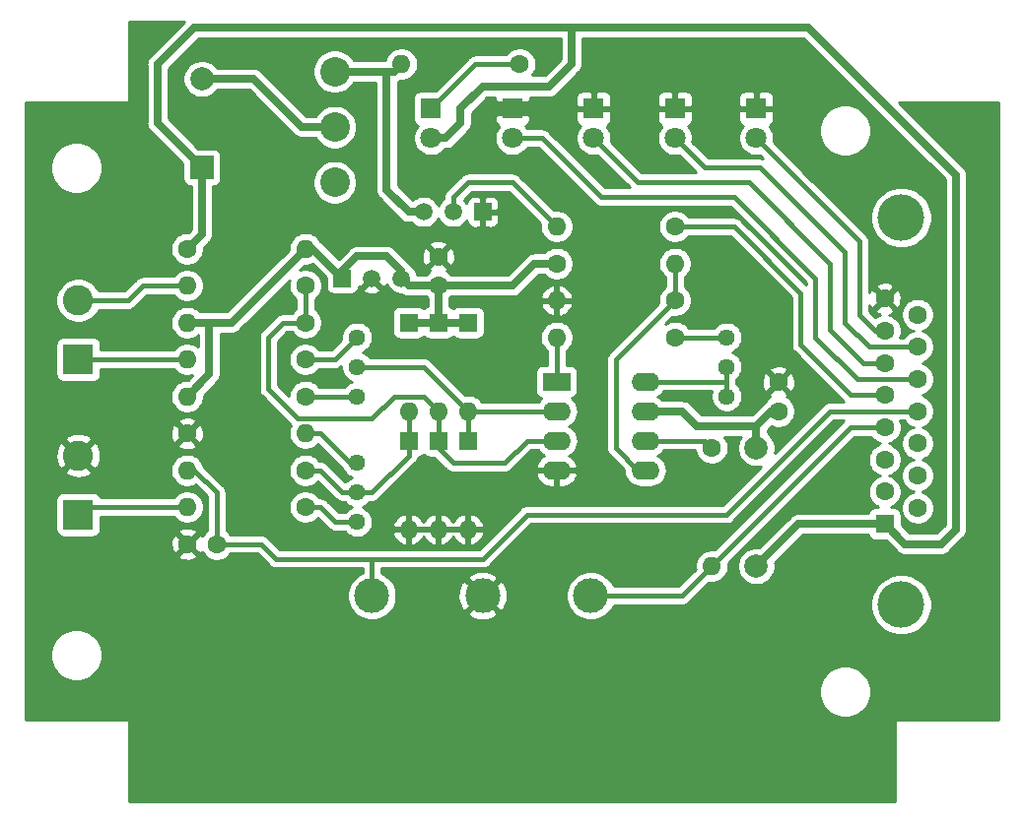
<source format=gbr>
G04 #@! TF.GenerationSoftware,KiCad,Pcbnew,5.1.5+dfsg1-2build2*
G04 #@! TF.CreationDate,2021-12-03T16:32:03-05:00*
G04 #@! TF.ProjectId,battery,62617474-6572-4792-9e6b-696361645f70,rev?*
G04 #@! TF.SameCoordinates,Original*
G04 #@! TF.FileFunction,Copper,L2,Bot*
G04 #@! TF.FilePolarity,Positive*
%FSLAX46Y46*%
G04 Gerber Fmt 4.6, Leading zero omitted, Abs format (unit mm)*
G04 Created by KiCad (PCBNEW 5.1.5+dfsg1-2build2) date 2021-12-03 16:32:03*
%MOMM*%
%LPD*%
G04 APERTURE LIST*
%ADD10O,1.600000X1.600000*%
%ADD11C,1.600000*%
%ADD12C,1.998980*%
%ADD13R,1.800000X1.800000*%
%ADD14C,1.800000*%
%ADD15C,1.440000*%
%ADD16R,2.000000X2.000000*%
%ADD17C,2.000000*%
%ADD18R,1.600000X1.600000*%
%ADD19C,4.000000*%
%ADD20C,3.000000*%
%ADD21C,1.500000*%
%ADD22R,1.500000X1.500000*%
%ADD23R,2.400000X1.600000*%
%ADD24O,2.400000X1.600000*%
%ADD25C,2.600000*%
%ADD26R,2.600000X2.600000*%
%ADD27C,2.540000*%
%ADD28C,0.635000*%
%ADD29C,0.381000*%
%ADD30C,0.254000*%
G04 APERTURE END LIST*
D10*
X143480000Y-62650000D03*
D11*
X153640000Y-62650000D03*
D12*
X173960000Y-105830000D03*
X173960000Y-95670000D03*
D13*
X166975000Y-66460000D03*
D14*
X166975000Y-69000000D03*
D10*
X166975000Y-79795000D03*
D11*
X156815000Y-79795000D03*
D15*
X139670000Y-96940000D03*
X139670000Y-99480000D03*
X139670000Y-102020000D03*
D16*
X126335000Y-71520000D03*
D17*
X126335000Y-63920000D03*
D11*
X146655000Y-81700000D03*
X146655000Y-79200000D03*
X127605000Y-103925000D03*
X125105000Y-103925000D03*
X175865000Y-89995000D03*
X175865000Y-92495000D03*
D10*
X144115000Y-92495000D03*
D18*
X144115000Y-84875000D03*
X144115000Y-95035000D03*
D10*
X144115000Y-102655000D03*
D18*
X146655000Y-84875000D03*
D10*
X146655000Y-92495000D03*
X146655000Y-102655000D03*
D18*
X146655000Y-95035000D03*
D13*
X146020000Y-66460000D03*
D14*
X146020000Y-69000000D03*
X153005000Y-69000000D03*
D13*
X153005000Y-66460000D03*
X159990000Y-66460000D03*
D14*
X159990000Y-69000000D03*
X173960000Y-69000000D03*
D13*
X173960000Y-66460000D03*
D18*
X185000000Y-102195580D03*
D11*
X185000000Y-99425580D03*
X185000000Y-96655580D03*
X185000000Y-93885580D03*
X185000000Y-91115580D03*
X185000000Y-88345580D03*
X185000000Y-85575580D03*
X185000000Y-82805580D03*
X187840000Y-100810580D03*
X187840000Y-98040580D03*
X187840000Y-95270580D03*
X187840000Y-92500580D03*
X187840000Y-89730580D03*
X187840000Y-86960580D03*
X187840000Y-84190580D03*
D19*
X186420000Y-109150580D03*
X186420000Y-75850580D03*
D11*
X125065000Y-78525000D03*
D10*
X135225000Y-78525000D03*
X125065000Y-100750000D03*
D11*
X135225000Y-100750000D03*
X125065000Y-94400000D03*
D10*
X135225000Y-94400000D03*
D11*
X135225000Y-97575000D03*
D10*
X125065000Y-97575000D03*
D11*
X135225000Y-81700000D03*
D10*
X125065000Y-81700000D03*
D11*
X135225000Y-84875000D03*
D10*
X125065000Y-84875000D03*
X125065000Y-91225000D03*
D11*
X135225000Y-91225000D03*
X135225000Y-88050000D03*
D10*
X125065000Y-88050000D03*
X156815000Y-86145000D03*
D11*
X166975000Y-86145000D03*
D10*
X156815000Y-82970000D03*
D11*
X166975000Y-82970000D03*
X170150000Y-95670000D03*
D10*
X170150000Y-105830000D03*
D20*
X159745001Y-108370000D03*
X150465000Y-108370000D03*
X140940000Y-108370000D03*
D21*
X140940000Y-81065000D03*
X143480000Y-81065000D03*
D22*
X138400000Y-81065000D03*
D23*
X156815000Y-89955000D03*
D24*
X164435000Y-97575000D03*
X156815000Y-92495000D03*
X164435000Y-95035000D03*
X156815000Y-95035000D03*
X164435000Y-92495000D03*
X156815000Y-97575000D03*
X164435000Y-89955000D03*
D10*
X149195000Y-92495000D03*
D18*
X149195000Y-84875000D03*
X149195000Y-95035000D03*
D10*
X149195000Y-102655000D03*
D25*
X115715000Y-96305000D03*
D26*
X115715000Y-101385000D03*
X115715000Y-88050000D03*
D25*
X115715000Y-82970000D03*
D15*
X171420000Y-91225000D03*
X171420000Y-88685000D03*
X171420000Y-86145000D03*
X139670000Y-86145000D03*
X139670000Y-88685000D03*
X139670000Y-91225000D03*
D27*
X137765000Y-63285000D03*
X137765000Y-68060200D03*
X137765000Y-72810000D03*
D21*
X147925000Y-75350000D03*
X145385000Y-75350000D03*
D22*
X150465000Y-75350000D03*
D11*
X166975000Y-76620000D03*
D10*
X156815000Y-76620000D03*
D28*
X126335000Y-77255000D02*
X125065000Y-78525000D01*
X126335000Y-71520000D02*
X126335000Y-77255000D01*
X173960000Y-95670000D02*
X173960000Y-94400000D01*
X173960000Y-94400000D02*
X173960000Y-93765000D01*
X173960000Y-93765000D02*
X168880000Y-93765000D01*
X167610000Y-92495000D02*
X164435000Y-92495000D01*
X168880000Y-93765000D02*
X167610000Y-92495000D01*
X173960000Y-93765000D02*
X175230000Y-92495000D01*
X175230000Y-92495000D02*
X175865000Y-92495000D01*
X178405000Y-59475000D02*
X158085000Y-59475000D01*
X191105000Y-72175000D02*
X178405000Y-59475000D01*
X191105000Y-102655000D02*
X191105000Y-72175000D01*
X189835000Y-103925000D02*
X191105000Y-102655000D01*
X186729420Y-103925000D02*
X185000000Y-102195580D01*
X189835000Y-103925000D02*
X186729420Y-103925000D01*
X177594420Y-102195580D02*
X185000000Y-102195580D01*
X173960000Y-105830000D02*
X177594420Y-102195580D01*
X122525000Y-67710000D02*
X126335000Y-71520000D01*
X122525000Y-62650000D02*
X122525000Y-67710000D01*
X125700000Y-59475000D02*
X122525000Y-62650000D01*
X158085000Y-59475000D02*
X125700000Y-59475000D01*
X146020000Y-69000000D02*
X147290000Y-69000000D01*
X147290000Y-69000000D02*
X148560000Y-67730000D01*
X148560000Y-67730000D02*
X148560000Y-66460000D01*
X148560000Y-66460000D02*
X150465000Y-64555000D01*
X150465000Y-64555000D02*
X156180000Y-64555000D01*
X158085000Y-62650000D02*
X158085000Y-59475000D01*
X156180000Y-64555000D02*
X158085000Y-62650000D01*
X134920200Y-68060200D02*
X137765000Y-68060200D01*
X130780000Y-63920000D02*
X134920200Y-68060200D01*
X126335000Y-63920000D02*
X130780000Y-63920000D01*
X135860000Y-78525000D02*
X138400000Y-81065000D01*
X135225000Y-78525000D02*
X135860000Y-78525000D01*
X135225000Y-78525000D02*
X128875000Y-84875000D01*
X126970000Y-84875000D02*
X125065000Y-84875000D01*
X128875000Y-84875000D02*
X126970000Y-84875000D01*
X126970000Y-89320000D02*
X126970000Y-84875000D01*
X125065000Y-91225000D02*
X126970000Y-89320000D01*
X138400000Y-81065000D02*
X138400000Y-80430000D01*
X138400000Y-80430000D02*
X139670000Y-79160000D01*
X139670000Y-79160000D02*
X142210000Y-79160000D01*
X143480000Y-80430000D02*
X143480000Y-81065000D01*
X142210000Y-79160000D02*
X143480000Y-80430000D01*
X143480000Y-81065000D02*
X144115000Y-81700000D01*
X144115000Y-81700000D02*
X146655000Y-81700000D01*
X144115000Y-84875000D02*
X146655000Y-84875000D01*
X146655000Y-84875000D02*
X149195000Y-84875000D01*
X146655000Y-81700000D02*
X146655000Y-84875000D01*
X146655000Y-81700000D02*
X153005000Y-81700000D01*
X154910000Y-79795000D02*
X156815000Y-79795000D01*
X153005000Y-81700000D02*
X154910000Y-79795000D01*
D29*
X125065000Y-97575000D02*
X125700000Y-97575000D01*
X127605000Y-99480000D02*
X127605000Y-103925000D01*
X125700000Y-97575000D02*
X127605000Y-99480000D01*
X140940000Y-108370000D02*
X140940000Y-105195000D01*
X131415000Y-103925000D02*
X127605000Y-103925000D01*
X132685000Y-105195000D02*
X131415000Y-103925000D01*
X150465000Y-105195000D02*
X132685000Y-105195000D01*
X154275000Y-101385000D02*
X150465000Y-105195000D01*
X171420000Y-101385000D02*
X154275000Y-101385000D01*
X180304420Y-92500580D02*
X171420000Y-101385000D01*
X187840000Y-92500580D02*
X180304420Y-92500580D01*
X144115000Y-95035000D02*
X144115000Y-92495000D01*
X138400000Y-99480000D02*
X139670000Y-99480000D01*
X136495000Y-97575000D02*
X138400000Y-99480000D01*
X135225000Y-97575000D02*
X136495000Y-97575000D01*
X139670000Y-99480000D02*
X140940000Y-99480000D01*
X144115000Y-96305000D02*
X144115000Y-95035000D01*
X140940000Y-99480000D02*
X144115000Y-96305000D01*
X135225000Y-81700000D02*
X135225000Y-84875000D01*
X146655000Y-92495000D02*
X146655000Y-95035000D01*
X132050000Y-86145000D02*
X133320000Y-84875000D01*
X133320000Y-84875000D02*
X135225000Y-84875000D01*
X132050000Y-90590000D02*
X132050000Y-86145000D01*
X134590000Y-93130000D02*
X132050000Y-90590000D01*
X140940000Y-93130000D02*
X134590000Y-93130000D01*
X142845000Y-91225000D02*
X140940000Y-93130000D01*
X145385000Y-91225000D02*
X142845000Y-91225000D01*
X146655000Y-92495000D02*
X145385000Y-91225000D01*
X146655000Y-95035000D02*
X146655000Y-95670000D01*
X146655000Y-95670000D02*
X147925000Y-96940000D01*
X147925000Y-96940000D02*
X152370000Y-96940000D01*
X154275000Y-95035000D02*
X156815000Y-95035000D01*
X152370000Y-96940000D02*
X154275000Y-95035000D01*
X149830000Y-62650000D02*
X146020000Y-66460000D01*
X153640000Y-62650000D02*
X149830000Y-62650000D01*
X160625000Y-74080000D02*
X155545000Y-69000000D01*
X172055000Y-74080000D02*
X160625000Y-74080000D01*
X155545000Y-69000000D02*
X153005000Y-69000000D01*
X179040000Y-81065000D02*
X172055000Y-74080000D01*
X179040000Y-86145000D02*
X179040000Y-81065000D01*
X182625580Y-89730580D02*
X179040000Y-86145000D01*
X187840000Y-89730580D02*
X182625580Y-89730580D01*
X163800000Y-72810000D02*
X159990000Y-69000000D01*
X173325000Y-72810000D02*
X163800000Y-72810000D01*
X180310000Y-85510000D02*
X180310000Y-79795000D01*
X183145580Y-88345580D02*
X180310000Y-85510000D01*
X180310000Y-79795000D02*
X173325000Y-72810000D01*
X185000000Y-88345580D02*
X183145580Y-88345580D01*
X169515000Y-71540000D02*
X166975000Y-69000000D01*
X174277500Y-71540000D02*
X169515000Y-71540000D01*
X181580000Y-78842500D02*
X174277500Y-71540000D01*
X181580000Y-84875000D02*
X181580000Y-78842500D01*
X183665580Y-86960580D02*
X181580000Y-84875000D01*
X187840000Y-86960580D02*
X183665580Y-86960580D01*
X182850000Y-77890000D02*
X177770000Y-72810000D01*
X177770000Y-72810000D02*
X173960000Y-69000000D01*
X182850000Y-84240000D02*
X182850000Y-77890000D01*
X184185580Y-85575580D02*
X182850000Y-84240000D01*
X185000000Y-85575580D02*
X184185580Y-85575580D01*
X116350000Y-100750000D02*
X115715000Y-101385000D01*
X125065000Y-100750000D02*
X116350000Y-100750000D01*
X167610000Y-108370000D02*
X170150000Y-105830000D01*
X159745001Y-108370000D02*
X167610000Y-108370000D01*
X182094420Y-93885580D02*
X185000000Y-93885580D01*
X170150000Y-105830000D02*
X182094420Y-93885580D01*
X182105580Y-91115580D02*
X185000000Y-91115580D01*
X177770000Y-86780000D02*
X182105580Y-91115580D01*
X177770000Y-82335000D02*
X177770000Y-86780000D01*
X172055000Y-76620000D02*
X177770000Y-82335000D01*
X166975000Y-76620000D02*
X172055000Y-76620000D01*
D28*
X140305000Y-63285000D02*
X137765000Y-63285000D01*
X142845000Y-63285000D02*
X143480000Y-62650000D01*
D29*
X137765000Y-102020000D02*
X139670000Y-102020000D01*
X136495000Y-100750000D02*
X137765000Y-102020000D01*
X135225000Y-100750000D02*
X136495000Y-100750000D01*
X136495000Y-94400000D02*
X135225000Y-94400000D01*
X139035000Y-96940000D02*
X136495000Y-94400000D01*
X139670000Y-96940000D02*
X139035000Y-96940000D01*
X166975000Y-79795000D02*
X166975000Y-82970000D01*
X164435000Y-97575000D02*
X163800000Y-97575000D01*
X163800000Y-97575000D02*
X161895000Y-95670000D01*
X161895000Y-88050000D02*
X166975000Y-82970000D01*
X161895000Y-95670000D02*
X161895000Y-88050000D01*
X135225000Y-91225000D02*
X139670000Y-91225000D01*
X156815000Y-86145000D02*
X156815000Y-89955000D01*
X166975000Y-86145000D02*
X171420000Y-86145000D01*
X169515000Y-95035000D02*
X170150000Y-95670000D01*
X164435000Y-95035000D02*
X169515000Y-95035000D01*
X149195000Y-92495000D02*
X149195000Y-95035000D01*
X145385000Y-88685000D02*
X149195000Y-92495000D01*
X139670000Y-88685000D02*
X145385000Y-88685000D01*
X149195000Y-92495000D02*
X156815000Y-92495000D01*
X117396000Y-88050000D02*
X125065000Y-88050000D01*
X115715000Y-88050000D02*
X117396000Y-88050000D01*
X119985000Y-82970000D02*
X121255000Y-81700000D01*
X121255000Y-81700000D02*
X125065000Y-81700000D01*
X115715000Y-82970000D02*
X119985000Y-82970000D01*
X164435000Y-89955000D02*
X171420000Y-89955000D01*
X171420000Y-89955000D02*
X171420000Y-88685000D01*
X171420000Y-91225000D02*
X171420000Y-89955000D01*
X137765000Y-88050000D02*
X139670000Y-86145000D01*
X135225000Y-88050000D02*
X137765000Y-88050000D01*
D28*
X145560000Y-75350000D02*
X144115000Y-75350000D01*
X142210000Y-73445000D02*
X142210000Y-65190000D01*
X144115000Y-75350000D02*
X142210000Y-73445000D01*
D29*
X145560000Y-75350000D02*
X145385000Y-75350000D01*
D28*
X142210000Y-65190000D02*
X142210000Y-63285000D01*
X142210000Y-63285000D02*
X142845000Y-63285000D01*
X140305000Y-63285000D02*
X142210000Y-63285000D01*
D29*
X147925000Y-74080000D02*
X147925000Y-75350000D01*
X149195000Y-72810000D02*
X147925000Y-74080000D01*
X153005000Y-72810000D02*
X149195000Y-72810000D01*
X156815000Y-76620000D02*
X153005000Y-72810000D01*
D30*
G36*
X121884569Y-61943393D02*
G01*
X121848222Y-61973222D01*
X121729194Y-62118259D01*
X121640748Y-62283732D01*
X121586283Y-62463277D01*
X121586283Y-62463278D01*
X121567892Y-62650000D01*
X121572500Y-62696784D01*
X121572501Y-67663205D01*
X121567892Y-67710000D01*
X121586283Y-67896722D01*
X121640749Y-68076269D01*
X121724869Y-68233647D01*
X121729195Y-68241741D01*
X121848223Y-68386778D01*
X121884565Y-68416603D01*
X124696928Y-71228966D01*
X124696928Y-72520000D01*
X124709188Y-72644482D01*
X124745498Y-72764180D01*
X124804463Y-72874494D01*
X124883815Y-72971185D01*
X124980506Y-73050537D01*
X125090820Y-73109502D01*
X125210518Y-73145812D01*
X125335000Y-73158072D01*
X125382500Y-73158072D01*
X125382501Y-76860460D01*
X125152961Y-77090000D01*
X124923665Y-77090000D01*
X124646426Y-77145147D01*
X124385273Y-77253320D01*
X124150241Y-77410363D01*
X123950363Y-77610241D01*
X123793320Y-77845273D01*
X123685147Y-78106426D01*
X123630000Y-78383665D01*
X123630000Y-78666335D01*
X123685147Y-78943574D01*
X123793320Y-79204727D01*
X123950363Y-79439759D01*
X124150241Y-79639637D01*
X124385273Y-79796680D01*
X124646426Y-79904853D01*
X124923665Y-79960000D01*
X125206335Y-79960000D01*
X125483574Y-79904853D01*
X125744727Y-79796680D01*
X125979759Y-79639637D01*
X126179637Y-79439759D01*
X126336680Y-79204727D01*
X126444853Y-78943574D01*
X126500000Y-78666335D01*
X126500000Y-78437039D01*
X126975436Y-77961603D01*
X127011778Y-77931778D01*
X127130806Y-77786741D01*
X127219252Y-77621269D01*
X127273717Y-77441723D01*
X127287500Y-77301785D01*
X127292108Y-77255001D01*
X127287500Y-77208216D01*
X127287500Y-73158072D01*
X127335000Y-73158072D01*
X127459482Y-73145812D01*
X127579180Y-73109502D01*
X127689494Y-73050537D01*
X127786185Y-72971185D01*
X127865537Y-72874494D01*
X127924502Y-72764180D01*
X127960812Y-72644482D01*
X127962989Y-72622374D01*
X135860000Y-72622374D01*
X135860000Y-72997626D01*
X135933209Y-73365668D01*
X136076811Y-73712356D01*
X136285290Y-74024366D01*
X136550634Y-74289710D01*
X136862644Y-74498189D01*
X137209332Y-74641791D01*
X137577374Y-74715000D01*
X137952626Y-74715000D01*
X138320668Y-74641791D01*
X138667356Y-74498189D01*
X138979366Y-74289710D01*
X139244710Y-74024366D01*
X139453189Y-73712356D01*
X139596791Y-73365668D01*
X139670000Y-72997626D01*
X139670000Y-72622374D01*
X139596791Y-72254332D01*
X139453189Y-71907644D01*
X139244710Y-71595634D01*
X138979366Y-71330290D01*
X138667356Y-71121811D01*
X138320668Y-70978209D01*
X137952626Y-70905000D01*
X137577374Y-70905000D01*
X137209332Y-70978209D01*
X136862644Y-71121811D01*
X136550634Y-71330290D01*
X136285290Y-71595634D01*
X136076811Y-71907644D01*
X135933209Y-72254332D01*
X135860000Y-72622374D01*
X127962989Y-72622374D01*
X127973072Y-72520000D01*
X127973072Y-70520000D01*
X127960812Y-70395518D01*
X127924502Y-70275820D01*
X127865537Y-70165506D01*
X127786185Y-70068815D01*
X127689494Y-69989463D01*
X127579180Y-69930498D01*
X127459482Y-69894188D01*
X127335000Y-69881928D01*
X126043966Y-69881928D01*
X123477500Y-67315462D01*
X123477500Y-63758967D01*
X124700000Y-63758967D01*
X124700000Y-64081033D01*
X124762832Y-64396912D01*
X124886082Y-64694463D01*
X125065013Y-64962252D01*
X125292748Y-65189987D01*
X125560537Y-65368918D01*
X125858088Y-65492168D01*
X126173967Y-65555000D01*
X126496033Y-65555000D01*
X126811912Y-65492168D01*
X127109463Y-65368918D01*
X127377252Y-65189987D01*
X127604987Y-64962252D01*
X127664957Y-64872500D01*
X130385462Y-64872500D01*
X134213597Y-68700636D01*
X134243422Y-68736978D01*
X134388459Y-68856006D01*
X134553931Y-68944452D01*
X134733477Y-68998917D01*
X134920200Y-69017308D01*
X134966985Y-69012700D01*
X136110316Y-69012700D01*
X136285290Y-69274566D01*
X136550634Y-69539910D01*
X136862644Y-69748389D01*
X137209332Y-69891991D01*
X137577374Y-69965200D01*
X137952626Y-69965200D01*
X138320668Y-69891991D01*
X138667356Y-69748389D01*
X138979366Y-69539910D01*
X139244710Y-69274566D01*
X139453189Y-68962556D01*
X139596791Y-68615868D01*
X139670000Y-68247826D01*
X139670000Y-67872574D01*
X139596791Y-67504532D01*
X139453189Y-67157844D01*
X139244710Y-66845834D01*
X138979366Y-66580490D01*
X138667356Y-66372011D01*
X138320668Y-66228409D01*
X137952626Y-66155200D01*
X137577374Y-66155200D01*
X137209332Y-66228409D01*
X136862644Y-66372011D01*
X136550634Y-66580490D01*
X136285290Y-66845834D01*
X136110316Y-67107700D01*
X135314739Y-67107700D01*
X131486607Y-63279569D01*
X131456778Y-63243222D01*
X131311741Y-63124194D01*
X131261564Y-63097374D01*
X135860000Y-63097374D01*
X135860000Y-63472626D01*
X135933209Y-63840668D01*
X136076811Y-64187356D01*
X136285290Y-64499366D01*
X136550634Y-64764710D01*
X136862644Y-64973189D01*
X137209332Y-65116791D01*
X137577374Y-65190000D01*
X137952626Y-65190000D01*
X138320668Y-65116791D01*
X138667356Y-64973189D01*
X138979366Y-64764710D01*
X139244710Y-64499366D01*
X139419684Y-64237500D01*
X141257500Y-64237500D01*
X141257500Y-65236784D01*
X141257501Y-65236794D01*
X141257500Y-73398215D01*
X141252892Y-73445000D01*
X141270045Y-73619157D01*
X141271283Y-73631722D01*
X141325748Y-73811268D01*
X141414194Y-73976741D01*
X141533222Y-74121778D01*
X141569569Y-74151607D01*
X143408397Y-75990436D01*
X143438222Y-76026778D01*
X143583259Y-76145806D01*
X143748731Y-76234252D01*
X143928277Y-76288717D01*
X144115000Y-76307108D01*
X144161785Y-76302500D01*
X144378815Y-76302500D01*
X144502114Y-76425799D01*
X144728957Y-76577371D01*
X144981011Y-76681775D01*
X145248589Y-76735000D01*
X145521411Y-76735000D01*
X145788989Y-76681775D01*
X146041043Y-76577371D01*
X146267886Y-76425799D01*
X146460799Y-76232886D01*
X146612371Y-76006043D01*
X146655000Y-75903127D01*
X146697629Y-76006043D01*
X146849201Y-76232886D01*
X147042114Y-76425799D01*
X147268957Y-76577371D01*
X147521011Y-76681775D01*
X147788589Y-76735000D01*
X148061411Y-76735000D01*
X148328989Y-76681775D01*
X148581043Y-76577371D01*
X148807886Y-76425799D01*
X149000799Y-76232886D01*
X149078555Y-76116517D01*
X149089188Y-76224482D01*
X149125498Y-76344180D01*
X149184463Y-76454494D01*
X149263815Y-76551185D01*
X149360506Y-76630537D01*
X149470820Y-76689502D01*
X149590518Y-76725812D01*
X149715000Y-76738072D01*
X150179250Y-76735000D01*
X150338000Y-76576250D01*
X150338000Y-75477000D01*
X150592000Y-75477000D01*
X150592000Y-76576250D01*
X150750750Y-76735000D01*
X151215000Y-76738072D01*
X151339482Y-76725812D01*
X151459180Y-76689502D01*
X151569494Y-76630537D01*
X151666185Y-76551185D01*
X151745537Y-76454494D01*
X151804502Y-76344180D01*
X151840812Y-76224482D01*
X151853072Y-76100000D01*
X151850000Y-75635750D01*
X151691250Y-75477000D01*
X150592000Y-75477000D01*
X150338000Y-75477000D01*
X150318000Y-75477000D01*
X150318000Y-75223000D01*
X150338000Y-75223000D01*
X150338000Y-74123750D01*
X150592000Y-74123750D01*
X150592000Y-75223000D01*
X151691250Y-75223000D01*
X151850000Y-75064250D01*
X151853072Y-74600000D01*
X151840812Y-74475518D01*
X151804502Y-74355820D01*
X151745537Y-74245506D01*
X151666185Y-74148815D01*
X151569494Y-74069463D01*
X151459180Y-74010498D01*
X151339482Y-73974188D01*
X151215000Y-73961928D01*
X150750750Y-73965000D01*
X150592000Y-74123750D01*
X150338000Y-74123750D01*
X150179250Y-73965000D01*
X149715000Y-73961928D01*
X149590518Y-73974188D01*
X149470820Y-74010498D01*
X149360506Y-74069463D01*
X149263815Y-74148815D01*
X149184463Y-74245506D01*
X149125498Y-74355820D01*
X149089188Y-74475518D01*
X149078555Y-74583483D01*
X149000799Y-74467114D01*
X148853059Y-74319374D01*
X149536933Y-73635500D01*
X152663068Y-73635500D01*
X155400943Y-76373377D01*
X155380000Y-76478665D01*
X155380000Y-76761335D01*
X155435147Y-77038574D01*
X155543320Y-77299727D01*
X155700363Y-77534759D01*
X155900241Y-77734637D01*
X156135273Y-77891680D01*
X156396426Y-77999853D01*
X156673665Y-78055000D01*
X156956335Y-78055000D01*
X157233574Y-77999853D01*
X157494727Y-77891680D01*
X157729759Y-77734637D01*
X157929637Y-77534759D01*
X158086680Y-77299727D01*
X158194853Y-77038574D01*
X158250000Y-76761335D01*
X158250000Y-76478665D01*
X158194853Y-76201426D01*
X158086680Y-75940273D01*
X157929637Y-75705241D01*
X157729759Y-75505363D01*
X157494727Y-75348320D01*
X157233574Y-75240147D01*
X156956335Y-75185000D01*
X156673665Y-75185000D01*
X156568377Y-75205943D01*
X153617398Y-72254966D01*
X153591541Y-72223459D01*
X153465842Y-72120301D01*
X153322434Y-72043647D01*
X153166826Y-71996444D01*
X153045553Y-71984500D01*
X153045550Y-71984500D01*
X153005000Y-71980506D01*
X152964450Y-71984500D01*
X149235550Y-71984500D01*
X149194999Y-71980506D01*
X149154449Y-71984500D01*
X149154447Y-71984500D01*
X149033174Y-71996444D01*
X148877566Y-72043647D01*
X148784111Y-72093601D01*
X148734157Y-72120301D01*
X148695056Y-72152391D01*
X148608459Y-72223459D01*
X148582609Y-72254958D01*
X147369966Y-73467602D01*
X147338459Y-73493459D01*
X147270431Y-73576353D01*
X147235301Y-73619158D01*
X147158648Y-73762566D01*
X147158647Y-73762567D01*
X147111444Y-73918175D01*
X147099500Y-74039447D01*
X147095506Y-74080000D01*
X147099500Y-74120551D01*
X147099500Y-74235857D01*
X147042114Y-74274201D01*
X146849201Y-74467114D01*
X146697629Y-74693957D01*
X146655000Y-74796873D01*
X146612371Y-74693957D01*
X146460799Y-74467114D01*
X146267886Y-74274201D01*
X146041043Y-74122629D01*
X145788989Y-74018225D01*
X145521411Y-73965000D01*
X145248589Y-73965000D01*
X144981011Y-74018225D01*
X144728957Y-74122629D01*
X144502114Y-74274201D01*
X144444177Y-74332138D01*
X143162500Y-73050462D01*
X143162500Y-64184046D01*
X143211269Y-64169252D01*
X143368895Y-64085000D01*
X143621335Y-64085000D01*
X143898574Y-64029853D01*
X144159727Y-63921680D01*
X144394759Y-63764637D01*
X144594637Y-63564759D01*
X144751680Y-63329727D01*
X144859853Y-63068574D01*
X144915000Y-62791335D01*
X144915000Y-62508665D01*
X144859853Y-62231426D01*
X144751680Y-61970273D01*
X144594637Y-61735241D01*
X144394759Y-61535363D01*
X144159727Y-61378320D01*
X143898574Y-61270147D01*
X143621335Y-61215000D01*
X143338665Y-61215000D01*
X143061426Y-61270147D01*
X142800273Y-61378320D01*
X142565241Y-61535363D01*
X142365363Y-61735241D01*
X142208320Y-61970273D01*
X142100147Y-62231426D01*
X142080042Y-62332500D01*
X139419684Y-62332500D01*
X139244710Y-62070634D01*
X138979366Y-61805290D01*
X138667356Y-61596811D01*
X138320668Y-61453209D01*
X137952626Y-61380000D01*
X137577374Y-61380000D01*
X137209332Y-61453209D01*
X136862644Y-61596811D01*
X136550634Y-61805290D01*
X136285290Y-62070634D01*
X136076811Y-62382644D01*
X135933209Y-62729332D01*
X135860000Y-63097374D01*
X131261564Y-63097374D01*
X131146269Y-63035748D01*
X130966723Y-62981283D01*
X130826785Y-62967500D01*
X130780000Y-62962892D01*
X130733215Y-62967500D01*
X127664957Y-62967500D01*
X127604987Y-62877748D01*
X127377252Y-62650013D01*
X127109463Y-62471082D01*
X126811912Y-62347832D01*
X126496033Y-62285000D01*
X126173967Y-62285000D01*
X125858088Y-62347832D01*
X125560537Y-62471082D01*
X125292748Y-62650013D01*
X125065013Y-62877748D01*
X124886082Y-63145537D01*
X124762832Y-63443088D01*
X124700000Y-63758967D01*
X123477500Y-63758967D01*
X123477500Y-63044538D01*
X126094539Y-60427500D01*
X157132501Y-60427500D01*
X157132500Y-62255461D01*
X155785462Y-63602500D01*
X154716896Y-63602500D01*
X154754637Y-63564759D01*
X154911680Y-63329727D01*
X155019853Y-63068574D01*
X155075000Y-62791335D01*
X155075000Y-62508665D01*
X155019853Y-62231426D01*
X154911680Y-61970273D01*
X154754637Y-61735241D01*
X154554759Y-61535363D01*
X154319727Y-61378320D01*
X154058574Y-61270147D01*
X153781335Y-61215000D01*
X153498665Y-61215000D01*
X153221426Y-61270147D01*
X152960273Y-61378320D01*
X152725241Y-61535363D01*
X152525363Y-61735241D01*
X152465722Y-61824500D01*
X149870550Y-61824500D01*
X149830000Y-61820506D01*
X149789449Y-61824500D01*
X149789447Y-61824500D01*
X149668174Y-61836444D01*
X149512566Y-61883647D01*
X149369157Y-61960301D01*
X149274958Y-62037608D01*
X149274955Y-62037611D01*
X149243459Y-62063459D01*
X149217611Y-62094955D01*
X146390639Y-64921928D01*
X145120000Y-64921928D01*
X144995518Y-64934188D01*
X144875820Y-64970498D01*
X144765506Y-65029463D01*
X144668815Y-65108815D01*
X144589463Y-65205506D01*
X144530498Y-65315820D01*
X144494188Y-65435518D01*
X144481928Y-65560000D01*
X144481928Y-67360000D01*
X144494188Y-67484482D01*
X144530498Y-67604180D01*
X144589463Y-67714494D01*
X144668815Y-67811185D01*
X144765506Y-67890537D01*
X144875820Y-67949502D01*
X144894127Y-67955056D01*
X144827688Y-68021495D01*
X144659701Y-68272905D01*
X144543989Y-68552257D01*
X144485000Y-68848816D01*
X144485000Y-69151184D01*
X144543989Y-69447743D01*
X144659701Y-69727095D01*
X144827688Y-69978505D01*
X145041495Y-70192312D01*
X145292905Y-70360299D01*
X145572257Y-70476011D01*
X145868816Y-70535000D01*
X146171184Y-70535000D01*
X146467743Y-70476011D01*
X146747095Y-70360299D01*
X146998505Y-70192312D01*
X147212312Y-69978505D01*
X147229688Y-69952500D01*
X147243215Y-69952500D01*
X147290000Y-69957108D01*
X147336785Y-69952500D01*
X147476723Y-69938717D01*
X147656269Y-69884252D01*
X147821741Y-69795806D01*
X147966778Y-69676778D01*
X147996607Y-69640431D01*
X149200436Y-68436603D01*
X149236778Y-68406778D01*
X149355806Y-68261741D01*
X149444252Y-68096269D01*
X149498717Y-67916723D01*
X149512500Y-67776785D01*
X149512500Y-67776784D01*
X149517108Y-67730001D01*
X149512500Y-67683216D01*
X149512500Y-66854538D01*
X150859539Y-65507500D01*
X151472099Y-65507500D01*
X151466928Y-65560000D01*
X151470000Y-65793250D01*
X151628750Y-65952000D01*
X152497000Y-65952000D01*
X152497000Y-65932000D01*
X153513000Y-65932000D01*
X153513000Y-65952000D01*
X154381250Y-65952000D01*
X154540000Y-65793250D01*
X154543072Y-65560000D01*
X158451928Y-65560000D01*
X158455000Y-66174250D01*
X158613750Y-66333000D01*
X159863000Y-66333000D01*
X159863000Y-65083750D01*
X160117000Y-65083750D01*
X160117000Y-66333000D01*
X161366250Y-66333000D01*
X161525000Y-66174250D01*
X161528072Y-65560000D01*
X165436928Y-65560000D01*
X165440000Y-66174250D01*
X165598750Y-66333000D01*
X166848000Y-66333000D01*
X166848000Y-65083750D01*
X167102000Y-65083750D01*
X167102000Y-66333000D01*
X168351250Y-66333000D01*
X168510000Y-66174250D01*
X168513072Y-65560000D01*
X172421928Y-65560000D01*
X172425000Y-66174250D01*
X172583750Y-66333000D01*
X173833000Y-66333000D01*
X173833000Y-65083750D01*
X174087000Y-65083750D01*
X174087000Y-66333000D01*
X175336250Y-66333000D01*
X175495000Y-66174250D01*
X175498072Y-65560000D01*
X175485812Y-65435518D01*
X175449502Y-65315820D01*
X175390537Y-65205506D01*
X175311185Y-65108815D01*
X175214494Y-65029463D01*
X175104180Y-64970498D01*
X174984482Y-64934188D01*
X174860000Y-64921928D01*
X174245750Y-64925000D01*
X174087000Y-65083750D01*
X173833000Y-65083750D01*
X173674250Y-64925000D01*
X173060000Y-64921928D01*
X172935518Y-64934188D01*
X172815820Y-64970498D01*
X172705506Y-65029463D01*
X172608815Y-65108815D01*
X172529463Y-65205506D01*
X172470498Y-65315820D01*
X172434188Y-65435518D01*
X172421928Y-65560000D01*
X168513072Y-65560000D01*
X168500812Y-65435518D01*
X168464502Y-65315820D01*
X168405537Y-65205506D01*
X168326185Y-65108815D01*
X168229494Y-65029463D01*
X168119180Y-64970498D01*
X167999482Y-64934188D01*
X167875000Y-64921928D01*
X167260750Y-64925000D01*
X167102000Y-65083750D01*
X166848000Y-65083750D01*
X166689250Y-64925000D01*
X166075000Y-64921928D01*
X165950518Y-64934188D01*
X165830820Y-64970498D01*
X165720506Y-65029463D01*
X165623815Y-65108815D01*
X165544463Y-65205506D01*
X165485498Y-65315820D01*
X165449188Y-65435518D01*
X165436928Y-65560000D01*
X161528072Y-65560000D01*
X161515812Y-65435518D01*
X161479502Y-65315820D01*
X161420537Y-65205506D01*
X161341185Y-65108815D01*
X161244494Y-65029463D01*
X161134180Y-64970498D01*
X161014482Y-64934188D01*
X160890000Y-64921928D01*
X160275750Y-64925000D01*
X160117000Y-65083750D01*
X159863000Y-65083750D01*
X159704250Y-64925000D01*
X159090000Y-64921928D01*
X158965518Y-64934188D01*
X158845820Y-64970498D01*
X158735506Y-65029463D01*
X158638815Y-65108815D01*
X158559463Y-65205506D01*
X158500498Y-65315820D01*
X158464188Y-65435518D01*
X158451928Y-65560000D01*
X154543072Y-65560000D01*
X154537901Y-65507500D01*
X156133215Y-65507500D01*
X156180000Y-65512108D01*
X156226785Y-65507500D01*
X156366723Y-65493717D01*
X156546269Y-65439252D01*
X156711741Y-65350806D01*
X156856778Y-65231778D01*
X156886607Y-65195431D01*
X158725438Y-63356601D01*
X158761778Y-63326778D01*
X158880806Y-63181741D01*
X158969252Y-63016269D01*
X159023717Y-62836723D01*
X159037500Y-62696785D01*
X159037500Y-62696784D01*
X159042108Y-62650000D01*
X159037500Y-62603215D01*
X159037500Y-60427500D01*
X178010462Y-60427500D01*
X190152501Y-72569540D01*
X190152500Y-102260461D01*
X189440462Y-102972500D01*
X187123959Y-102972500D01*
X186438072Y-102286614D01*
X186438072Y-101395580D01*
X186425812Y-101271098D01*
X186389502Y-101151400D01*
X186330537Y-101041086D01*
X186251185Y-100944395D01*
X186154494Y-100865043D01*
X186044180Y-100806078D01*
X185924482Y-100769768D01*
X185800000Y-100757508D01*
X185534275Y-100757508D01*
X185679727Y-100697260D01*
X185914759Y-100540217D01*
X186114637Y-100340339D01*
X186271680Y-100105307D01*
X186379853Y-99844154D01*
X186435000Y-99566915D01*
X186435000Y-99284245D01*
X186379853Y-99007006D01*
X186271680Y-98745853D01*
X186114637Y-98510821D01*
X185914759Y-98310943D01*
X185679727Y-98153900D01*
X185418574Y-98045727D01*
X185392699Y-98040580D01*
X185418574Y-98035433D01*
X185679727Y-97927260D01*
X185914759Y-97770217D01*
X186114637Y-97570339D01*
X186271680Y-97335307D01*
X186379853Y-97074154D01*
X186435000Y-96796915D01*
X186435000Y-96514245D01*
X186379853Y-96237006D01*
X186271680Y-95975853D01*
X186114637Y-95740821D01*
X185914759Y-95540943D01*
X185679727Y-95383900D01*
X185418574Y-95275727D01*
X185392699Y-95270580D01*
X185418574Y-95265433D01*
X185679727Y-95157260D01*
X185914759Y-95000217D01*
X186114637Y-94800339D01*
X186271680Y-94565307D01*
X186379853Y-94304154D01*
X186435000Y-94026915D01*
X186435000Y-93744245D01*
X186379853Y-93467006D01*
X186321480Y-93326080D01*
X186665722Y-93326080D01*
X186725363Y-93415339D01*
X186925241Y-93615217D01*
X187160273Y-93772260D01*
X187421426Y-93880433D01*
X187447301Y-93885580D01*
X187421426Y-93890727D01*
X187160273Y-93998900D01*
X186925241Y-94155943D01*
X186725363Y-94355821D01*
X186568320Y-94590853D01*
X186460147Y-94852006D01*
X186405000Y-95129245D01*
X186405000Y-95411915D01*
X186460147Y-95689154D01*
X186568320Y-95950307D01*
X186725363Y-96185339D01*
X186925241Y-96385217D01*
X187160273Y-96542260D01*
X187421426Y-96650433D01*
X187447301Y-96655580D01*
X187421426Y-96660727D01*
X187160273Y-96768900D01*
X186925241Y-96925943D01*
X186725363Y-97125821D01*
X186568320Y-97360853D01*
X186460147Y-97622006D01*
X186405000Y-97899245D01*
X186405000Y-98181915D01*
X186460147Y-98459154D01*
X186568320Y-98720307D01*
X186725363Y-98955339D01*
X186925241Y-99155217D01*
X187160273Y-99312260D01*
X187421426Y-99420433D01*
X187447301Y-99425580D01*
X187421426Y-99430727D01*
X187160273Y-99538900D01*
X186925241Y-99695943D01*
X186725363Y-99895821D01*
X186568320Y-100130853D01*
X186460147Y-100392006D01*
X186405000Y-100669245D01*
X186405000Y-100951915D01*
X186460147Y-101229154D01*
X186568320Y-101490307D01*
X186725363Y-101725339D01*
X186925241Y-101925217D01*
X187160273Y-102082260D01*
X187421426Y-102190433D01*
X187698665Y-102245580D01*
X187981335Y-102245580D01*
X188258574Y-102190433D01*
X188519727Y-102082260D01*
X188754759Y-101925217D01*
X188954637Y-101725339D01*
X189111680Y-101490307D01*
X189219853Y-101229154D01*
X189275000Y-100951915D01*
X189275000Y-100669245D01*
X189219853Y-100392006D01*
X189111680Y-100130853D01*
X188954637Y-99895821D01*
X188754759Y-99695943D01*
X188519727Y-99538900D01*
X188258574Y-99430727D01*
X188232699Y-99425580D01*
X188258574Y-99420433D01*
X188519727Y-99312260D01*
X188754759Y-99155217D01*
X188954637Y-98955339D01*
X189111680Y-98720307D01*
X189219853Y-98459154D01*
X189275000Y-98181915D01*
X189275000Y-97899245D01*
X189219853Y-97622006D01*
X189111680Y-97360853D01*
X188954637Y-97125821D01*
X188754759Y-96925943D01*
X188519727Y-96768900D01*
X188258574Y-96660727D01*
X188232699Y-96655580D01*
X188258574Y-96650433D01*
X188519727Y-96542260D01*
X188754759Y-96385217D01*
X188954637Y-96185339D01*
X189111680Y-95950307D01*
X189219853Y-95689154D01*
X189275000Y-95411915D01*
X189275000Y-95129245D01*
X189219853Y-94852006D01*
X189111680Y-94590853D01*
X188954637Y-94355821D01*
X188754759Y-94155943D01*
X188519727Y-93998900D01*
X188258574Y-93890727D01*
X188232699Y-93885580D01*
X188258574Y-93880433D01*
X188519727Y-93772260D01*
X188754759Y-93615217D01*
X188954637Y-93415339D01*
X189111680Y-93180307D01*
X189219853Y-92919154D01*
X189275000Y-92641915D01*
X189275000Y-92359245D01*
X189219853Y-92082006D01*
X189111680Y-91820853D01*
X188954637Y-91585821D01*
X188754759Y-91385943D01*
X188519727Y-91228900D01*
X188258574Y-91120727D01*
X188232699Y-91115580D01*
X188258574Y-91110433D01*
X188519727Y-91002260D01*
X188754759Y-90845217D01*
X188954637Y-90645339D01*
X189111680Y-90410307D01*
X189219853Y-90149154D01*
X189275000Y-89871915D01*
X189275000Y-89589245D01*
X189219853Y-89312006D01*
X189111680Y-89050853D01*
X188954637Y-88815821D01*
X188754759Y-88615943D01*
X188519727Y-88458900D01*
X188258574Y-88350727D01*
X188232699Y-88345580D01*
X188258574Y-88340433D01*
X188519727Y-88232260D01*
X188754759Y-88075217D01*
X188954637Y-87875339D01*
X189111680Y-87640307D01*
X189219853Y-87379154D01*
X189275000Y-87101915D01*
X189275000Y-86819245D01*
X189219853Y-86542006D01*
X189111680Y-86280853D01*
X188954637Y-86045821D01*
X188754759Y-85845943D01*
X188519727Y-85688900D01*
X188258574Y-85580727D01*
X188232699Y-85575580D01*
X188258574Y-85570433D01*
X188519727Y-85462260D01*
X188754759Y-85305217D01*
X188954637Y-85105339D01*
X189111680Y-84870307D01*
X189219853Y-84609154D01*
X189275000Y-84331915D01*
X189275000Y-84049245D01*
X189219853Y-83772006D01*
X189111680Y-83510853D01*
X188954637Y-83275821D01*
X188754759Y-83075943D01*
X188519727Y-82918900D01*
X188258574Y-82810727D01*
X187981335Y-82755580D01*
X187698665Y-82755580D01*
X187421426Y-82810727D01*
X187160273Y-82918900D01*
X186925241Y-83075943D01*
X186725363Y-83275821D01*
X186568320Y-83510853D01*
X186460147Y-83772006D01*
X186405000Y-84049245D01*
X186405000Y-84331915D01*
X186460147Y-84609154D01*
X186568320Y-84870307D01*
X186725363Y-85105339D01*
X186925241Y-85305217D01*
X187160273Y-85462260D01*
X187421426Y-85570433D01*
X187447301Y-85575580D01*
X187421426Y-85580727D01*
X187160273Y-85688900D01*
X186925241Y-85845943D01*
X186725363Y-86045821D01*
X186665722Y-86135080D01*
X186321480Y-86135080D01*
X186379853Y-85994154D01*
X186435000Y-85716915D01*
X186435000Y-85434245D01*
X186379853Y-85157006D01*
X186271680Y-84895853D01*
X186114637Y-84660821D01*
X185914759Y-84460943D01*
X185679727Y-84303900D01*
X185418574Y-84195727D01*
X185390118Y-84190067D01*
X185616292Y-84109183D01*
X185741514Y-84042251D01*
X185813097Y-83798282D01*
X185000000Y-82985185D01*
X184186903Y-83798282D01*
X184258486Y-84042251D01*
X184513996Y-84163151D01*
X184616289Y-84188792D01*
X184581426Y-84195727D01*
X184320273Y-84303900D01*
X184177039Y-84399606D01*
X183675500Y-83898068D01*
X183675500Y-83363438D01*
X183696397Y-83421872D01*
X183763329Y-83547094D01*
X184007298Y-83618677D01*
X184820395Y-82805580D01*
X185179605Y-82805580D01*
X185992702Y-83618677D01*
X186236671Y-83547094D01*
X186357571Y-83291584D01*
X186426300Y-83017396D01*
X186440217Y-82735068D01*
X186398787Y-82455450D01*
X186303603Y-82189288D01*
X186236671Y-82064066D01*
X185992702Y-81992483D01*
X185179605Y-82805580D01*
X184820395Y-82805580D01*
X184007298Y-81992483D01*
X183763329Y-82064066D01*
X183675500Y-82249684D01*
X183675500Y-81812878D01*
X184186903Y-81812878D01*
X185000000Y-82625975D01*
X185813097Y-81812878D01*
X185741514Y-81568909D01*
X185486004Y-81448009D01*
X185211816Y-81379280D01*
X184929488Y-81365363D01*
X184649870Y-81406793D01*
X184383708Y-81501977D01*
X184258486Y-81568909D01*
X184186903Y-81812878D01*
X183675500Y-81812878D01*
X183675500Y-77930550D01*
X183679494Y-77890000D01*
X183672442Y-77818399D01*
X183663556Y-77728174D01*
X183616353Y-77572566D01*
X183596145Y-77534759D01*
X183539699Y-77429157D01*
X183462392Y-77334958D01*
X183462389Y-77334955D01*
X183436541Y-77303459D01*
X183405045Y-77277611D01*
X181718489Y-75591055D01*
X183785000Y-75591055D01*
X183785000Y-76110105D01*
X183886261Y-76619181D01*
X184084893Y-77098721D01*
X184373262Y-77530295D01*
X184740285Y-77897318D01*
X185171859Y-78185687D01*
X185651399Y-78384319D01*
X186160475Y-78485580D01*
X186679525Y-78485580D01*
X187188601Y-78384319D01*
X187668141Y-78185687D01*
X188099715Y-77897318D01*
X188466738Y-77530295D01*
X188755107Y-77098721D01*
X188953739Y-76619181D01*
X189055000Y-76110105D01*
X189055000Y-75591055D01*
X188953739Y-75081979D01*
X188755107Y-74602439D01*
X188466738Y-74170865D01*
X188099715Y-73803842D01*
X187668141Y-73515473D01*
X187188601Y-73316841D01*
X186679525Y-73215580D01*
X186160475Y-73215580D01*
X185651399Y-73316841D01*
X185171859Y-73515473D01*
X184740285Y-73803842D01*
X184373262Y-74170865D01*
X184084893Y-74602439D01*
X183886261Y-75081979D01*
X183785000Y-75591055D01*
X181718489Y-75591055D01*
X178382401Y-72254969D01*
X178382392Y-72254958D01*
X175459100Y-69331667D01*
X175495000Y-69151184D01*
X175495000Y-68848816D01*
X175436011Y-68552257D01*
X175320299Y-68272905D01*
X175238091Y-68149872D01*
X179345000Y-68149872D01*
X179345000Y-68590128D01*
X179430890Y-69021925D01*
X179599369Y-69428669D01*
X179843962Y-69794729D01*
X180155271Y-70106038D01*
X180521331Y-70350631D01*
X180928075Y-70519110D01*
X181359872Y-70605000D01*
X181800128Y-70605000D01*
X182231925Y-70519110D01*
X182638669Y-70350631D01*
X183004729Y-70106038D01*
X183316038Y-69794729D01*
X183560631Y-69428669D01*
X183729110Y-69021925D01*
X183815000Y-68590128D01*
X183815000Y-68149872D01*
X183729110Y-67718075D01*
X183560631Y-67311331D01*
X183316038Y-66945271D01*
X183004729Y-66633962D01*
X182638669Y-66389369D01*
X182231925Y-66220890D01*
X181800128Y-66135000D01*
X181359872Y-66135000D01*
X180928075Y-66220890D01*
X180521331Y-66389369D01*
X180155271Y-66633962D01*
X179843962Y-66945271D01*
X179599369Y-67311331D01*
X179430890Y-67718075D01*
X179345000Y-68149872D01*
X175238091Y-68149872D01*
X175152312Y-68021495D01*
X175085873Y-67955056D01*
X175104180Y-67949502D01*
X175214494Y-67890537D01*
X175311185Y-67811185D01*
X175390537Y-67714494D01*
X175449502Y-67604180D01*
X175485812Y-67484482D01*
X175498072Y-67360000D01*
X175495000Y-66745750D01*
X175336250Y-66587000D01*
X174087000Y-66587000D01*
X174087000Y-66607000D01*
X173833000Y-66607000D01*
X173833000Y-66587000D01*
X172583750Y-66587000D01*
X172425000Y-66745750D01*
X172421928Y-67360000D01*
X172434188Y-67484482D01*
X172470498Y-67604180D01*
X172529463Y-67714494D01*
X172608815Y-67811185D01*
X172705506Y-67890537D01*
X172815820Y-67949502D01*
X172834127Y-67955056D01*
X172767688Y-68021495D01*
X172599701Y-68272905D01*
X172483989Y-68552257D01*
X172425000Y-68848816D01*
X172425000Y-69151184D01*
X172483989Y-69447743D01*
X172599701Y-69727095D01*
X172767688Y-69978505D01*
X172981495Y-70192312D01*
X173232905Y-70360299D01*
X173512257Y-70476011D01*
X173808816Y-70535000D01*
X174111184Y-70535000D01*
X174291667Y-70499100D01*
X174553709Y-70761142D01*
X174439326Y-70726444D01*
X174318053Y-70714500D01*
X174318050Y-70714500D01*
X174277500Y-70710506D01*
X174236950Y-70714500D01*
X169856933Y-70714500D01*
X168474100Y-69331667D01*
X168510000Y-69151184D01*
X168510000Y-68848816D01*
X168451011Y-68552257D01*
X168335299Y-68272905D01*
X168167312Y-68021495D01*
X168100873Y-67955056D01*
X168119180Y-67949502D01*
X168229494Y-67890537D01*
X168326185Y-67811185D01*
X168405537Y-67714494D01*
X168464502Y-67604180D01*
X168500812Y-67484482D01*
X168513072Y-67360000D01*
X168510000Y-66745750D01*
X168351250Y-66587000D01*
X167102000Y-66587000D01*
X167102000Y-66607000D01*
X166848000Y-66607000D01*
X166848000Y-66587000D01*
X165598750Y-66587000D01*
X165440000Y-66745750D01*
X165436928Y-67360000D01*
X165449188Y-67484482D01*
X165485498Y-67604180D01*
X165544463Y-67714494D01*
X165623815Y-67811185D01*
X165720506Y-67890537D01*
X165830820Y-67949502D01*
X165849127Y-67955056D01*
X165782688Y-68021495D01*
X165614701Y-68272905D01*
X165498989Y-68552257D01*
X165440000Y-68848816D01*
X165440000Y-69151184D01*
X165498989Y-69447743D01*
X165614701Y-69727095D01*
X165782688Y-69978505D01*
X165996495Y-70192312D01*
X166247905Y-70360299D01*
X166527257Y-70476011D01*
X166823816Y-70535000D01*
X167126184Y-70535000D01*
X167306667Y-70499100D01*
X168792067Y-71984500D01*
X164141934Y-71984500D01*
X161489100Y-69331667D01*
X161525000Y-69151184D01*
X161525000Y-68848816D01*
X161466011Y-68552257D01*
X161350299Y-68272905D01*
X161182312Y-68021495D01*
X161115873Y-67955056D01*
X161134180Y-67949502D01*
X161244494Y-67890537D01*
X161341185Y-67811185D01*
X161420537Y-67714494D01*
X161479502Y-67604180D01*
X161515812Y-67484482D01*
X161528072Y-67360000D01*
X161525000Y-66745750D01*
X161366250Y-66587000D01*
X160117000Y-66587000D01*
X160117000Y-66607000D01*
X159863000Y-66607000D01*
X159863000Y-66587000D01*
X158613750Y-66587000D01*
X158455000Y-66745750D01*
X158451928Y-67360000D01*
X158464188Y-67484482D01*
X158500498Y-67604180D01*
X158559463Y-67714494D01*
X158638815Y-67811185D01*
X158735506Y-67890537D01*
X158845820Y-67949502D01*
X158864127Y-67955056D01*
X158797688Y-68021495D01*
X158629701Y-68272905D01*
X158513989Y-68552257D01*
X158455000Y-68848816D01*
X158455000Y-69151184D01*
X158513989Y-69447743D01*
X158629701Y-69727095D01*
X158797688Y-69978505D01*
X159011495Y-70192312D01*
X159262905Y-70360299D01*
X159542257Y-70476011D01*
X159838816Y-70535000D01*
X160141184Y-70535000D01*
X160321667Y-70499100D01*
X163077066Y-73254500D01*
X160966934Y-73254500D01*
X156157398Y-68444966D01*
X156131541Y-68413459D01*
X156005842Y-68310301D01*
X155862434Y-68233647D01*
X155706826Y-68186444D01*
X155585553Y-68174500D01*
X155585550Y-68174500D01*
X155545000Y-68170506D01*
X155504450Y-68174500D01*
X154299547Y-68174500D01*
X154197312Y-68021495D01*
X154130873Y-67955056D01*
X154149180Y-67949502D01*
X154259494Y-67890537D01*
X154356185Y-67811185D01*
X154435537Y-67714494D01*
X154494502Y-67604180D01*
X154530812Y-67484482D01*
X154543072Y-67360000D01*
X154540000Y-67126750D01*
X154381250Y-66968000D01*
X153513000Y-66968000D01*
X153513000Y-66988000D01*
X152497000Y-66988000D01*
X152497000Y-66968000D01*
X151628750Y-66968000D01*
X151470000Y-67126750D01*
X151466928Y-67360000D01*
X151479188Y-67484482D01*
X151515498Y-67604180D01*
X151574463Y-67714494D01*
X151653815Y-67811185D01*
X151750506Y-67890537D01*
X151860820Y-67949502D01*
X151879127Y-67955056D01*
X151812688Y-68021495D01*
X151644701Y-68272905D01*
X151528989Y-68552257D01*
X151470000Y-68848816D01*
X151470000Y-69151184D01*
X151528989Y-69447743D01*
X151644701Y-69727095D01*
X151812688Y-69978505D01*
X152026495Y-70192312D01*
X152277905Y-70360299D01*
X152557257Y-70476011D01*
X152853816Y-70535000D01*
X153156184Y-70535000D01*
X153452743Y-70476011D01*
X153732095Y-70360299D01*
X153983505Y-70192312D01*
X154197312Y-69978505D01*
X154299547Y-69825500D01*
X155203068Y-69825500D01*
X160012611Y-74635045D01*
X160038459Y-74666541D01*
X160069955Y-74692389D01*
X160069958Y-74692392D01*
X160164157Y-74769699D01*
X160255006Y-74818259D01*
X160307566Y-74846353D01*
X160463174Y-74893556D01*
X160584447Y-74905500D01*
X160584449Y-74905500D01*
X160625000Y-74909494D01*
X160665550Y-74905500D01*
X171713068Y-74905500D01*
X178214501Y-81406935D01*
X178214501Y-81612068D01*
X172667398Y-76064966D01*
X172641541Y-76033459D01*
X172515842Y-75930301D01*
X172372434Y-75853647D01*
X172216826Y-75806444D01*
X172095553Y-75794500D01*
X172095550Y-75794500D01*
X172055000Y-75790506D01*
X172014450Y-75794500D01*
X168149278Y-75794500D01*
X168089637Y-75705241D01*
X167889759Y-75505363D01*
X167654727Y-75348320D01*
X167393574Y-75240147D01*
X167116335Y-75185000D01*
X166833665Y-75185000D01*
X166556426Y-75240147D01*
X166295273Y-75348320D01*
X166060241Y-75505363D01*
X165860363Y-75705241D01*
X165703320Y-75940273D01*
X165595147Y-76201426D01*
X165540000Y-76478665D01*
X165540000Y-76761335D01*
X165595147Y-77038574D01*
X165703320Y-77299727D01*
X165860363Y-77534759D01*
X166060241Y-77734637D01*
X166295273Y-77891680D01*
X166556426Y-77999853D01*
X166833665Y-78055000D01*
X167116335Y-78055000D01*
X167393574Y-77999853D01*
X167654727Y-77891680D01*
X167889759Y-77734637D01*
X168089637Y-77534759D01*
X168149278Y-77445500D01*
X171713068Y-77445500D01*
X176944500Y-82676933D01*
X176944501Y-86739440D01*
X176940506Y-86780000D01*
X176956445Y-86941826D01*
X177003647Y-87097433D01*
X177080301Y-87240842D01*
X177110808Y-87278014D01*
X177183460Y-87366541D01*
X177214961Y-87392393D01*
X181493187Y-91670620D01*
X181496847Y-91675080D01*
X180344970Y-91675080D01*
X180304419Y-91671086D01*
X180263869Y-91675080D01*
X180263867Y-91675080D01*
X180142594Y-91687024D01*
X179986986Y-91734227D01*
X179901275Y-91780041D01*
X179843577Y-91810881D01*
X179782016Y-91861403D01*
X179717879Y-91914039D01*
X179692027Y-91945540D01*
X175541827Y-96095741D01*
X175594490Y-95830983D01*
X175594490Y-95509017D01*
X175531678Y-95193237D01*
X175408467Y-94895778D01*
X175229592Y-94628073D01*
X175001927Y-94400408D01*
X174912500Y-94340655D01*
X174912500Y-94159538D01*
X175270186Y-93801852D01*
X175446426Y-93874853D01*
X175723665Y-93930000D01*
X176006335Y-93930000D01*
X176283574Y-93874853D01*
X176544727Y-93766680D01*
X176779759Y-93609637D01*
X176979637Y-93409759D01*
X177136680Y-93174727D01*
X177244853Y-92913574D01*
X177300000Y-92636335D01*
X177300000Y-92353665D01*
X177244853Y-92076426D01*
X177136680Y-91815273D01*
X176979637Y-91580241D01*
X176779759Y-91380363D01*
X176579131Y-91246308D01*
X176606514Y-91231671D01*
X176678097Y-90987702D01*
X175865000Y-90174605D01*
X175051903Y-90987702D01*
X175123486Y-91231671D01*
X175152341Y-91245324D01*
X174950241Y-91380363D01*
X174750363Y-91580241D01*
X174637641Y-91748941D01*
X174553222Y-91818222D01*
X174523397Y-91854564D01*
X173565462Y-92812500D01*
X169274539Y-92812500D01*
X168316607Y-91854569D01*
X168286778Y-91818222D01*
X168141741Y-91699194D01*
X167976269Y-91610748D01*
X167796723Y-91556283D01*
X167656785Y-91542500D01*
X167610000Y-91537892D01*
X167563215Y-91542500D01*
X165909682Y-91542500D01*
X165854608Y-91475392D01*
X165636101Y-91296068D01*
X165503142Y-91225000D01*
X165636101Y-91153932D01*
X165854608Y-90974608D01*
X166013908Y-90780500D01*
X170137477Y-90780500D01*
X170117072Y-90829761D01*
X170065000Y-91091544D01*
X170065000Y-91358456D01*
X170117072Y-91620239D01*
X170219215Y-91866833D01*
X170367503Y-92088762D01*
X170556238Y-92277497D01*
X170778167Y-92425785D01*
X171024761Y-92527928D01*
X171286544Y-92580000D01*
X171553456Y-92580000D01*
X171815239Y-92527928D01*
X172061833Y-92425785D01*
X172283762Y-92277497D01*
X172472497Y-92088762D01*
X172620785Y-91866833D01*
X172722928Y-91620239D01*
X172775000Y-91358456D01*
X172775000Y-91091544D01*
X172722928Y-90829761D01*
X172620785Y-90583167D01*
X172472497Y-90361238D01*
X172283762Y-90172503D01*
X172245500Y-90146937D01*
X172245500Y-90065512D01*
X174424783Y-90065512D01*
X174466213Y-90345130D01*
X174561397Y-90611292D01*
X174628329Y-90736514D01*
X174872298Y-90808097D01*
X175685395Y-89995000D01*
X176044605Y-89995000D01*
X176857702Y-90808097D01*
X177101671Y-90736514D01*
X177222571Y-90481004D01*
X177291300Y-90206816D01*
X177305217Y-89924488D01*
X177263787Y-89644870D01*
X177168603Y-89378708D01*
X177101671Y-89253486D01*
X176857702Y-89181903D01*
X176044605Y-89995000D01*
X175685395Y-89995000D01*
X174872298Y-89181903D01*
X174628329Y-89253486D01*
X174507429Y-89508996D01*
X174438700Y-89783184D01*
X174424783Y-90065512D01*
X172245500Y-90065512D01*
X172245500Y-89995552D01*
X172249494Y-89955000D01*
X172245500Y-89914447D01*
X172245500Y-89763063D01*
X172283762Y-89737497D01*
X172472497Y-89548762D01*
X172620785Y-89326833D01*
X172722928Y-89080239D01*
X172738431Y-89002298D01*
X175051903Y-89002298D01*
X175865000Y-89815395D01*
X176678097Y-89002298D01*
X176606514Y-88758329D01*
X176351004Y-88637429D01*
X176076816Y-88568700D01*
X175794488Y-88554783D01*
X175514870Y-88596213D01*
X175248708Y-88691397D01*
X175123486Y-88758329D01*
X175051903Y-89002298D01*
X172738431Y-89002298D01*
X172775000Y-88818456D01*
X172775000Y-88551544D01*
X172722928Y-88289761D01*
X172620785Y-88043167D01*
X172472497Y-87821238D01*
X172283762Y-87632503D01*
X172061833Y-87484215D01*
X171894734Y-87415000D01*
X172061833Y-87345785D01*
X172283762Y-87197497D01*
X172472497Y-87008762D01*
X172620785Y-86786833D01*
X172722928Y-86540239D01*
X172775000Y-86278456D01*
X172775000Y-86011544D01*
X172722928Y-85749761D01*
X172620785Y-85503167D01*
X172472497Y-85281238D01*
X172283762Y-85092503D01*
X172061833Y-84944215D01*
X171815239Y-84842072D01*
X171553456Y-84790000D01*
X171286544Y-84790000D01*
X171024761Y-84842072D01*
X170778167Y-84944215D01*
X170556238Y-85092503D01*
X170367503Y-85281238D01*
X170341937Y-85319500D01*
X168149278Y-85319500D01*
X168089637Y-85230241D01*
X167889759Y-85030363D01*
X167654727Y-84873320D01*
X167393574Y-84765147D01*
X167116335Y-84710000D01*
X166833665Y-84710000D01*
X166556426Y-84765147D01*
X166295273Y-84873320D01*
X166126027Y-84986406D01*
X166728377Y-84384057D01*
X166833665Y-84405000D01*
X167116335Y-84405000D01*
X167393574Y-84349853D01*
X167654727Y-84241680D01*
X167889759Y-84084637D01*
X168089637Y-83884759D01*
X168246680Y-83649727D01*
X168354853Y-83388574D01*
X168410000Y-83111335D01*
X168410000Y-82828665D01*
X168354853Y-82551426D01*
X168246680Y-82290273D01*
X168089637Y-82055241D01*
X167889759Y-81855363D01*
X167800500Y-81795722D01*
X167800500Y-80969278D01*
X167889759Y-80909637D01*
X168089637Y-80709759D01*
X168246680Y-80474727D01*
X168354853Y-80213574D01*
X168410000Y-79936335D01*
X168410000Y-79653665D01*
X168354853Y-79376426D01*
X168246680Y-79115273D01*
X168089637Y-78880241D01*
X167889759Y-78680363D01*
X167654727Y-78523320D01*
X167393574Y-78415147D01*
X167116335Y-78360000D01*
X166833665Y-78360000D01*
X166556426Y-78415147D01*
X166295273Y-78523320D01*
X166060241Y-78680363D01*
X165860363Y-78880241D01*
X165703320Y-79115273D01*
X165595147Y-79376426D01*
X165540000Y-79653665D01*
X165540000Y-79936335D01*
X165595147Y-80213574D01*
X165703320Y-80474727D01*
X165860363Y-80709759D01*
X166060241Y-80909637D01*
X166149500Y-80969278D01*
X166149501Y-81795722D01*
X166060241Y-81855363D01*
X165860363Y-82055241D01*
X165703320Y-82290273D01*
X165595147Y-82551426D01*
X165540000Y-82828665D01*
X165540000Y-83111335D01*
X165560943Y-83216623D01*
X161339961Y-87437607D01*
X161308460Y-87463459D01*
X161282609Y-87494959D01*
X161205301Y-87589158D01*
X161128647Y-87732567D01*
X161081445Y-87888174D01*
X161065506Y-88050000D01*
X161069501Y-88090560D01*
X161069500Y-95629449D01*
X161065506Y-95670000D01*
X161069500Y-95710550D01*
X161069500Y-95710552D01*
X161081444Y-95831825D01*
X161125134Y-95975853D01*
X161128647Y-95987433D01*
X161205301Y-96130842D01*
X161229858Y-96160764D01*
X161308459Y-96256541D01*
X161339966Y-96282398D01*
X162596600Y-97539033D01*
X162593057Y-97575000D01*
X162620764Y-97856309D01*
X162702818Y-98126808D01*
X162836068Y-98376101D01*
X163015392Y-98594608D01*
X163233899Y-98773932D01*
X163483192Y-98907182D01*
X163753691Y-98989236D01*
X163964508Y-99010000D01*
X164905492Y-99010000D01*
X165116309Y-98989236D01*
X165386808Y-98907182D01*
X165636101Y-98773932D01*
X165854608Y-98594608D01*
X166033932Y-98376101D01*
X166167182Y-98126808D01*
X166249236Y-97856309D01*
X166276943Y-97575000D01*
X166249236Y-97293691D01*
X166167182Y-97023192D01*
X166033932Y-96773899D01*
X165854608Y-96555392D01*
X165636101Y-96376068D01*
X165503142Y-96305000D01*
X165636101Y-96233932D01*
X165854608Y-96054608D01*
X166013908Y-95860500D01*
X168724780Y-95860500D01*
X168770147Y-96088574D01*
X168878320Y-96349727D01*
X169035363Y-96584759D01*
X169235241Y-96784637D01*
X169470273Y-96941680D01*
X169731426Y-97049853D01*
X170008665Y-97105000D01*
X170291335Y-97105000D01*
X170568574Y-97049853D01*
X170829727Y-96941680D01*
X171064759Y-96784637D01*
X171264637Y-96584759D01*
X171421680Y-96349727D01*
X171529853Y-96088574D01*
X171585000Y-95811335D01*
X171585000Y-95528665D01*
X171529853Y-95251426D01*
X171421680Y-94990273D01*
X171264637Y-94755241D01*
X171226896Y-94717500D01*
X172630655Y-94717500D01*
X172511533Y-94895778D01*
X172388322Y-95193237D01*
X172325510Y-95509017D01*
X172325510Y-95830983D01*
X172388322Y-96146763D01*
X172511533Y-96444222D01*
X172690408Y-96711927D01*
X172918073Y-96939592D01*
X173185778Y-97118467D01*
X173483237Y-97241678D01*
X173799017Y-97304490D01*
X174120983Y-97304490D01*
X174385741Y-97251827D01*
X171078068Y-100559500D01*
X154315550Y-100559500D01*
X154275000Y-100555506D01*
X154234449Y-100559500D01*
X154234447Y-100559500D01*
X154113174Y-100571444D01*
X153957566Y-100618647D01*
X153814157Y-100695301D01*
X153719958Y-100772608D01*
X153719955Y-100772611D01*
X153688459Y-100798459D01*
X153662611Y-100829955D01*
X150123068Y-104369500D01*
X140980553Y-104369500D01*
X140940000Y-104365506D01*
X140899447Y-104369500D01*
X133026933Y-104369500D01*
X132027398Y-103369966D01*
X132001541Y-103338459D01*
X131875842Y-103235301D01*
X131732434Y-103158647D01*
X131576826Y-103111444D01*
X131455553Y-103099500D01*
X131455550Y-103099500D01*
X131415000Y-103095506D01*
X131374450Y-103099500D01*
X128779278Y-103099500D01*
X128719637Y-103010241D01*
X128519759Y-102810363D01*
X128430500Y-102750722D01*
X128430500Y-99520550D01*
X128434494Y-99480000D01*
X128428627Y-99420433D01*
X128418556Y-99318174D01*
X128371353Y-99162566D01*
X128294700Y-99019159D01*
X128294699Y-99019157D01*
X128217392Y-98924958D01*
X128217389Y-98924955D01*
X128191541Y-98893459D01*
X128160046Y-98867612D01*
X126442021Y-97149589D01*
X126336680Y-96895273D01*
X126179637Y-96660241D01*
X125979759Y-96460363D01*
X125744727Y-96303320D01*
X125483574Y-96195147D01*
X125206335Y-96140000D01*
X124923665Y-96140000D01*
X124646426Y-96195147D01*
X124385273Y-96303320D01*
X124150241Y-96460363D01*
X123950363Y-96660241D01*
X123793320Y-96895273D01*
X123685147Y-97156426D01*
X123630000Y-97433665D01*
X123630000Y-97716335D01*
X123685147Y-97993574D01*
X123793320Y-98254727D01*
X123950363Y-98489759D01*
X124150241Y-98689637D01*
X124385273Y-98846680D01*
X124646426Y-98954853D01*
X124923665Y-99010000D01*
X125206335Y-99010000D01*
X125483574Y-98954853D01*
X125744727Y-98846680D01*
X125780407Y-98822840D01*
X126779500Y-99821934D01*
X126779501Y-102750722D01*
X126690241Y-102810363D01*
X126490363Y-103010241D01*
X126356308Y-103210869D01*
X126341671Y-103183486D01*
X126097702Y-103111903D01*
X125284605Y-103925000D01*
X126097702Y-104738097D01*
X126341671Y-104666514D01*
X126355324Y-104637659D01*
X126490363Y-104839759D01*
X126690241Y-105039637D01*
X126925273Y-105196680D01*
X127186426Y-105304853D01*
X127463665Y-105360000D01*
X127746335Y-105360000D01*
X128023574Y-105304853D01*
X128284727Y-105196680D01*
X128519759Y-105039637D01*
X128719637Y-104839759D01*
X128779278Y-104750500D01*
X131073068Y-104750500D01*
X132072606Y-105750039D01*
X132098459Y-105781541D01*
X132157507Y-105830000D01*
X132224157Y-105884699D01*
X132274111Y-105911399D01*
X132367566Y-105961353D01*
X132523174Y-106008556D01*
X132644447Y-106020500D01*
X132644449Y-106020500D01*
X132684999Y-106024494D01*
X132725550Y-106020500D01*
X140114501Y-106020500D01*
X140114501Y-106401026D01*
X139928698Y-106477988D01*
X139579017Y-106711637D01*
X139281637Y-107009017D01*
X139047988Y-107358698D01*
X138887047Y-107747244D01*
X138805000Y-108159721D01*
X138805000Y-108580279D01*
X138887047Y-108992756D01*
X139047988Y-109381302D01*
X139281637Y-109730983D01*
X139579017Y-110028363D01*
X139928698Y-110262012D01*
X140317244Y-110422953D01*
X140729721Y-110505000D01*
X141150279Y-110505000D01*
X141562756Y-110422953D01*
X141951302Y-110262012D01*
X142300983Y-110028363D01*
X142467693Y-109861653D01*
X149152952Y-109861653D01*
X149308962Y-110177214D01*
X149683745Y-110368020D01*
X150088551Y-110482044D01*
X150507824Y-110514902D01*
X150925451Y-110465334D01*
X151325383Y-110335243D01*
X151621038Y-110177214D01*
X151777048Y-109861653D01*
X150465000Y-108549605D01*
X149152952Y-109861653D01*
X142467693Y-109861653D01*
X142598363Y-109730983D01*
X142832012Y-109381302D01*
X142992953Y-108992756D01*
X143075000Y-108580279D01*
X143075000Y-108412824D01*
X148320098Y-108412824D01*
X148369666Y-108830451D01*
X148499757Y-109230383D01*
X148657786Y-109526038D01*
X148973347Y-109682048D01*
X150285395Y-108370000D01*
X150644605Y-108370000D01*
X151956653Y-109682048D01*
X152272214Y-109526038D01*
X152463020Y-109151255D01*
X152577044Y-108746449D01*
X152609902Y-108327176D01*
X152560334Y-107909549D01*
X152430243Y-107509617D01*
X152272214Y-107213962D01*
X151956653Y-107057952D01*
X150644605Y-108370000D01*
X150285395Y-108370000D01*
X148973347Y-107057952D01*
X148657786Y-107213962D01*
X148466980Y-107588745D01*
X148352956Y-107993551D01*
X148320098Y-108412824D01*
X143075000Y-108412824D01*
X143075000Y-108159721D01*
X142992953Y-107747244D01*
X142832012Y-107358698D01*
X142598363Y-107009017D01*
X142467693Y-106878347D01*
X149152952Y-106878347D01*
X150465000Y-108190395D01*
X151777048Y-106878347D01*
X151621038Y-106562786D01*
X151246255Y-106371980D01*
X150841449Y-106257956D01*
X150422176Y-106225098D01*
X150004549Y-106274666D01*
X149604617Y-106404757D01*
X149308962Y-106562786D01*
X149152952Y-106878347D01*
X142467693Y-106878347D01*
X142300983Y-106711637D01*
X141951302Y-106477988D01*
X141765500Y-106401026D01*
X141765500Y-106020500D01*
X150424450Y-106020500D01*
X150465000Y-106024494D01*
X150505550Y-106020500D01*
X150505553Y-106020500D01*
X150626826Y-106008556D01*
X150782434Y-105961353D01*
X150925842Y-105884699D01*
X151051541Y-105781541D01*
X151077398Y-105750034D01*
X154616934Y-102210500D01*
X171379450Y-102210500D01*
X171420000Y-102214494D01*
X171460550Y-102210500D01*
X171460553Y-102210500D01*
X171581826Y-102198556D01*
X171737434Y-102151353D01*
X171880842Y-102074699D01*
X172006541Y-101971541D01*
X172032398Y-101940034D01*
X180646353Y-93326080D01*
X181485687Y-93326080D01*
X181482031Y-93330535D01*
X170396624Y-104415944D01*
X170291335Y-104395000D01*
X170008665Y-104395000D01*
X169731426Y-104450147D01*
X169470273Y-104558320D01*
X169235241Y-104715363D01*
X169035363Y-104915241D01*
X168878320Y-105150273D01*
X168770147Y-105411426D01*
X168715000Y-105688665D01*
X168715000Y-105971335D01*
X168735944Y-106076624D01*
X167268068Y-107544500D01*
X161713975Y-107544500D01*
X161637013Y-107358698D01*
X161403364Y-107009017D01*
X161105984Y-106711637D01*
X160756303Y-106477988D01*
X160367757Y-106317047D01*
X159955280Y-106235000D01*
X159534722Y-106235000D01*
X159122245Y-106317047D01*
X158733699Y-106477988D01*
X158384018Y-106711637D01*
X158086638Y-107009017D01*
X157852989Y-107358698D01*
X157692048Y-107747244D01*
X157610001Y-108159721D01*
X157610001Y-108580279D01*
X157692048Y-108992756D01*
X157852989Y-109381302D01*
X158086638Y-109730983D01*
X158384018Y-110028363D01*
X158733699Y-110262012D01*
X159122245Y-110422953D01*
X159534722Y-110505000D01*
X159955280Y-110505000D01*
X160367757Y-110422953D01*
X160756303Y-110262012D01*
X161105984Y-110028363D01*
X161403364Y-109730983D01*
X161637013Y-109381302D01*
X161713975Y-109195500D01*
X167569450Y-109195500D01*
X167610000Y-109199494D01*
X167650550Y-109195500D01*
X167650553Y-109195500D01*
X167771826Y-109183556D01*
X167927434Y-109136353D01*
X168070842Y-109059699D01*
X168196541Y-108956541D01*
X168222398Y-108925034D01*
X168256377Y-108891055D01*
X183785000Y-108891055D01*
X183785000Y-109410105D01*
X183886261Y-109919181D01*
X184084893Y-110398721D01*
X184373262Y-110830295D01*
X184740285Y-111197318D01*
X185171859Y-111485687D01*
X185651399Y-111684319D01*
X186160475Y-111785580D01*
X186679525Y-111785580D01*
X187188601Y-111684319D01*
X187668141Y-111485687D01*
X188099715Y-111197318D01*
X188466738Y-110830295D01*
X188755107Y-110398721D01*
X188953739Y-109919181D01*
X189055000Y-109410105D01*
X189055000Y-108891055D01*
X188953739Y-108381979D01*
X188755107Y-107902439D01*
X188466738Y-107470865D01*
X188099715Y-107103842D01*
X187668141Y-106815473D01*
X187188601Y-106616841D01*
X186679525Y-106515580D01*
X186160475Y-106515580D01*
X185651399Y-106616841D01*
X185171859Y-106815473D01*
X184740285Y-107103842D01*
X184373262Y-107470865D01*
X184084893Y-107902439D01*
X183886261Y-108381979D01*
X183785000Y-108891055D01*
X168256377Y-108891055D01*
X169903376Y-107244056D01*
X170008665Y-107265000D01*
X170291335Y-107265000D01*
X170568574Y-107209853D01*
X170829727Y-107101680D01*
X171064759Y-106944637D01*
X171264637Y-106744759D01*
X171421680Y-106509727D01*
X171529853Y-106248574D01*
X171585000Y-105971335D01*
X171585000Y-105688665D01*
X171564056Y-105583376D01*
X182436354Y-94711080D01*
X183825722Y-94711080D01*
X183885363Y-94800339D01*
X184085241Y-95000217D01*
X184320273Y-95157260D01*
X184581426Y-95265433D01*
X184607301Y-95270580D01*
X184581426Y-95275727D01*
X184320273Y-95383900D01*
X184085241Y-95540943D01*
X183885363Y-95740821D01*
X183728320Y-95975853D01*
X183620147Y-96237006D01*
X183565000Y-96514245D01*
X183565000Y-96796915D01*
X183620147Y-97074154D01*
X183728320Y-97335307D01*
X183885363Y-97570339D01*
X184085241Y-97770217D01*
X184320273Y-97927260D01*
X184581426Y-98035433D01*
X184607301Y-98040580D01*
X184581426Y-98045727D01*
X184320273Y-98153900D01*
X184085241Y-98310943D01*
X183885363Y-98510821D01*
X183728320Y-98745853D01*
X183620147Y-99007006D01*
X183565000Y-99284245D01*
X183565000Y-99566915D01*
X183620147Y-99844154D01*
X183728320Y-100105307D01*
X183885363Y-100340339D01*
X184085241Y-100540217D01*
X184320273Y-100697260D01*
X184465725Y-100757508D01*
X184200000Y-100757508D01*
X184075518Y-100769768D01*
X183955820Y-100806078D01*
X183845506Y-100865043D01*
X183748815Y-100944395D01*
X183669463Y-101041086D01*
X183610498Y-101151400D01*
X183582687Y-101243080D01*
X177641204Y-101243080D01*
X177594419Y-101238472D01*
X177440349Y-101253647D01*
X177407697Y-101256863D01*
X177228151Y-101311328D01*
X177062679Y-101399774D01*
X176917642Y-101518802D01*
X176887817Y-101555144D01*
X174226469Y-104216492D01*
X174120983Y-104195510D01*
X173799017Y-104195510D01*
X173483237Y-104258322D01*
X173185778Y-104381533D01*
X172918073Y-104560408D01*
X172690408Y-104788073D01*
X172511533Y-105055778D01*
X172388322Y-105353237D01*
X172325510Y-105669017D01*
X172325510Y-105990983D01*
X172388322Y-106306763D01*
X172511533Y-106604222D01*
X172690408Y-106871927D01*
X172918073Y-107099592D01*
X173185778Y-107278467D01*
X173483237Y-107401678D01*
X173799017Y-107464490D01*
X174120983Y-107464490D01*
X174436763Y-107401678D01*
X174734222Y-107278467D01*
X175001927Y-107099592D01*
X175229592Y-106871927D01*
X175408467Y-106604222D01*
X175531678Y-106306763D01*
X175594490Y-105990983D01*
X175594490Y-105669017D01*
X175573508Y-105563531D01*
X177988959Y-103148080D01*
X183582687Y-103148080D01*
X183610498Y-103239760D01*
X183669463Y-103350074D01*
X183748815Y-103446765D01*
X183845506Y-103526117D01*
X183955820Y-103585082D01*
X184075518Y-103621392D01*
X184200000Y-103633652D01*
X185091034Y-103633652D01*
X186022817Y-104565436D01*
X186052642Y-104601778D01*
X186197679Y-104720806D01*
X186363151Y-104809252D01*
X186542697Y-104863717D01*
X186729419Y-104882108D01*
X186776204Y-104877500D01*
X189788215Y-104877500D01*
X189835000Y-104882108D01*
X189881785Y-104877500D01*
X190021723Y-104863717D01*
X190201269Y-104809252D01*
X190366741Y-104720806D01*
X190511778Y-104601778D01*
X190541607Y-104565431D01*
X191745436Y-103361603D01*
X191781778Y-103331778D01*
X191900806Y-103186741D01*
X191989252Y-103021269D01*
X192043717Y-102841723D01*
X192057500Y-102701785D01*
X192057500Y-102701784D01*
X192062108Y-102655001D01*
X192057500Y-102608216D01*
X192057500Y-72221784D01*
X192062108Y-72174999D01*
X192043717Y-71988277D01*
X192012773Y-71886269D01*
X191989252Y-71808731D01*
X191900806Y-71643259D01*
X191781778Y-71498222D01*
X191745436Y-71468397D01*
X186229039Y-65952000D01*
X194788000Y-65952000D01*
X194788000Y-119038000D01*
X186025000Y-119038000D01*
X186000224Y-119040440D01*
X185976399Y-119047667D01*
X185954443Y-119059403D01*
X185935197Y-119075197D01*
X185919403Y-119094443D01*
X185907667Y-119116399D01*
X185900440Y-119140224D01*
X185898000Y-119165000D01*
X185898000Y-126023000D01*
X120112000Y-126023000D01*
X120112000Y-119165000D01*
X120109560Y-119140224D01*
X120102333Y-119116399D01*
X120090597Y-119094443D01*
X120074803Y-119075197D01*
X120055557Y-119059403D01*
X120033601Y-119047667D01*
X120009776Y-119040440D01*
X119985000Y-119038000D01*
X111222000Y-119038000D01*
X111222000Y-116409872D01*
X179345000Y-116409872D01*
X179345000Y-116850128D01*
X179430890Y-117281925D01*
X179599369Y-117688669D01*
X179843962Y-118054729D01*
X180155271Y-118366038D01*
X180521331Y-118610631D01*
X180928075Y-118779110D01*
X181359872Y-118865000D01*
X181800128Y-118865000D01*
X182231925Y-118779110D01*
X182638669Y-118610631D01*
X183004729Y-118366038D01*
X183316038Y-118054729D01*
X183560631Y-117688669D01*
X183729110Y-117281925D01*
X183815000Y-116850128D01*
X183815000Y-116409872D01*
X183729110Y-115978075D01*
X183560631Y-115571331D01*
X183316038Y-115205271D01*
X183004729Y-114893962D01*
X182638669Y-114649369D01*
X182231925Y-114480890D01*
X181800128Y-114395000D01*
X181359872Y-114395000D01*
X180928075Y-114480890D01*
X180521331Y-114649369D01*
X180155271Y-114893962D01*
X179843962Y-115205271D01*
X179599369Y-115571331D01*
X179430890Y-115978075D01*
X179345000Y-116409872D01*
X111222000Y-116409872D01*
X111222000Y-113229872D01*
X113305000Y-113229872D01*
X113305000Y-113670128D01*
X113390890Y-114101925D01*
X113559369Y-114508669D01*
X113803962Y-114874729D01*
X114115271Y-115186038D01*
X114481331Y-115430631D01*
X114888075Y-115599110D01*
X115319872Y-115685000D01*
X115760128Y-115685000D01*
X116191925Y-115599110D01*
X116598669Y-115430631D01*
X116964729Y-115186038D01*
X117276038Y-114874729D01*
X117520631Y-114508669D01*
X117689110Y-114101925D01*
X117775000Y-113670128D01*
X117775000Y-113229872D01*
X117689110Y-112798075D01*
X117520631Y-112391331D01*
X117276038Y-112025271D01*
X116964729Y-111713962D01*
X116598669Y-111469369D01*
X116191925Y-111300890D01*
X115760128Y-111215000D01*
X115319872Y-111215000D01*
X114888075Y-111300890D01*
X114481331Y-111469369D01*
X114115271Y-111713962D01*
X113803962Y-112025271D01*
X113559369Y-112391331D01*
X113390890Y-112798075D01*
X113305000Y-113229872D01*
X111222000Y-113229872D01*
X111222000Y-104917702D01*
X124291903Y-104917702D01*
X124363486Y-105161671D01*
X124618996Y-105282571D01*
X124893184Y-105351300D01*
X125175512Y-105365217D01*
X125455130Y-105323787D01*
X125721292Y-105228603D01*
X125846514Y-105161671D01*
X125918097Y-104917702D01*
X125105000Y-104104605D01*
X124291903Y-104917702D01*
X111222000Y-104917702D01*
X111222000Y-103995512D01*
X123664783Y-103995512D01*
X123706213Y-104275130D01*
X123801397Y-104541292D01*
X123868329Y-104666514D01*
X124112298Y-104738097D01*
X124925395Y-103925000D01*
X124112298Y-103111903D01*
X123868329Y-103183486D01*
X123747429Y-103438996D01*
X123678700Y-103713184D01*
X123664783Y-103995512D01*
X111222000Y-103995512D01*
X111222000Y-100085000D01*
X113776928Y-100085000D01*
X113776928Y-102685000D01*
X113789188Y-102809482D01*
X113825498Y-102929180D01*
X113884463Y-103039494D01*
X113963815Y-103136185D01*
X114060506Y-103215537D01*
X114170820Y-103274502D01*
X114290518Y-103310812D01*
X114415000Y-103323072D01*
X117015000Y-103323072D01*
X117139482Y-103310812D01*
X117259180Y-103274502D01*
X117369494Y-103215537D01*
X117466185Y-103136185D01*
X117545537Y-103039494D01*
X117602835Y-102932298D01*
X124291903Y-102932298D01*
X125105000Y-103745395D01*
X125918097Y-102932298D01*
X125846514Y-102688329D01*
X125591004Y-102567429D01*
X125316816Y-102498700D01*
X125034488Y-102484783D01*
X124754870Y-102526213D01*
X124488708Y-102621397D01*
X124363486Y-102688329D01*
X124291903Y-102932298D01*
X117602835Y-102932298D01*
X117604502Y-102929180D01*
X117640812Y-102809482D01*
X117653072Y-102685000D01*
X117653072Y-101575500D01*
X123890722Y-101575500D01*
X123950363Y-101664759D01*
X124150241Y-101864637D01*
X124385273Y-102021680D01*
X124646426Y-102129853D01*
X124923665Y-102185000D01*
X125206335Y-102185000D01*
X125483574Y-102129853D01*
X125744727Y-102021680D01*
X125979759Y-101864637D01*
X126179637Y-101664759D01*
X126336680Y-101429727D01*
X126444853Y-101168574D01*
X126500000Y-100891335D01*
X126500000Y-100608665D01*
X126444853Y-100331426D01*
X126336680Y-100070273D01*
X126179637Y-99835241D01*
X125979759Y-99635363D01*
X125744727Y-99478320D01*
X125483574Y-99370147D01*
X125206335Y-99315000D01*
X124923665Y-99315000D01*
X124646426Y-99370147D01*
X124385273Y-99478320D01*
X124150241Y-99635363D01*
X123950363Y-99835241D01*
X123890722Y-99924500D01*
X117629886Y-99924500D01*
X117604502Y-99840820D01*
X117545537Y-99730506D01*
X117466185Y-99633815D01*
X117369494Y-99554463D01*
X117259180Y-99495498D01*
X117139482Y-99459188D01*
X117015000Y-99446928D01*
X114415000Y-99446928D01*
X114290518Y-99459188D01*
X114170820Y-99495498D01*
X114060506Y-99554463D01*
X113963815Y-99633815D01*
X113884463Y-99730506D01*
X113825498Y-99840820D01*
X113789188Y-99960518D01*
X113776928Y-100085000D01*
X111222000Y-100085000D01*
X111222000Y-97654224D01*
X114545381Y-97654224D01*
X114677317Y-97949312D01*
X115018045Y-98120159D01*
X115385557Y-98221250D01*
X115765729Y-98248701D01*
X116143951Y-98201457D01*
X116505690Y-98081333D01*
X116752683Y-97949312D01*
X116884619Y-97654224D01*
X115715000Y-96484605D01*
X114545381Y-97654224D01*
X111222000Y-97654224D01*
X111222000Y-96355729D01*
X113771299Y-96355729D01*
X113818543Y-96733951D01*
X113938667Y-97095690D01*
X114070688Y-97342683D01*
X114365776Y-97474619D01*
X115535395Y-96305000D01*
X115894605Y-96305000D01*
X117064224Y-97474619D01*
X117359312Y-97342683D01*
X117530159Y-97001955D01*
X117631250Y-96634443D01*
X117658701Y-96254271D01*
X117611457Y-95876049D01*
X117491333Y-95514310D01*
X117426332Y-95392702D01*
X124251903Y-95392702D01*
X124323486Y-95636671D01*
X124578996Y-95757571D01*
X124853184Y-95826300D01*
X125135512Y-95840217D01*
X125415130Y-95798787D01*
X125681292Y-95703603D01*
X125806514Y-95636671D01*
X125878097Y-95392702D01*
X125065000Y-94579605D01*
X124251903Y-95392702D01*
X117426332Y-95392702D01*
X117359312Y-95267317D01*
X117064224Y-95135381D01*
X115894605Y-96305000D01*
X115535395Y-96305000D01*
X114365776Y-95135381D01*
X114070688Y-95267317D01*
X113899841Y-95608045D01*
X113798750Y-95975557D01*
X113771299Y-96355729D01*
X111222000Y-96355729D01*
X111222000Y-94955776D01*
X114545381Y-94955776D01*
X115715000Y-96125395D01*
X116884619Y-94955776D01*
X116752683Y-94660688D01*
X116411955Y-94489841D01*
X116341686Y-94470512D01*
X123624783Y-94470512D01*
X123666213Y-94750130D01*
X123761397Y-95016292D01*
X123828329Y-95141514D01*
X124072298Y-95213097D01*
X124885395Y-94400000D01*
X125244605Y-94400000D01*
X126057702Y-95213097D01*
X126301671Y-95141514D01*
X126422571Y-94886004D01*
X126491300Y-94611816D01*
X126505217Y-94329488D01*
X126463787Y-94049870D01*
X126368603Y-93783708D01*
X126301671Y-93658486D01*
X126057702Y-93586903D01*
X125244605Y-94400000D01*
X124885395Y-94400000D01*
X124072298Y-93586903D01*
X123828329Y-93658486D01*
X123707429Y-93913996D01*
X123638700Y-94188184D01*
X123624783Y-94470512D01*
X116341686Y-94470512D01*
X116044443Y-94388750D01*
X115664271Y-94361299D01*
X115286049Y-94408543D01*
X114924310Y-94528667D01*
X114677317Y-94660688D01*
X114545381Y-94955776D01*
X111222000Y-94955776D01*
X111222000Y-93407298D01*
X124251903Y-93407298D01*
X125065000Y-94220395D01*
X125878097Y-93407298D01*
X125806514Y-93163329D01*
X125551004Y-93042429D01*
X125276816Y-92973700D01*
X124994488Y-92959783D01*
X124714870Y-93001213D01*
X124448708Y-93096397D01*
X124323486Y-93163329D01*
X124251903Y-93407298D01*
X111222000Y-93407298D01*
X111222000Y-86750000D01*
X113776928Y-86750000D01*
X113776928Y-89350000D01*
X113789188Y-89474482D01*
X113825498Y-89594180D01*
X113884463Y-89704494D01*
X113963815Y-89801185D01*
X114060506Y-89880537D01*
X114170820Y-89939502D01*
X114290518Y-89975812D01*
X114415000Y-89988072D01*
X117015000Y-89988072D01*
X117139482Y-89975812D01*
X117259180Y-89939502D01*
X117369494Y-89880537D01*
X117466185Y-89801185D01*
X117545537Y-89704494D01*
X117604502Y-89594180D01*
X117640812Y-89474482D01*
X117653072Y-89350000D01*
X117653072Y-88875500D01*
X123890722Y-88875500D01*
X123950363Y-88964759D01*
X124150241Y-89164637D01*
X124385273Y-89321680D01*
X124646426Y-89429853D01*
X124923665Y-89485000D01*
X125206335Y-89485000D01*
X125483574Y-89429853D01*
X125533992Y-89408969D01*
X125152962Y-89790000D01*
X124923665Y-89790000D01*
X124646426Y-89845147D01*
X124385273Y-89953320D01*
X124150241Y-90110363D01*
X123950363Y-90310241D01*
X123793320Y-90545273D01*
X123685147Y-90806426D01*
X123630000Y-91083665D01*
X123630000Y-91366335D01*
X123685147Y-91643574D01*
X123793320Y-91904727D01*
X123950363Y-92139759D01*
X124150241Y-92339637D01*
X124385273Y-92496680D01*
X124646426Y-92604853D01*
X124923665Y-92660000D01*
X125206335Y-92660000D01*
X125483574Y-92604853D01*
X125744727Y-92496680D01*
X125979759Y-92339637D01*
X126179637Y-92139759D01*
X126336680Y-91904727D01*
X126444853Y-91643574D01*
X126500000Y-91366335D01*
X126500000Y-91137038D01*
X127610436Y-90026603D01*
X127646778Y-89996778D01*
X127765806Y-89851741D01*
X127854252Y-89686269D01*
X127908717Y-89506723D01*
X127922500Y-89366785D01*
X127922500Y-89366784D01*
X127927108Y-89320000D01*
X127922500Y-89273215D01*
X127922500Y-85827500D01*
X128828215Y-85827500D01*
X128875000Y-85832108D01*
X128921785Y-85827500D01*
X129061723Y-85813717D01*
X129241269Y-85759252D01*
X129406741Y-85670806D01*
X129551778Y-85551778D01*
X129581607Y-85515431D01*
X133866031Y-81231008D01*
X133845147Y-81281426D01*
X133790000Y-81558665D01*
X133790000Y-81841335D01*
X133845147Y-82118574D01*
X133953320Y-82379727D01*
X134110363Y-82614759D01*
X134310241Y-82814637D01*
X134399500Y-82874278D01*
X134399501Y-83700722D01*
X134310241Y-83760363D01*
X134110363Y-83960241D01*
X134050722Y-84049500D01*
X133360550Y-84049500D01*
X133319999Y-84045506D01*
X133279449Y-84049500D01*
X133279447Y-84049500D01*
X133158174Y-84061444D01*
X133002566Y-84108647D01*
X132909111Y-84158601D01*
X132859157Y-84185301D01*
X132802401Y-84231880D01*
X132733459Y-84288459D01*
X132707606Y-84319961D01*
X131494961Y-85532607D01*
X131463460Y-85558459D01*
X131437609Y-85589959D01*
X131360301Y-85684158D01*
X131283647Y-85827567D01*
X131236445Y-85983174D01*
X131220506Y-86145000D01*
X131224501Y-86185560D01*
X131224500Y-90549449D01*
X131220506Y-90590000D01*
X131224500Y-90630550D01*
X131224500Y-90630552D01*
X131236444Y-90751825D01*
X131275168Y-90879482D01*
X131283647Y-90907433D01*
X131360301Y-91050842D01*
X131393705Y-91091544D01*
X131463459Y-91176541D01*
X131494966Y-91202398D01*
X133977160Y-93684593D01*
X133953320Y-93720273D01*
X133845147Y-93981426D01*
X133790000Y-94258665D01*
X133790000Y-94541335D01*
X133845147Y-94818574D01*
X133953320Y-95079727D01*
X134110363Y-95314759D01*
X134310241Y-95514637D01*
X134545273Y-95671680D01*
X134806426Y-95779853D01*
X135083665Y-95835000D01*
X135366335Y-95835000D01*
X135643574Y-95779853D01*
X135904727Y-95671680D01*
X136139759Y-95514637D01*
X136290982Y-95363414D01*
X138422606Y-97495039D01*
X138444124Y-97521259D01*
X138469215Y-97581833D01*
X138617503Y-97803762D01*
X138806238Y-97992497D01*
X139028167Y-98140785D01*
X139195266Y-98210000D01*
X139028167Y-98279215D01*
X138806238Y-98427503D01*
X138660587Y-98573154D01*
X137107398Y-97019966D01*
X137081541Y-96988459D01*
X136955842Y-96885301D01*
X136812434Y-96808647D01*
X136656826Y-96761444D01*
X136535553Y-96749500D01*
X136535550Y-96749500D01*
X136495000Y-96745506D01*
X136454450Y-96749500D01*
X136399278Y-96749500D01*
X136339637Y-96660241D01*
X136139759Y-96460363D01*
X135904727Y-96303320D01*
X135643574Y-96195147D01*
X135366335Y-96140000D01*
X135083665Y-96140000D01*
X134806426Y-96195147D01*
X134545273Y-96303320D01*
X134310241Y-96460363D01*
X134110363Y-96660241D01*
X133953320Y-96895273D01*
X133845147Y-97156426D01*
X133790000Y-97433665D01*
X133790000Y-97716335D01*
X133845147Y-97993574D01*
X133953320Y-98254727D01*
X134110363Y-98489759D01*
X134310241Y-98689637D01*
X134545273Y-98846680D01*
X134806426Y-98954853D01*
X135083665Y-99010000D01*
X135366335Y-99010000D01*
X135643574Y-98954853D01*
X135904727Y-98846680D01*
X136139759Y-98689637D01*
X136290982Y-98538414D01*
X137787611Y-100035045D01*
X137813459Y-100066541D01*
X137844955Y-100092389D01*
X137844958Y-100092392D01*
X137939157Y-100169699D01*
X138082566Y-100246353D01*
X138238174Y-100293556D01*
X138359447Y-100305500D01*
X138359449Y-100305500D01*
X138400000Y-100309494D01*
X138440550Y-100305500D01*
X138591937Y-100305500D01*
X138617503Y-100343762D01*
X138806238Y-100532497D01*
X139028167Y-100680785D01*
X139195266Y-100750000D01*
X139028167Y-100819215D01*
X138806238Y-100967503D01*
X138617503Y-101156238D01*
X138591937Y-101194500D01*
X138106933Y-101194500D01*
X137107398Y-100194966D01*
X137081541Y-100163459D01*
X136955842Y-100060301D01*
X136812434Y-99983647D01*
X136656826Y-99936444D01*
X136535553Y-99924500D01*
X136535550Y-99924500D01*
X136495000Y-99920506D01*
X136454450Y-99924500D01*
X136399278Y-99924500D01*
X136339637Y-99835241D01*
X136139759Y-99635363D01*
X135904727Y-99478320D01*
X135643574Y-99370147D01*
X135366335Y-99315000D01*
X135083665Y-99315000D01*
X134806426Y-99370147D01*
X134545273Y-99478320D01*
X134310241Y-99635363D01*
X134110363Y-99835241D01*
X133953320Y-100070273D01*
X133845147Y-100331426D01*
X133790000Y-100608665D01*
X133790000Y-100891335D01*
X133845147Y-101168574D01*
X133953320Y-101429727D01*
X134110363Y-101664759D01*
X134310241Y-101864637D01*
X134545273Y-102021680D01*
X134806426Y-102129853D01*
X135083665Y-102185000D01*
X135366335Y-102185000D01*
X135643574Y-102129853D01*
X135904727Y-102021680D01*
X136139759Y-101864637D01*
X136290982Y-101713414D01*
X137152606Y-102575039D01*
X137178459Y-102606541D01*
X137235460Y-102653320D01*
X137304157Y-102709699D01*
X137337124Y-102727320D01*
X137447566Y-102786353D01*
X137603174Y-102833556D01*
X137724447Y-102845500D01*
X137724449Y-102845500D01*
X137764999Y-102849494D01*
X137805550Y-102845500D01*
X138591937Y-102845500D01*
X138617503Y-102883762D01*
X138806238Y-103072497D01*
X139028167Y-103220785D01*
X139274761Y-103322928D01*
X139536544Y-103375000D01*
X139803456Y-103375000D01*
X140065239Y-103322928D01*
X140311833Y-103220785D01*
X140533762Y-103072497D01*
X140602219Y-103004040D01*
X142723091Y-103004040D01*
X142817930Y-103268881D01*
X142962615Y-103510131D01*
X143151586Y-103718519D01*
X143377580Y-103886037D01*
X143631913Y-104006246D01*
X143765961Y-104046904D01*
X143988000Y-103924915D01*
X143988000Y-102782000D01*
X144242000Y-102782000D01*
X144242000Y-103924915D01*
X144464039Y-104046904D01*
X144598087Y-104006246D01*
X144852420Y-103886037D01*
X145078414Y-103718519D01*
X145267385Y-103510131D01*
X145385000Y-103314018D01*
X145502615Y-103510131D01*
X145691586Y-103718519D01*
X145917580Y-103886037D01*
X146171913Y-104006246D01*
X146305961Y-104046904D01*
X146528000Y-103924915D01*
X146528000Y-102782000D01*
X146782000Y-102782000D01*
X146782000Y-103924915D01*
X147004039Y-104046904D01*
X147138087Y-104006246D01*
X147392420Y-103886037D01*
X147618414Y-103718519D01*
X147807385Y-103510131D01*
X147925000Y-103314018D01*
X148042615Y-103510131D01*
X148231586Y-103718519D01*
X148457580Y-103886037D01*
X148711913Y-104006246D01*
X148845961Y-104046904D01*
X149068000Y-103924915D01*
X149068000Y-102782000D01*
X149322000Y-102782000D01*
X149322000Y-103924915D01*
X149544039Y-104046904D01*
X149678087Y-104006246D01*
X149932420Y-103886037D01*
X150158414Y-103718519D01*
X150347385Y-103510131D01*
X150492070Y-103268881D01*
X150586909Y-103004040D01*
X150465624Y-102782000D01*
X149322000Y-102782000D01*
X149068000Y-102782000D01*
X146782000Y-102782000D01*
X146528000Y-102782000D01*
X144242000Y-102782000D01*
X143988000Y-102782000D01*
X142844376Y-102782000D01*
X142723091Y-103004040D01*
X140602219Y-103004040D01*
X140722497Y-102883762D01*
X140870785Y-102661833D01*
X140972928Y-102415239D01*
X140994664Y-102305960D01*
X142723091Y-102305960D01*
X142844376Y-102528000D01*
X143988000Y-102528000D01*
X143988000Y-101385085D01*
X144242000Y-101385085D01*
X144242000Y-102528000D01*
X146528000Y-102528000D01*
X146528000Y-101385085D01*
X146782000Y-101385085D01*
X146782000Y-102528000D01*
X149068000Y-102528000D01*
X149068000Y-101385085D01*
X149322000Y-101385085D01*
X149322000Y-102528000D01*
X150465624Y-102528000D01*
X150586909Y-102305960D01*
X150492070Y-102041119D01*
X150347385Y-101799869D01*
X150158414Y-101591481D01*
X149932420Y-101423963D01*
X149678087Y-101303754D01*
X149544039Y-101263096D01*
X149322000Y-101385085D01*
X149068000Y-101385085D01*
X148845961Y-101263096D01*
X148711913Y-101303754D01*
X148457580Y-101423963D01*
X148231586Y-101591481D01*
X148042615Y-101799869D01*
X147925000Y-101995982D01*
X147807385Y-101799869D01*
X147618414Y-101591481D01*
X147392420Y-101423963D01*
X147138087Y-101303754D01*
X147004039Y-101263096D01*
X146782000Y-101385085D01*
X146528000Y-101385085D01*
X146305961Y-101263096D01*
X146171913Y-101303754D01*
X145917580Y-101423963D01*
X145691586Y-101591481D01*
X145502615Y-101799869D01*
X145385000Y-101995982D01*
X145267385Y-101799869D01*
X145078414Y-101591481D01*
X144852420Y-101423963D01*
X144598087Y-101303754D01*
X144464039Y-101263096D01*
X144242000Y-101385085D01*
X143988000Y-101385085D01*
X143765961Y-101263096D01*
X143631913Y-101303754D01*
X143377580Y-101423963D01*
X143151586Y-101591481D01*
X142962615Y-101799869D01*
X142817930Y-102041119D01*
X142723091Y-102305960D01*
X140994664Y-102305960D01*
X141025000Y-102153456D01*
X141025000Y-101886544D01*
X140972928Y-101624761D01*
X140870785Y-101378167D01*
X140722497Y-101156238D01*
X140533762Y-100967503D01*
X140311833Y-100819215D01*
X140144734Y-100750000D01*
X140311833Y-100680785D01*
X140533762Y-100532497D01*
X140722497Y-100343762D01*
X140748063Y-100305500D01*
X140899450Y-100305500D01*
X140940000Y-100309494D01*
X140980550Y-100305500D01*
X140980553Y-100305500D01*
X141101826Y-100293556D01*
X141257434Y-100246353D01*
X141400842Y-100169699D01*
X141526541Y-100066541D01*
X141552398Y-100035034D01*
X143663393Y-97924039D01*
X155023096Y-97924039D01*
X155040633Y-98006818D01*
X155151285Y-98266646D01*
X155310500Y-98499895D01*
X155512161Y-98697601D01*
X155748517Y-98852166D01*
X156010486Y-98957650D01*
X156288000Y-99010000D01*
X156688000Y-99010000D01*
X156688000Y-97702000D01*
X156942000Y-97702000D01*
X156942000Y-99010000D01*
X157342000Y-99010000D01*
X157619514Y-98957650D01*
X157881483Y-98852166D01*
X158117839Y-98697601D01*
X158319500Y-98499895D01*
X158478715Y-98266646D01*
X158589367Y-98006818D01*
X158606904Y-97924039D01*
X158484915Y-97702000D01*
X156942000Y-97702000D01*
X156688000Y-97702000D01*
X155145085Y-97702000D01*
X155023096Y-97924039D01*
X143663393Y-97924039D01*
X144670041Y-96917392D01*
X144701541Y-96891541D01*
X144771296Y-96806544D01*
X144804699Y-96765843D01*
X144881353Y-96622434D01*
X144886466Y-96605580D01*
X144927020Y-96471888D01*
X145039482Y-96460812D01*
X145159180Y-96424502D01*
X145269494Y-96365537D01*
X145366185Y-96286185D01*
X145385000Y-96263259D01*
X145403815Y-96286185D01*
X145500506Y-96365537D01*
X145610820Y-96424502D01*
X145730518Y-96460812D01*
X145855000Y-96473072D01*
X146290640Y-96473072D01*
X147312606Y-97495039D01*
X147338459Y-97526541D01*
X147391827Y-97570339D01*
X147464157Y-97629699D01*
X147514111Y-97656399D01*
X147607566Y-97706353D01*
X147763174Y-97753556D01*
X147884447Y-97765500D01*
X147884449Y-97765500D01*
X147924999Y-97769494D01*
X147965550Y-97765500D01*
X152329450Y-97765500D01*
X152370000Y-97769494D01*
X152410550Y-97765500D01*
X152410553Y-97765500D01*
X152531826Y-97753556D01*
X152687434Y-97706353D01*
X152830842Y-97629699D01*
X152956541Y-97526541D01*
X152982398Y-97495034D01*
X154616934Y-95860500D01*
X155236092Y-95860500D01*
X155395392Y-96054608D01*
X155613899Y-96233932D01*
X155741741Y-96302265D01*
X155512161Y-96452399D01*
X155310500Y-96650105D01*
X155151285Y-96883354D01*
X155040633Y-97143182D01*
X155023096Y-97225961D01*
X155145085Y-97448000D01*
X156688000Y-97448000D01*
X156688000Y-97428000D01*
X156942000Y-97428000D01*
X156942000Y-97448000D01*
X158484915Y-97448000D01*
X158606904Y-97225961D01*
X158589367Y-97143182D01*
X158478715Y-96883354D01*
X158319500Y-96650105D01*
X158117839Y-96452399D01*
X157888259Y-96302265D01*
X158016101Y-96233932D01*
X158234608Y-96054608D01*
X158413932Y-95836101D01*
X158547182Y-95586808D01*
X158629236Y-95316309D01*
X158656943Y-95035000D01*
X158629236Y-94753691D01*
X158547182Y-94483192D01*
X158413932Y-94233899D01*
X158234608Y-94015392D01*
X158016101Y-93836068D01*
X157883142Y-93765000D01*
X158016101Y-93693932D01*
X158234608Y-93514608D01*
X158413932Y-93296101D01*
X158547182Y-93046808D01*
X158629236Y-92776309D01*
X158656943Y-92495000D01*
X158629236Y-92213691D01*
X158547182Y-91943192D01*
X158413932Y-91693899D01*
X158234608Y-91475392D01*
X158121518Y-91382581D01*
X158139482Y-91380812D01*
X158259180Y-91344502D01*
X158369494Y-91285537D01*
X158466185Y-91206185D01*
X158545537Y-91109494D01*
X158604502Y-90999180D01*
X158640812Y-90879482D01*
X158653072Y-90755000D01*
X158653072Y-89155000D01*
X158640812Y-89030518D01*
X158604502Y-88910820D01*
X158545537Y-88800506D01*
X158466185Y-88703815D01*
X158369494Y-88624463D01*
X158259180Y-88565498D01*
X158139482Y-88529188D01*
X158015000Y-88516928D01*
X157640500Y-88516928D01*
X157640500Y-87319278D01*
X157729759Y-87259637D01*
X157929637Y-87059759D01*
X158086680Y-86824727D01*
X158194853Y-86563574D01*
X158250000Y-86286335D01*
X158250000Y-86003665D01*
X158194853Y-85726426D01*
X158086680Y-85465273D01*
X157929637Y-85230241D01*
X157729759Y-85030363D01*
X157494727Y-84873320D01*
X157233574Y-84765147D01*
X156956335Y-84710000D01*
X156673665Y-84710000D01*
X156396426Y-84765147D01*
X156135273Y-84873320D01*
X155900241Y-85030363D01*
X155700363Y-85230241D01*
X155543320Y-85465273D01*
X155435147Y-85726426D01*
X155380000Y-86003665D01*
X155380000Y-86286335D01*
X155435147Y-86563574D01*
X155543320Y-86824727D01*
X155700363Y-87059759D01*
X155900241Y-87259637D01*
X155989500Y-87319278D01*
X155989501Y-88516928D01*
X155615000Y-88516928D01*
X155490518Y-88529188D01*
X155370820Y-88565498D01*
X155260506Y-88624463D01*
X155163815Y-88703815D01*
X155084463Y-88800506D01*
X155025498Y-88910820D01*
X154989188Y-89030518D01*
X154976928Y-89155000D01*
X154976928Y-90755000D01*
X154989188Y-90879482D01*
X155025498Y-90999180D01*
X155084463Y-91109494D01*
X155163815Y-91206185D01*
X155260506Y-91285537D01*
X155370820Y-91344502D01*
X155490518Y-91380812D01*
X155508482Y-91382581D01*
X155395392Y-91475392D01*
X155236092Y-91669500D01*
X150369278Y-91669500D01*
X150309637Y-91580241D01*
X150109759Y-91380363D01*
X149874727Y-91223320D01*
X149613574Y-91115147D01*
X149336335Y-91060000D01*
X149053665Y-91060000D01*
X148948377Y-91080943D01*
X145997398Y-88129966D01*
X145971541Y-88098459D01*
X145845842Y-87995301D01*
X145702434Y-87918647D01*
X145546826Y-87871444D01*
X145425553Y-87859500D01*
X145425550Y-87859500D01*
X145385000Y-87855506D01*
X145344450Y-87859500D01*
X140748063Y-87859500D01*
X140722497Y-87821238D01*
X140533762Y-87632503D01*
X140311833Y-87484215D01*
X140144734Y-87415000D01*
X140311833Y-87345785D01*
X140533762Y-87197497D01*
X140722497Y-87008762D01*
X140870785Y-86786833D01*
X140972928Y-86540239D01*
X141025000Y-86278456D01*
X141025000Y-86011544D01*
X140972928Y-85749761D01*
X140870785Y-85503167D01*
X140722497Y-85281238D01*
X140533762Y-85092503D01*
X140311833Y-84944215D01*
X140065239Y-84842072D01*
X139803456Y-84790000D01*
X139536544Y-84790000D01*
X139274761Y-84842072D01*
X139028167Y-84944215D01*
X138806238Y-85092503D01*
X138617503Y-85281238D01*
X138469215Y-85503167D01*
X138367072Y-85749761D01*
X138315000Y-86011544D01*
X138315000Y-86278456D01*
X138323978Y-86323589D01*
X137423068Y-87224500D01*
X136399278Y-87224500D01*
X136339637Y-87135241D01*
X136139759Y-86935363D01*
X135904727Y-86778320D01*
X135643574Y-86670147D01*
X135366335Y-86615000D01*
X135083665Y-86615000D01*
X134806426Y-86670147D01*
X134545273Y-86778320D01*
X134310241Y-86935363D01*
X134110363Y-87135241D01*
X133953320Y-87370273D01*
X133845147Y-87631426D01*
X133790000Y-87908665D01*
X133790000Y-88191335D01*
X133845147Y-88468574D01*
X133953320Y-88729727D01*
X134110363Y-88964759D01*
X134310241Y-89164637D01*
X134545273Y-89321680D01*
X134806426Y-89429853D01*
X135083665Y-89485000D01*
X135366335Y-89485000D01*
X135643574Y-89429853D01*
X135904727Y-89321680D01*
X136139759Y-89164637D01*
X136339637Y-88964759D01*
X136399278Y-88875500D01*
X137724450Y-88875500D01*
X137765000Y-88879494D01*
X137805550Y-88875500D01*
X137805553Y-88875500D01*
X137926826Y-88863556D01*
X138082434Y-88816353D01*
X138225842Y-88739699D01*
X138315000Y-88666529D01*
X138315000Y-88818456D01*
X138367072Y-89080239D01*
X138469215Y-89326833D01*
X138617503Y-89548762D01*
X138806238Y-89737497D01*
X139028167Y-89885785D01*
X139195266Y-89955000D01*
X139028167Y-90024215D01*
X138806238Y-90172503D01*
X138617503Y-90361238D01*
X138591937Y-90399500D01*
X136399278Y-90399500D01*
X136339637Y-90310241D01*
X136139759Y-90110363D01*
X135904727Y-89953320D01*
X135643574Y-89845147D01*
X135366335Y-89790000D01*
X135083665Y-89790000D01*
X134806426Y-89845147D01*
X134545273Y-89953320D01*
X134310241Y-90110363D01*
X134110363Y-90310241D01*
X133953320Y-90545273D01*
X133845147Y-90806426D01*
X133790000Y-91083665D01*
X133790000Y-91162568D01*
X132875500Y-90248068D01*
X132875500Y-86486932D01*
X133661933Y-85700500D01*
X134050722Y-85700500D01*
X134110363Y-85789759D01*
X134310241Y-85989637D01*
X134545273Y-86146680D01*
X134806426Y-86254853D01*
X135083665Y-86310000D01*
X135366335Y-86310000D01*
X135643574Y-86254853D01*
X135904727Y-86146680D01*
X136139759Y-85989637D01*
X136339637Y-85789759D01*
X136496680Y-85554727D01*
X136604853Y-85293574D01*
X136660000Y-85016335D01*
X136660000Y-84733665D01*
X136604853Y-84456426D01*
X136496680Y-84195273D01*
X136339637Y-83960241D01*
X136139759Y-83760363D01*
X136050500Y-83700722D01*
X136050500Y-82874278D01*
X136139759Y-82814637D01*
X136339637Y-82614759D01*
X136496680Y-82379727D01*
X136604853Y-82118574D01*
X136660000Y-81841335D01*
X136660000Y-81558665D01*
X136604853Y-81281426D01*
X136496680Y-81020273D01*
X136339637Y-80785241D01*
X136139759Y-80585363D01*
X135904727Y-80428320D01*
X135643574Y-80320147D01*
X135366335Y-80265000D01*
X135083665Y-80265000D01*
X134806426Y-80320147D01*
X134756008Y-80341031D01*
X135137039Y-79960000D01*
X135366335Y-79960000D01*
X135643574Y-79904853D01*
X135819814Y-79831852D01*
X137011928Y-81023966D01*
X137011928Y-81815000D01*
X137024188Y-81939482D01*
X137060498Y-82059180D01*
X137119463Y-82169494D01*
X137198815Y-82266185D01*
X137295506Y-82345537D01*
X137405820Y-82404502D01*
X137525518Y-82440812D01*
X137650000Y-82453072D01*
X139150000Y-82453072D01*
X139274482Y-82440812D01*
X139394180Y-82404502D01*
X139504494Y-82345537D01*
X139601185Y-82266185D01*
X139680537Y-82169494D01*
X139739502Y-82059180D01*
X139750782Y-82021993D01*
X140162612Y-82021993D01*
X140228137Y-82260860D01*
X140475116Y-82376760D01*
X140739960Y-82442250D01*
X141012492Y-82454812D01*
X141282238Y-82413965D01*
X141538832Y-82321277D01*
X141651863Y-82260860D01*
X141717388Y-82021993D01*
X140940000Y-81244605D01*
X140162612Y-82021993D01*
X139750782Y-82021993D01*
X139775812Y-81939482D01*
X139788072Y-81815000D01*
X139788072Y-81788914D01*
X139983007Y-81842388D01*
X140760395Y-81065000D01*
X140746253Y-81050858D01*
X140925858Y-80871253D01*
X140940000Y-80885395D01*
X140954143Y-80871253D01*
X141133748Y-81050858D01*
X141119605Y-81065000D01*
X141896993Y-81842388D01*
X142135860Y-81776863D01*
X142210164Y-81618523D01*
X142252629Y-81721043D01*
X142404201Y-81947886D01*
X142597114Y-82140799D01*
X142823957Y-82292371D01*
X143076011Y-82396775D01*
X143343589Y-82450000D01*
X143527444Y-82450000D01*
X143583259Y-82495806D01*
X143638813Y-82525500D01*
X143748730Y-82584252D01*
X143838504Y-82611484D01*
X143928277Y-82638717D01*
X144068215Y-82652500D01*
X144115000Y-82657108D01*
X144161785Y-82652500D01*
X145578104Y-82652500D01*
X145702500Y-82776896D01*
X145702501Y-83457687D01*
X145610820Y-83485498D01*
X145500506Y-83544463D01*
X145403815Y-83623815D01*
X145385000Y-83646741D01*
X145366185Y-83623815D01*
X145269494Y-83544463D01*
X145159180Y-83485498D01*
X145039482Y-83449188D01*
X144915000Y-83436928D01*
X143315000Y-83436928D01*
X143190518Y-83449188D01*
X143070820Y-83485498D01*
X142960506Y-83544463D01*
X142863815Y-83623815D01*
X142784463Y-83720506D01*
X142725498Y-83830820D01*
X142689188Y-83950518D01*
X142676928Y-84075000D01*
X142676928Y-85675000D01*
X142689188Y-85799482D01*
X142725498Y-85919180D01*
X142784463Y-86029494D01*
X142863815Y-86126185D01*
X142960506Y-86205537D01*
X143070820Y-86264502D01*
X143190518Y-86300812D01*
X143315000Y-86313072D01*
X144915000Y-86313072D01*
X145039482Y-86300812D01*
X145159180Y-86264502D01*
X145269494Y-86205537D01*
X145366185Y-86126185D01*
X145385000Y-86103259D01*
X145403815Y-86126185D01*
X145500506Y-86205537D01*
X145610820Y-86264502D01*
X145730518Y-86300812D01*
X145855000Y-86313072D01*
X147455000Y-86313072D01*
X147579482Y-86300812D01*
X147699180Y-86264502D01*
X147809494Y-86205537D01*
X147906185Y-86126185D01*
X147925000Y-86103259D01*
X147943815Y-86126185D01*
X148040506Y-86205537D01*
X148150820Y-86264502D01*
X148270518Y-86300812D01*
X148395000Y-86313072D01*
X149995000Y-86313072D01*
X150119482Y-86300812D01*
X150239180Y-86264502D01*
X150349494Y-86205537D01*
X150446185Y-86126185D01*
X150525537Y-86029494D01*
X150584502Y-85919180D01*
X150620812Y-85799482D01*
X150633072Y-85675000D01*
X150633072Y-84075000D01*
X150620812Y-83950518D01*
X150584502Y-83830820D01*
X150525537Y-83720506D01*
X150446185Y-83623815D01*
X150349494Y-83544463D01*
X150239180Y-83485498D01*
X150119482Y-83449188D01*
X149995000Y-83436928D01*
X148395000Y-83436928D01*
X148270518Y-83449188D01*
X148150820Y-83485498D01*
X148040506Y-83544463D01*
X147943815Y-83623815D01*
X147925000Y-83646741D01*
X147906185Y-83623815D01*
X147809494Y-83544463D01*
X147699180Y-83485498D01*
X147607500Y-83457687D01*
X147607500Y-83319039D01*
X155423096Y-83319039D01*
X155463754Y-83453087D01*
X155583963Y-83707420D01*
X155751481Y-83933414D01*
X155959869Y-84122385D01*
X156201119Y-84267070D01*
X156465960Y-84361909D01*
X156688000Y-84240624D01*
X156688000Y-83097000D01*
X156942000Y-83097000D01*
X156942000Y-84240624D01*
X157164040Y-84361909D01*
X157428881Y-84267070D01*
X157670131Y-84122385D01*
X157878519Y-83933414D01*
X158046037Y-83707420D01*
X158166246Y-83453087D01*
X158206904Y-83319039D01*
X158084915Y-83097000D01*
X156942000Y-83097000D01*
X156688000Y-83097000D01*
X155545085Y-83097000D01*
X155423096Y-83319039D01*
X147607500Y-83319039D01*
X147607500Y-82776896D01*
X147731896Y-82652500D01*
X152958215Y-82652500D01*
X153005000Y-82657108D01*
X153051785Y-82652500D01*
X153191723Y-82638717D01*
X153250256Y-82620961D01*
X155423096Y-82620961D01*
X155545085Y-82843000D01*
X156688000Y-82843000D01*
X156688000Y-81699376D01*
X156942000Y-81699376D01*
X156942000Y-82843000D01*
X158084915Y-82843000D01*
X158206904Y-82620961D01*
X158166246Y-82486913D01*
X158046037Y-82232580D01*
X157878519Y-82006586D01*
X157670131Y-81817615D01*
X157428881Y-81672930D01*
X157164040Y-81578091D01*
X156942000Y-81699376D01*
X156688000Y-81699376D01*
X156465960Y-81578091D01*
X156201119Y-81672930D01*
X155959869Y-81817615D01*
X155751481Y-82006586D01*
X155583963Y-82232580D01*
X155463754Y-82486913D01*
X155423096Y-82620961D01*
X153250256Y-82620961D01*
X153371269Y-82584252D01*
X153536741Y-82495806D01*
X153681778Y-82376778D01*
X153711607Y-82340431D01*
X155304539Y-80747500D01*
X155738104Y-80747500D01*
X155900241Y-80909637D01*
X156135273Y-81066680D01*
X156396426Y-81174853D01*
X156673665Y-81230000D01*
X156956335Y-81230000D01*
X157233574Y-81174853D01*
X157494727Y-81066680D01*
X157729759Y-80909637D01*
X157929637Y-80709759D01*
X158086680Y-80474727D01*
X158194853Y-80213574D01*
X158250000Y-79936335D01*
X158250000Y-79653665D01*
X158194853Y-79376426D01*
X158086680Y-79115273D01*
X157929637Y-78880241D01*
X157729759Y-78680363D01*
X157494727Y-78523320D01*
X157233574Y-78415147D01*
X156956335Y-78360000D01*
X156673665Y-78360000D01*
X156396426Y-78415147D01*
X156135273Y-78523320D01*
X155900241Y-78680363D01*
X155738104Y-78842500D01*
X154956785Y-78842500D01*
X154910000Y-78837892D01*
X154863215Y-78842500D01*
X154723277Y-78856283D01*
X154543731Y-78910748D01*
X154378259Y-78999194D01*
X154233222Y-79118222D01*
X154203397Y-79154564D01*
X152610462Y-80747500D01*
X147731896Y-80747500D01*
X147569759Y-80585363D01*
X147369131Y-80451308D01*
X147396514Y-80436671D01*
X147468097Y-80192702D01*
X146655000Y-79379605D01*
X145841903Y-80192702D01*
X145913486Y-80436671D01*
X145942341Y-80450324D01*
X145740241Y-80585363D01*
X145578104Y-80747500D01*
X144828979Y-80747500D01*
X144811775Y-80661011D01*
X144707371Y-80408957D01*
X144555799Y-80182114D01*
X144362886Y-79989201D01*
X144303042Y-79949214D01*
X144275806Y-79898259D01*
X144156778Y-79753222D01*
X144120436Y-79723397D01*
X143667551Y-79270512D01*
X145214783Y-79270512D01*
X145256213Y-79550130D01*
X145351397Y-79816292D01*
X145418329Y-79941514D01*
X145662298Y-80013097D01*
X146475395Y-79200000D01*
X146834605Y-79200000D01*
X147647702Y-80013097D01*
X147891671Y-79941514D01*
X148012571Y-79686004D01*
X148081300Y-79411816D01*
X148095217Y-79129488D01*
X148053787Y-78849870D01*
X147958603Y-78583708D01*
X147891671Y-78458486D01*
X147647702Y-78386903D01*
X146834605Y-79200000D01*
X146475395Y-79200000D01*
X145662298Y-78386903D01*
X145418329Y-78458486D01*
X145297429Y-78713996D01*
X145228700Y-78988184D01*
X145214783Y-79270512D01*
X143667551Y-79270512D01*
X142916607Y-78519569D01*
X142886778Y-78483222D01*
X142741741Y-78364194D01*
X142576269Y-78275748D01*
X142396723Y-78221283D01*
X142256785Y-78207500D01*
X142254735Y-78207298D01*
X145841903Y-78207298D01*
X146655000Y-79020395D01*
X147468097Y-78207298D01*
X147396514Y-77963329D01*
X147141004Y-77842429D01*
X146866816Y-77773700D01*
X146584488Y-77759783D01*
X146304870Y-77801213D01*
X146038708Y-77896397D01*
X145913486Y-77963329D01*
X145841903Y-78207298D01*
X142254735Y-78207298D01*
X142210000Y-78202892D01*
X142163215Y-78207500D01*
X139716784Y-78207500D01*
X139669999Y-78202892D01*
X139576430Y-78212108D01*
X139483277Y-78221283D01*
X139303731Y-78275748D01*
X139138259Y-78364194D01*
X138993222Y-78483222D01*
X138963397Y-78519564D01*
X138082500Y-79400462D01*
X136566607Y-77884569D01*
X136536778Y-77848222D01*
X136452359Y-77778941D01*
X136339637Y-77610241D01*
X136139759Y-77410363D01*
X135904727Y-77253320D01*
X135643574Y-77145147D01*
X135366335Y-77090000D01*
X135083665Y-77090000D01*
X134806426Y-77145147D01*
X134545273Y-77253320D01*
X134310241Y-77410363D01*
X134110363Y-77610241D01*
X133953320Y-77845273D01*
X133845147Y-78106426D01*
X133790000Y-78383665D01*
X133790000Y-78612961D01*
X128480462Y-83922500D01*
X127016785Y-83922500D01*
X126970000Y-83917892D01*
X126923215Y-83922500D01*
X126141896Y-83922500D01*
X125979759Y-83760363D01*
X125744727Y-83603320D01*
X125483574Y-83495147D01*
X125206335Y-83440000D01*
X124923665Y-83440000D01*
X124646426Y-83495147D01*
X124385273Y-83603320D01*
X124150241Y-83760363D01*
X123950363Y-83960241D01*
X123793320Y-84195273D01*
X123685147Y-84456426D01*
X123630000Y-84733665D01*
X123630000Y-85016335D01*
X123685147Y-85293574D01*
X123793320Y-85554727D01*
X123950363Y-85789759D01*
X124150241Y-85989637D01*
X124385273Y-86146680D01*
X124646426Y-86254853D01*
X124923665Y-86310000D01*
X125206335Y-86310000D01*
X125483574Y-86254853D01*
X125744727Y-86146680D01*
X125979759Y-85989637D01*
X126017501Y-85951895D01*
X126017501Y-86973105D01*
X125979759Y-86935363D01*
X125744727Y-86778320D01*
X125483574Y-86670147D01*
X125206335Y-86615000D01*
X124923665Y-86615000D01*
X124646426Y-86670147D01*
X124385273Y-86778320D01*
X124150241Y-86935363D01*
X123950363Y-87135241D01*
X123890722Y-87224500D01*
X117653072Y-87224500D01*
X117653072Y-86750000D01*
X117640812Y-86625518D01*
X117604502Y-86505820D01*
X117545537Y-86395506D01*
X117466185Y-86298815D01*
X117369494Y-86219463D01*
X117259180Y-86160498D01*
X117139482Y-86124188D01*
X117015000Y-86111928D01*
X114415000Y-86111928D01*
X114290518Y-86124188D01*
X114170820Y-86160498D01*
X114060506Y-86219463D01*
X113963815Y-86298815D01*
X113884463Y-86395506D01*
X113825498Y-86505820D01*
X113789188Y-86625518D01*
X113776928Y-86750000D01*
X111222000Y-86750000D01*
X111222000Y-82779419D01*
X113780000Y-82779419D01*
X113780000Y-83160581D01*
X113854361Y-83534419D01*
X114000225Y-83886566D01*
X114211987Y-84203491D01*
X114481509Y-84473013D01*
X114798434Y-84684775D01*
X115150581Y-84830639D01*
X115524419Y-84905000D01*
X115905581Y-84905000D01*
X116279419Y-84830639D01*
X116631566Y-84684775D01*
X116948491Y-84473013D01*
X117218013Y-84203491D01*
X117429775Y-83886566D01*
X117467496Y-83795500D01*
X119944450Y-83795500D01*
X119985000Y-83799494D01*
X120025550Y-83795500D01*
X120025553Y-83795500D01*
X120146826Y-83783556D01*
X120302434Y-83736353D01*
X120445842Y-83659699D01*
X120571541Y-83556541D01*
X120597398Y-83525034D01*
X121596933Y-82525500D01*
X123890722Y-82525500D01*
X123950363Y-82614759D01*
X124150241Y-82814637D01*
X124385273Y-82971680D01*
X124646426Y-83079853D01*
X124923665Y-83135000D01*
X125206335Y-83135000D01*
X125483574Y-83079853D01*
X125744727Y-82971680D01*
X125979759Y-82814637D01*
X126179637Y-82614759D01*
X126336680Y-82379727D01*
X126444853Y-82118574D01*
X126500000Y-81841335D01*
X126500000Y-81558665D01*
X126444853Y-81281426D01*
X126336680Y-81020273D01*
X126179637Y-80785241D01*
X125979759Y-80585363D01*
X125744727Y-80428320D01*
X125483574Y-80320147D01*
X125206335Y-80265000D01*
X124923665Y-80265000D01*
X124646426Y-80320147D01*
X124385273Y-80428320D01*
X124150241Y-80585363D01*
X123950363Y-80785241D01*
X123890722Y-80874500D01*
X121295550Y-80874500D01*
X121254999Y-80870506D01*
X121214449Y-80874500D01*
X121214447Y-80874500D01*
X121093174Y-80886444D01*
X120937566Y-80933647D01*
X120844111Y-80983601D01*
X120794157Y-81010301D01*
X120764062Y-81035000D01*
X120668459Y-81113459D01*
X120642606Y-81144961D01*
X119643068Y-82144500D01*
X117467496Y-82144500D01*
X117429775Y-82053434D01*
X117218013Y-81736509D01*
X116948491Y-81466987D01*
X116631566Y-81255225D01*
X116279419Y-81109361D01*
X115905581Y-81035000D01*
X115524419Y-81035000D01*
X115150581Y-81109361D01*
X114798434Y-81255225D01*
X114481509Y-81466987D01*
X114211987Y-81736509D01*
X114000225Y-82053434D01*
X113854361Y-82405581D01*
X113780000Y-82779419D01*
X111222000Y-82779419D01*
X111222000Y-71319872D01*
X113305000Y-71319872D01*
X113305000Y-71760128D01*
X113390890Y-72191925D01*
X113559369Y-72598669D01*
X113803962Y-72964729D01*
X114115271Y-73276038D01*
X114481331Y-73520631D01*
X114888075Y-73689110D01*
X115319872Y-73775000D01*
X115760128Y-73775000D01*
X116191925Y-73689110D01*
X116598669Y-73520631D01*
X116964729Y-73276038D01*
X117276038Y-72964729D01*
X117520631Y-72598669D01*
X117689110Y-72191925D01*
X117775000Y-71760128D01*
X117775000Y-71319872D01*
X117689110Y-70888075D01*
X117520631Y-70481331D01*
X117276038Y-70115271D01*
X116964729Y-69803962D01*
X116598669Y-69559369D01*
X116191925Y-69390890D01*
X115760128Y-69305000D01*
X115319872Y-69305000D01*
X114888075Y-69390890D01*
X114481331Y-69559369D01*
X114115271Y-69803962D01*
X113803962Y-70115271D01*
X113559369Y-70481331D01*
X113390890Y-70888075D01*
X113305000Y-71319872D01*
X111222000Y-71319872D01*
X111222000Y-65952000D01*
X119985000Y-65952000D01*
X120009776Y-65949560D01*
X120033601Y-65942333D01*
X120055557Y-65930597D01*
X120074803Y-65914803D01*
X120090597Y-65895557D01*
X120102333Y-65873601D01*
X120109560Y-65849776D01*
X120112000Y-65825000D01*
X120112000Y-58967000D01*
X124860961Y-58967000D01*
X121884569Y-61943393D01*
G37*
X121884569Y-61943393D02*
X121848222Y-61973222D01*
X121729194Y-62118259D01*
X121640748Y-62283732D01*
X121586283Y-62463277D01*
X121586283Y-62463278D01*
X121567892Y-62650000D01*
X121572500Y-62696784D01*
X121572501Y-67663205D01*
X121567892Y-67710000D01*
X121586283Y-67896722D01*
X121640749Y-68076269D01*
X121724869Y-68233647D01*
X121729195Y-68241741D01*
X121848223Y-68386778D01*
X121884565Y-68416603D01*
X124696928Y-71228966D01*
X124696928Y-72520000D01*
X124709188Y-72644482D01*
X124745498Y-72764180D01*
X124804463Y-72874494D01*
X124883815Y-72971185D01*
X124980506Y-73050537D01*
X125090820Y-73109502D01*
X125210518Y-73145812D01*
X125335000Y-73158072D01*
X125382500Y-73158072D01*
X125382501Y-76860460D01*
X125152961Y-77090000D01*
X124923665Y-77090000D01*
X124646426Y-77145147D01*
X124385273Y-77253320D01*
X124150241Y-77410363D01*
X123950363Y-77610241D01*
X123793320Y-77845273D01*
X123685147Y-78106426D01*
X123630000Y-78383665D01*
X123630000Y-78666335D01*
X123685147Y-78943574D01*
X123793320Y-79204727D01*
X123950363Y-79439759D01*
X124150241Y-79639637D01*
X124385273Y-79796680D01*
X124646426Y-79904853D01*
X124923665Y-79960000D01*
X125206335Y-79960000D01*
X125483574Y-79904853D01*
X125744727Y-79796680D01*
X125979759Y-79639637D01*
X126179637Y-79439759D01*
X126336680Y-79204727D01*
X126444853Y-78943574D01*
X126500000Y-78666335D01*
X126500000Y-78437039D01*
X126975436Y-77961603D01*
X127011778Y-77931778D01*
X127130806Y-77786741D01*
X127219252Y-77621269D01*
X127273717Y-77441723D01*
X127287500Y-77301785D01*
X127292108Y-77255001D01*
X127287500Y-77208216D01*
X127287500Y-73158072D01*
X127335000Y-73158072D01*
X127459482Y-73145812D01*
X127579180Y-73109502D01*
X127689494Y-73050537D01*
X127786185Y-72971185D01*
X127865537Y-72874494D01*
X127924502Y-72764180D01*
X127960812Y-72644482D01*
X127962989Y-72622374D01*
X135860000Y-72622374D01*
X135860000Y-72997626D01*
X135933209Y-73365668D01*
X136076811Y-73712356D01*
X136285290Y-74024366D01*
X136550634Y-74289710D01*
X136862644Y-74498189D01*
X137209332Y-74641791D01*
X137577374Y-74715000D01*
X137952626Y-74715000D01*
X138320668Y-74641791D01*
X138667356Y-74498189D01*
X138979366Y-74289710D01*
X139244710Y-74024366D01*
X139453189Y-73712356D01*
X139596791Y-73365668D01*
X139670000Y-72997626D01*
X139670000Y-72622374D01*
X139596791Y-72254332D01*
X139453189Y-71907644D01*
X139244710Y-71595634D01*
X138979366Y-71330290D01*
X138667356Y-71121811D01*
X138320668Y-70978209D01*
X137952626Y-70905000D01*
X137577374Y-70905000D01*
X137209332Y-70978209D01*
X136862644Y-71121811D01*
X136550634Y-71330290D01*
X136285290Y-71595634D01*
X136076811Y-71907644D01*
X135933209Y-72254332D01*
X135860000Y-72622374D01*
X127962989Y-72622374D01*
X127973072Y-72520000D01*
X127973072Y-70520000D01*
X127960812Y-70395518D01*
X127924502Y-70275820D01*
X127865537Y-70165506D01*
X127786185Y-70068815D01*
X127689494Y-69989463D01*
X127579180Y-69930498D01*
X127459482Y-69894188D01*
X127335000Y-69881928D01*
X126043966Y-69881928D01*
X123477500Y-67315462D01*
X123477500Y-63758967D01*
X124700000Y-63758967D01*
X124700000Y-64081033D01*
X124762832Y-64396912D01*
X124886082Y-64694463D01*
X125065013Y-64962252D01*
X125292748Y-65189987D01*
X125560537Y-65368918D01*
X125858088Y-65492168D01*
X126173967Y-65555000D01*
X126496033Y-65555000D01*
X126811912Y-65492168D01*
X127109463Y-65368918D01*
X127377252Y-65189987D01*
X127604987Y-64962252D01*
X127664957Y-64872500D01*
X130385462Y-64872500D01*
X134213597Y-68700636D01*
X134243422Y-68736978D01*
X134388459Y-68856006D01*
X134553931Y-68944452D01*
X134733477Y-68998917D01*
X134920200Y-69017308D01*
X134966985Y-69012700D01*
X136110316Y-69012700D01*
X136285290Y-69274566D01*
X136550634Y-69539910D01*
X136862644Y-69748389D01*
X137209332Y-69891991D01*
X137577374Y-69965200D01*
X137952626Y-69965200D01*
X138320668Y-69891991D01*
X138667356Y-69748389D01*
X138979366Y-69539910D01*
X139244710Y-69274566D01*
X139453189Y-68962556D01*
X139596791Y-68615868D01*
X139670000Y-68247826D01*
X139670000Y-67872574D01*
X139596791Y-67504532D01*
X139453189Y-67157844D01*
X139244710Y-66845834D01*
X138979366Y-66580490D01*
X138667356Y-66372011D01*
X138320668Y-66228409D01*
X137952626Y-66155200D01*
X137577374Y-66155200D01*
X137209332Y-66228409D01*
X136862644Y-66372011D01*
X136550634Y-66580490D01*
X136285290Y-66845834D01*
X136110316Y-67107700D01*
X135314739Y-67107700D01*
X131486607Y-63279569D01*
X131456778Y-63243222D01*
X131311741Y-63124194D01*
X131261564Y-63097374D01*
X135860000Y-63097374D01*
X135860000Y-63472626D01*
X135933209Y-63840668D01*
X136076811Y-64187356D01*
X136285290Y-64499366D01*
X136550634Y-64764710D01*
X136862644Y-64973189D01*
X137209332Y-65116791D01*
X137577374Y-65190000D01*
X137952626Y-65190000D01*
X138320668Y-65116791D01*
X138667356Y-64973189D01*
X138979366Y-64764710D01*
X139244710Y-64499366D01*
X139419684Y-64237500D01*
X141257500Y-64237500D01*
X141257500Y-65236784D01*
X141257501Y-65236794D01*
X141257500Y-73398215D01*
X141252892Y-73445000D01*
X141270045Y-73619157D01*
X141271283Y-73631722D01*
X141325748Y-73811268D01*
X141414194Y-73976741D01*
X141533222Y-74121778D01*
X141569569Y-74151607D01*
X143408397Y-75990436D01*
X143438222Y-76026778D01*
X143583259Y-76145806D01*
X143748731Y-76234252D01*
X143928277Y-76288717D01*
X144115000Y-76307108D01*
X144161785Y-76302500D01*
X144378815Y-76302500D01*
X144502114Y-76425799D01*
X144728957Y-76577371D01*
X144981011Y-76681775D01*
X145248589Y-76735000D01*
X145521411Y-76735000D01*
X145788989Y-76681775D01*
X146041043Y-76577371D01*
X146267886Y-76425799D01*
X146460799Y-76232886D01*
X146612371Y-76006043D01*
X146655000Y-75903127D01*
X146697629Y-76006043D01*
X146849201Y-76232886D01*
X147042114Y-76425799D01*
X147268957Y-76577371D01*
X147521011Y-76681775D01*
X147788589Y-76735000D01*
X148061411Y-76735000D01*
X148328989Y-76681775D01*
X148581043Y-76577371D01*
X148807886Y-76425799D01*
X149000799Y-76232886D01*
X149078555Y-76116517D01*
X149089188Y-76224482D01*
X149125498Y-76344180D01*
X149184463Y-76454494D01*
X149263815Y-76551185D01*
X149360506Y-76630537D01*
X149470820Y-76689502D01*
X149590518Y-76725812D01*
X149715000Y-76738072D01*
X150179250Y-76735000D01*
X150338000Y-76576250D01*
X150338000Y-75477000D01*
X150592000Y-75477000D01*
X150592000Y-76576250D01*
X150750750Y-76735000D01*
X151215000Y-76738072D01*
X151339482Y-76725812D01*
X151459180Y-76689502D01*
X151569494Y-76630537D01*
X151666185Y-76551185D01*
X151745537Y-76454494D01*
X151804502Y-76344180D01*
X151840812Y-76224482D01*
X151853072Y-76100000D01*
X151850000Y-75635750D01*
X151691250Y-75477000D01*
X150592000Y-75477000D01*
X150338000Y-75477000D01*
X150318000Y-75477000D01*
X150318000Y-75223000D01*
X150338000Y-75223000D01*
X150338000Y-74123750D01*
X150592000Y-74123750D01*
X150592000Y-75223000D01*
X151691250Y-75223000D01*
X151850000Y-75064250D01*
X151853072Y-74600000D01*
X151840812Y-74475518D01*
X151804502Y-74355820D01*
X151745537Y-74245506D01*
X151666185Y-74148815D01*
X151569494Y-74069463D01*
X151459180Y-74010498D01*
X151339482Y-73974188D01*
X151215000Y-73961928D01*
X150750750Y-73965000D01*
X150592000Y-74123750D01*
X150338000Y-74123750D01*
X150179250Y-73965000D01*
X149715000Y-73961928D01*
X149590518Y-73974188D01*
X149470820Y-74010498D01*
X149360506Y-74069463D01*
X149263815Y-74148815D01*
X149184463Y-74245506D01*
X149125498Y-74355820D01*
X149089188Y-74475518D01*
X149078555Y-74583483D01*
X149000799Y-74467114D01*
X148853059Y-74319374D01*
X149536933Y-73635500D01*
X152663068Y-73635500D01*
X155400943Y-76373377D01*
X155380000Y-76478665D01*
X155380000Y-76761335D01*
X155435147Y-77038574D01*
X155543320Y-77299727D01*
X155700363Y-77534759D01*
X155900241Y-77734637D01*
X156135273Y-77891680D01*
X156396426Y-77999853D01*
X156673665Y-78055000D01*
X156956335Y-78055000D01*
X157233574Y-77999853D01*
X157494727Y-77891680D01*
X157729759Y-77734637D01*
X157929637Y-77534759D01*
X158086680Y-77299727D01*
X158194853Y-77038574D01*
X158250000Y-76761335D01*
X158250000Y-76478665D01*
X158194853Y-76201426D01*
X158086680Y-75940273D01*
X157929637Y-75705241D01*
X157729759Y-75505363D01*
X157494727Y-75348320D01*
X157233574Y-75240147D01*
X156956335Y-75185000D01*
X156673665Y-75185000D01*
X156568377Y-75205943D01*
X153617398Y-72254966D01*
X153591541Y-72223459D01*
X153465842Y-72120301D01*
X153322434Y-72043647D01*
X153166826Y-71996444D01*
X153045553Y-71984500D01*
X153045550Y-71984500D01*
X153005000Y-71980506D01*
X152964450Y-71984500D01*
X149235550Y-71984500D01*
X149194999Y-71980506D01*
X149154449Y-71984500D01*
X149154447Y-71984500D01*
X149033174Y-71996444D01*
X148877566Y-72043647D01*
X148784111Y-72093601D01*
X148734157Y-72120301D01*
X148695056Y-72152391D01*
X148608459Y-72223459D01*
X148582609Y-72254958D01*
X147369966Y-73467602D01*
X147338459Y-73493459D01*
X147270431Y-73576353D01*
X147235301Y-73619158D01*
X147158648Y-73762566D01*
X147158647Y-73762567D01*
X147111444Y-73918175D01*
X147099500Y-74039447D01*
X147095506Y-74080000D01*
X147099500Y-74120551D01*
X147099500Y-74235857D01*
X147042114Y-74274201D01*
X146849201Y-74467114D01*
X146697629Y-74693957D01*
X146655000Y-74796873D01*
X146612371Y-74693957D01*
X146460799Y-74467114D01*
X146267886Y-74274201D01*
X146041043Y-74122629D01*
X145788989Y-74018225D01*
X145521411Y-73965000D01*
X145248589Y-73965000D01*
X144981011Y-74018225D01*
X144728957Y-74122629D01*
X144502114Y-74274201D01*
X144444177Y-74332138D01*
X143162500Y-73050462D01*
X143162500Y-64184046D01*
X143211269Y-64169252D01*
X143368895Y-64085000D01*
X143621335Y-64085000D01*
X143898574Y-64029853D01*
X144159727Y-63921680D01*
X144394759Y-63764637D01*
X144594637Y-63564759D01*
X144751680Y-63329727D01*
X144859853Y-63068574D01*
X144915000Y-62791335D01*
X144915000Y-62508665D01*
X144859853Y-62231426D01*
X144751680Y-61970273D01*
X144594637Y-61735241D01*
X144394759Y-61535363D01*
X144159727Y-61378320D01*
X143898574Y-61270147D01*
X143621335Y-61215000D01*
X143338665Y-61215000D01*
X143061426Y-61270147D01*
X142800273Y-61378320D01*
X142565241Y-61535363D01*
X142365363Y-61735241D01*
X142208320Y-61970273D01*
X142100147Y-62231426D01*
X142080042Y-62332500D01*
X139419684Y-62332500D01*
X139244710Y-62070634D01*
X138979366Y-61805290D01*
X138667356Y-61596811D01*
X138320668Y-61453209D01*
X137952626Y-61380000D01*
X137577374Y-61380000D01*
X137209332Y-61453209D01*
X136862644Y-61596811D01*
X136550634Y-61805290D01*
X136285290Y-62070634D01*
X136076811Y-62382644D01*
X135933209Y-62729332D01*
X135860000Y-63097374D01*
X131261564Y-63097374D01*
X131146269Y-63035748D01*
X130966723Y-62981283D01*
X130826785Y-62967500D01*
X130780000Y-62962892D01*
X130733215Y-62967500D01*
X127664957Y-62967500D01*
X127604987Y-62877748D01*
X127377252Y-62650013D01*
X127109463Y-62471082D01*
X126811912Y-62347832D01*
X126496033Y-62285000D01*
X126173967Y-62285000D01*
X125858088Y-62347832D01*
X125560537Y-62471082D01*
X125292748Y-62650013D01*
X125065013Y-62877748D01*
X124886082Y-63145537D01*
X124762832Y-63443088D01*
X124700000Y-63758967D01*
X123477500Y-63758967D01*
X123477500Y-63044538D01*
X126094539Y-60427500D01*
X157132501Y-60427500D01*
X157132500Y-62255461D01*
X155785462Y-63602500D01*
X154716896Y-63602500D01*
X154754637Y-63564759D01*
X154911680Y-63329727D01*
X155019853Y-63068574D01*
X155075000Y-62791335D01*
X155075000Y-62508665D01*
X155019853Y-62231426D01*
X154911680Y-61970273D01*
X154754637Y-61735241D01*
X154554759Y-61535363D01*
X154319727Y-61378320D01*
X154058574Y-61270147D01*
X153781335Y-61215000D01*
X153498665Y-61215000D01*
X153221426Y-61270147D01*
X152960273Y-61378320D01*
X152725241Y-61535363D01*
X152525363Y-61735241D01*
X152465722Y-61824500D01*
X149870550Y-61824500D01*
X149830000Y-61820506D01*
X149789449Y-61824500D01*
X149789447Y-61824500D01*
X149668174Y-61836444D01*
X149512566Y-61883647D01*
X149369157Y-61960301D01*
X149274958Y-62037608D01*
X149274955Y-62037611D01*
X149243459Y-62063459D01*
X149217611Y-62094955D01*
X146390639Y-64921928D01*
X145120000Y-64921928D01*
X144995518Y-64934188D01*
X144875820Y-64970498D01*
X144765506Y-65029463D01*
X144668815Y-65108815D01*
X144589463Y-65205506D01*
X144530498Y-65315820D01*
X144494188Y-65435518D01*
X144481928Y-65560000D01*
X144481928Y-67360000D01*
X144494188Y-67484482D01*
X144530498Y-67604180D01*
X144589463Y-67714494D01*
X144668815Y-67811185D01*
X144765506Y-67890537D01*
X144875820Y-67949502D01*
X144894127Y-67955056D01*
X144827688Y-68021495D01*
X144659701Y-68272905D01*
X144543989Y-68552257D01*
X144485000Y-68848816D01*
X144485000Y-69151184D01*
X144543989Y-69447743D01*
X144659701Y-69727095D01*
X144827688Y-69978505D01*
X145041495Y-70192312D01*
X145292905Y-70360299D01*
X145572257Y-70476011D01*
X145868816Y-70535000D01*
X146171184Y-70535000D01*
X146467743Y-70476011D01*
X146747095Y-70360299D01*
X146998505Y-70192312D01*
X147212312Y-69978505D01*
X147229688Y-69952500D01*
X147243215Y-69952500D01*
X147290000Y-69957108D01*
X147336785Y-69952500D01*
X147476723Y-69938717D01*
X147656269Y-69884252D01*
X147821741Y-69795806D01*
X147966778Y-69676778D01*
X147996607Y-69640431D01*
X149200436Y-68436603D01*
X149236778Y-68406778D01*
X149355806Y-68261741D01*
X149444252Y-68096269D01*
X149498717Y-67916723D01*
X149512500Y-67776785D01*
X149512500Y-67776784D01*
X149517108Y-67730001D01*
X149512500Y-67683216D01*
X149512500Y-66854538D01*
X150859539Y-65507500D01*
X151472099Y-65507500D01*
X151466928Y-65560000D01*
X151470000Y-65793250D01*
X151628750Y-65952000D01*
X152497000Y-65952000D01*
X152497000Y-65932000D01*
X153513000Y-65932000D01*
X153513000Y-65952000D01*
X154381250Y-65952000D01*
X154540000Y-65793250D01*
X154543072Y-65560000D01*
X158451928Y-65560000D01*
X158455000Y-66174250D01*
X158613750Y-66333000D01*
X159863000Y-66333000D01*
X159863000Y-65083750D01*
X160117000Y-65083750D01*
X160117000Y-66333000D01*
X161366250Y-66333000D01*
X161525000Y-66174250D01*
X161528072Y-65560000D01*
X165436928Y-65560000D01*
X165440000Y-66174250D01*
X165598750Y-66333000D01*
X166848000Y-66333000D01*
X166848000Y-65083750D01*
X167102000Y-65083750D01*
X167102000Y-66333000D01*
X168351250Y-66333000D01*
X168510000Y-66174250D01*
X168513072Y-65560000D01*
X172421928Y-65560000D01*
X172425000Y-66174250D01*
X172583750Y-66333000D01*
X173833000Y-66333000D01*
X173833000Y-65083750D01*
X174087000Y-65083750D01*
X174087000Y-66333000D01*
X175336250Y-66333000D01*
X175495000Y-66174250D01*
X175498072Y-65560000D01*
X175485812Y-65435518D01*
X175449502Y-65315820D01*
X175390537Y-65205506D01*
X175311185Y-65108815D01*
X175214494Y-65029463D01*
X175104180Y-64970498D01*
X174984482Y-64934188D01*
X174860000Y-64921928D01*
X174245750Y-64925000D01*
X174087000Y-65083750D01*
X173833000Y-65083750D01*
X173674250Y-64925000D01*
X173060000Y-64921928D01*
X172935518Y-64934188D01*
X172815820Y-64970498D01*
X172705506Y-65029463D01*
X172608815Y-65108815D01*
X172529463Y-65205506D01*
X172470498Y-65315820D01*
X172434188Y-65435518D01*
X172421928Y-65560000D01*
X168513072Y-65560000D01*
X168500812Y-65435518D01*
X168464502Y-65315820D01*
X168405537Y-65205506D01*
X168326185Y-65108815D01*
X168229494Y-65029463D01*
X168119180Y-64970498D01*
X167999482Y-64934188D01*
X167875000Y-64921928D01*
X167260750Y-64925000D01*
X167102000Y-65083750D01*
X166848000Y-65083750D01*
X166689250Y-64925000D01*
X166075000Y-64921928D01*
X165950518Y-64934188D01*
X165830820Y-64970498D01*
X165720506Y-65029463D01*
X165623815Y-65108815D01*
X165544463Y-65205506D01*
X165485498Y-65315820D01*
X165449188Y-65435518D01*
X165436928Y-65560000D01*
X161528072Y-65560000D01*
X161515812Y-65435518D01*
X161479502Y-65315820D01*
X161420537Y-65205506D01*
X161341185Y-65108815D01*
X161244494Y-65029463D01*
X161134180Y-64970498D01*
X161014482Y-64934188D01*
X160890000Y-64921928D01*
X160275750Y-64925000D01*
X160117000Y-65083750D01*
X159863000Y-65083750D01*
X159704250Y-64925000D01*
X159090000Y-64921928D01*
X158965518Y-64934188D01*
X158845820Y-64970498D01*
X158735506Y-65029463D01*
X158638815Y-65108815D01*
X158559463Y-65205506D01*
X158500498Y-65315820D01*
X158464188Y-65435518D01*
X158451928Y-65560000D01*
X154543072Y-65560000D01*
X154537901Y-65507500D01*
X156133215Y-65507500D01*
X156180000Y-65512108D01*
X156226785Y-65507500D01*
X156366723Y-65493717D01*
X156546269Y-65439252D01*
X156711741Y-65350806D01*
X156856778Y-65231778D01*
X156886607Y-65195431D01*
X158725438Y-63356601D01*
X158761778Y-63326778D01*
X158880806Y-63181741D01*
X158969252Y-63016269D01*
X159023717Y-62836723D01*
X159037500Y-62696785D01*
X159037500Y-62696784D01*
X159042108Y-62650000D01*
X159037500Y-62603215D01*
X159037500Y-60427500D01*
X178010462Y-60427500D01*
X190152501Y-72569540D01*
X190152500Y-102260461D01*
X189440462Y-102972500D01*
X187123959Y-102972500D01*
X186438072Y-102286614D01*
X186438072Y-101395580D01*
X186425812Y-101271098D01*
X186389502Y-101151400D01*
X186330537Y-101041086D01*
X186251185Y-100944395D01*
X186154494Y-100865043D01*
X186044180Y-100806078D01*
X185924482Y-100769768D01*
X185800000Y-100757508D01*
X185534275Y-100757508D01*
X185679727Y-100697260D01*
X185914759Y-100540217D01*
X186114637Y-100340339D01*
X186271680Y-100105307D01*
X186379853Y-99844154D01*
X186435000Y-99566915D01*
X186435000Y-99284245D01*
X186379853Y-99007006D01*
X186271680Y-98745853D01*
X186114637Y-98510821D01*
X185914759Y-98310943D01*
X185679727Y-98153900D01*
X185418574Y-98045727D01*
X185392699Y-98040580D01*
X185418574Y-98035433D01*
X185679727Y-97927260D01*
X185914759Y-97770217D01*
X186114637Y-97570339D01*
X186271680Y-97335307D01*
X186379853Y-97074154D01*
X186435000Y-96796915D01*
X186435000Y-96514245D01*
X186379853Y-96237006D01*
X186271680Y-95975853D01*
X186114637Y-95740821D01*
X185914759Y-95540943D01*
X185679727Y-95383900D01*
X185418574Y-95275727D01*
X185392699Y-95270580D01*
X185418574Y-95265433D01*
X185679727Y-95157260D01*
X185914759Y-95000217D01*
X186114637Y-94800339D01*
X186271680Y-94565307D01*
X186379853Y-94304154D01*
X186435000Y-94026915D01*
X186435000Y-93744245D01*
X186379853Y-93467006D01*
X186321480Y-93326080D01*
X186665722Y-93326080D01*
X186725363Y-93415339D01*
X186925241Y-93615217D01*
X187160273Y-93772260D01*
X187421426Y-93880433D01*
X187447301Y-93885580D01*
X187421426Y-93890727D01*
X187160273Y-93998900D01*
X186925241Y-94155943D01*
X186725363Y-94355821D01*
X186568320Y-94590853D01*
X186460147Y-94852006D01*
X186405000Y-95129245D01*
X186405000Y-95411915D01*
X186460147Y-95689154D01*
X186568320Y-95950307D01*
X186725363Y-96185339D01*
X186925241Y-96385217D01*
X187160273Y-96542260D01*
X187421426Y-96650433D01*
X187447301Y-96655580D01*
X187421426Y-96660727D01*
X187160273Y-96768900D01*
X186925241Y-96925943D01*
X186725363Y-97125821D01*
X186568320Y-97360853D01*
X186460147Y-97622006D01*
X186405000Y-97899245D01*
X186405000Y-98181915D01*
X186460147Y-98459154D01*
X186568320Y-98720307D01*
X186725363Y-98955339D01*
X186925241Y-99155217D01*
X187160273Y-99312260D01*
X187421426Y-99420433D01*
X187447301Y-99425580D01*
X187421426Y-99430727D01*
X187160273Y-99538900D01*
X186925241Y-99695943D01*
X186725363Y-99895821D01*
X186568320Y-100130853D01*
X186460147Y-100392006D01*
X186405000Y-100669245D01*
X186405000Y-100951915D01*
X186460147Y-101229154D01*
X186568320Y-101490307D01*
X186725363Y-101725339D01*
X186925241Y-101925217D01*
X187160273Y-102082260D01*
X187421426Y-102190433D01*
X187698665Y-102245580D01*
X187981335Y-102245580D01*
X188258574Y-102190433D01*
X188519727Y-102082260D01*
X188754759Y-101925217D01*
X188954637Y-101725339D01*
X189111680Y-101490307D01*
X189219853Y-101229154D01*
X189275000Y-100951915D01*
X189275000Y-100669245D01*
X189219853Y-100392006D01*
X189111680Y-100130853D01*
X188954637Y-99895821D01*
X188754759Y-99695943D01*
X188519727Y-99538900D01*
X188258574Y-99430727D01*
X188232699Y-99425580D01*
X188258574Y-99420433D01*
X188519727Y-99312260D01*
X188754759Y-99155217D01*
X188954637Y-98955339D01*
X189111680Y-98720307D01*
X189219853Y-98459154D01*
X189275000Y-98181915D01*
X189275000Y-97899245D01*
X189219853Y-97622006D01*
X189111680Y-97360853D01*
X188954637Y-97125821D01*
X188754759Y-96925943D01*
X188519727Y-96768900D01*
X188258574Y-96660727D01*
X188232699Y-96655580D01*
X188258574Y-96650433D01*
X188519727Y-96542260D01*
X188754759Y-96385217D01*
X188954637Y-96185339D01*
X189111680Y-95950307D01*
X189219853Y-95689154D01*
X189275000Y-95411915D01*
X189275000Y-95129245D01*
X189219853Y-94852006D01*
X189111680Y-94590853D01*
X188954637Y-94355821D01*
X188754759Y-94155943D01*
X188519727Y-93998900D01*
X188258574Y-93890727D01*
X188232699Y-93885580D01*
X188258574Y-93880433D01*
X188519727Y-93772260D01*
X188754759Y-93615217D01*
X188954637Y-93415339D01*
X189111680Y-93180307D01*
X189219853Y-92919154D01*
X189275000Y-92641915D01*
X189275000Y-92359245D01*
X189219853Y-92082006D01*
X189111680Y-91820853D01*
X188954637Y-91585821D01*
X188754759Y-91385943D01*
X188519727Y-91228900D01*
X188258574Y-91120727D01*
X188232699Y-91115580D01*
X188258574Y-91110433D01*
X188519727Y-91002260D01*
X188754759Y-90845217D01*
X188954637Y-90645339D01*
X189111680Y-90410307D01*
X189219853Y-90149154D01*
X189275000Y-89871915D01*
X189275000Y-89589245D01*
X189219853Y-89312006D01*
X189111680Y-89050853D01*
X188954637Y-88815821D01*
X188754759Y-88615943D01*
X188519727Y-88458900D01*
X188258574Y-88350727D01*
X188232699Y-88345580D01*
X188258574Y-88340433D01*
X188519727Y-88232260D01*
X188754759Y-88075217D01*
X188954637Y-87875339D01*
X189111680Y-87640307D01*
X189219853Y-87379154D01*
X189275000Y-87101915D01*
X189275000Y-86819245D01*
X189219853Y-86542006D01*
X189111680Y-86280853D01*
X188954637Y-86045821D01*
X188754759Y-85845943D01*
X188519727Y-85688900D01*
X188258574Y-85580727D01*
X188232699Y-85575580D01*
X188258574Y-85570433D01*
X188519727Y-85462260D01*
X188754759Y-85305217D01*
X188954637Y-85105339D01*
X189111680Y-84870307D01*
X189219853Y-84609154D01*
X189275000Y-84331915D01*
X189275000Y-84049245D01*
X189219853Y-83772006D01*
X189111680Y-83510853D01*
X188954637Y-83275821D01*
X188754759Y-83075943D01*
X188519727Y-82918900D01*
X188258574Y-82810727D01*
X187981335Y-82755580D01*
X187698665Y-82755580D01*
X187421426Y-82810727D01*
X187160273Y-82918900D01*
X186925241Y-83075943D01*
X186725363Y-83275821D01*
X186568320Y-83510853D01*
X186460147Y-83772006D01*
X186405000Y-84049245D01*
X186405000Y-84331915D01*
X186460147Y-84609154D01*
X186568320Y-84870307D01*
X186725363Y-85105339D01*
X186925241Y-85305217D01*
X187160273Y-85462260D01*
X187421426Y-85570433D01*
X187447301Y-85575580D01*
X187421426Y-85580727D01*
X187160273Y-85688900D01*
X186925241Y-85845943D01*
X186725363Y-86045821D01*
X186665722Y-86135080D01*
X186321480Y-86135080D01*
X186379853Y-85994154D01*
X186435000Y-85716915D01*
X186435000Y-85434245D01*
X186379853Y-85157006D01*
X186271680Y-84895853D01*
X186114637Y-84660821D01*
X185914759Y-84460943D01*
X185679727Y-84303900D01*
X185418574Y-84195727D01*
X185390118Y-84190067D01*
X185616292Y-84109183D01*
X185741514Y-84042251D01*
X185813097Y-83798282D01*
X185000000Y-82985185D01*
X184186903Y-83798282D01*
X184258486Y-84042251D01*
X184513996Y-84163151D01*
X184616289Y-84188792D01*
X184581426Y-84195727D01*
X184320273Y-84303900D01*
X184177039Y-84399606D01*
X183675500Y-83898068D01*
X183675500Y-83363438D01*
X183696397Y-83421872D01*
X183763329Y-83547094D01*
X184007298Y-83618677D01*
X184820395Y-82805580D01*
X185179605Y-82805580D01*
X185992702Y-83618677D01*
X186236671Y-83547094D01*
X186357571Y-83291584D01*
X186426300Y-83017396D01*
X186440217Y-82735068D01*
X186398787Y-82455450D01*
X186303603Y-82189288D01*
X186236671Y-82064066D01*
X185992702Y-81992483D01*
X185179605Y-82805580D01*
X184820395Y-82805580D01*
X184007298Y-81992483D01*
X183763329Y-82064066D01*
X183675500Y-82249684D01*
X183675500Y-81812878D01*
X184186903Y-81812878D01*
X185000000Y-82625975D01*
X185813097Y-81812878D01*
X185741514Y-81568909D01*
X185486004Y-81448009D01*
X185211816Y-81379280D01*
X184929488Y-81365363D01*
X184649870Y-81406793D01*
X184383708Y-81501977D01*
X184258486Y-81568909D01*
X184186903Y-81812878D01*
X183675500Y-81812878D01*
X183675500Y-77930550D01*
X183679494Y-77890000D01*
X183672442Y-77818399D01*
X183663556Y-77728174D01*
X183616353Y-77572566D01*
X183596145Y-77534759D01*
X183539699Y-77429157D01*
X183462392Y-77334958D01*
X183462389Y-77334955D01*
X183436541Y-77303459D01*
X183405045Y-77277611D01*
X181718489Y-75591055D01*
X183785000Y-75591055D01*
X183785000Y-76110105D01*
X183886261Y-76619181D01*
X184084893Y-77098721D01*
X184373262Y-77530295D01*
X184740285Y-77897318D01*
X185171859Y-78185687D01*
X185651399Y-78384319D01*
X186160475Y-78485580D01*
X186679525Y-78485580D01*
X187188601Y-78384319D01*
X187668141Y-78185687D01*
X188099715Y-77897318D01*
X188466738Y-77530295D01*
X188755107Y-77098721D01*
X188953739Y-76619181D01*
X189055000Y-76110105D01*
X189055000Y-75591055D01*
X188953739Y-75081979D01*
X188755107Y-74602439D01*
X188466738Y-74170865D01*
X188099715Y-73803842D01*
X187668141Y-73515473D01*
X187188601Y-73316841D01*
X186679525Y-73215580D01*
X186160475Y-73215580D01*
X185651399Y-73316841D01*
X185171859Y-73515473D01*
X184740285Y-73803842D01*
X184373262Y-74170865D01*
X184084893Y-74602439D01*
X183886261Y-75081979D01*
X183785000Y-75591055D01*
X181718489Y-75591055D01*
X178382401Y-72254969D01*
X178382392Y-72254958D01*
X175459100Y-69331667D01*
X175495000Y-69151184D01*
X175495000Y-68848816D01*
X175436011Y-68552257D01*
X175320299Y-68272905D01*
X175238091Y-68149872D01*
X179345000Y-68149872D01*
X179345000Y-68590128D01*
X179430890Y-69021925D01*
X179599369Y-69428669D01*
X179843962Y-69794729D01*
X180155271Y-70106038D01*
X180521331Y-70350631D01*
X180928075Y-70519110D01*
X181359872Y-70605000D01*
X181800128Y-70605000D01*
X182231925Y-70519110D01*
X182638669Y-70350631D01*
X183004729Y-70106038D01*
X183316038Y-69794729D01*
X183560631Y-69428669D01*
X183729110Y-69021925D01*
X183815000Y-68590128D01*
X183815000Y-68149872D01*
X183729110Y-67718075D01*
X183560631Y-67311331D01*
X183316038Y-66945271D01*
X183004729Y-66633962D01*
X182638669Y-66389369D01*
X182231925Y-66220890D01*
X181800128Y-66135000D01*
X181359872Y-66135000D01*
X180928075Y-66220890D01*
X180521331Y-66389369D01*
X180155271Y-66633962D01*
X179843962Y-66945271D01*
X179599369Y-67311331D01*
X179430890Y-67718075D01*
X179345000Y-68149872D01*
X175238091Y-68149872D01*
X175152312Y-68021495D01*
X175085873Y-67955056D01*
X175104180Y-67949502D01*
X175214494Y-67890537D01*
X175311185Y-67811185D01*
X175390537Y-67714494D01*
X175449502Y-67604180D01*
X175485812Y-67484482D01*
X175498072Y-67360000D01*
X175495000Y-66745750D01*
X175336250Y-66587000D01*
X174087000Y-66587000D01*
X174087000Y-66607000D01*
X173833000Y-66607000D01*
X173833000Y-66587000D01*
X172583750Y-66587000D01*
X172425000Y-66745750D01*
X172421928Y-67360000D01*
X172434188Y-67484482D01*
X172470498Y-67604180D01*
X172529463Y-67714494D01*
X172608815Y-67811185D01*
X172705506Y-67890537D01*
X172815820Y-67949502D01*
X172834127Y-67955056D01*
X172767688Y-68021495D01*
X172599701Y-68272905D01*
X172483989Y-68552257D01*
X172425000Y-68848816D01*
X172425000Y-69151184D01*
X172483989Y-69447743D01*
X172599701Y-69727095D01*
X172767688Y-69978505D01*
X172981495Y-70192312D01*
X173232905Y-70360299D01*
X173512257Y-70476011D01*
X173808816Y-70535000D01*
X174111184Y-70535000D01*
X174291667Y-70499100D01*
X174553709Y-70761142D01*
X174439326Y-70726444D01*
X174318053Y-70714500D01*
X174318050Y-70714500D01*
X174277500Y-70710506D01*
X174236950Y-70714500D01*
X169856933Y-70714500D01*
X168474100Y-69331667D01*
X168510000Y-69151184D01*
X168510000Y-68848816D01*
X168451011Y-68552257D01*
X168335299Y-68272905D01*
X168167312Y-68021495D01*
X168100873Y-67955056D01*
X168119180Y-67949502D01*
X168229494Y-67890537D01*
X168326185Y-67811185D01*
X168405537Y-67714494D01*
X168464502Y-67604180D01*
X168500812Y-67484482D01*
X168513072Y-67360000D01*
X168510000Y-66745750D01*
X168351250Y-66587000D01*
X167102000Y-66587000D01*
X167102000Y-66607000D01*
X166848000Y-66607000D01*
X166848000Y-66587000D01*
X165598750Y-66587000D01*
X165440000Y-66745750D01*
X165436928Y-67360000D01*
X165449188Y-67484482D01*
X165485498Y-67604180D01*
X165544463Y-67714494D01*
X165623815Y-67811185D01*
X165720506Y-67890537D01*
X165830820Y-67949502D01*
X165849127Y-67955056D01*
X165782688Y-68021495D01*
X165614701Y-68272905D01*
X165498989Y-68552257D01*
X165440000Y-68848816D01*
X165440000Y-69151184D01*
X165498989Y-69447743D01*
X165614701Y-69727095D01*
X165782688Y-69978505D01*
X165996495Y-70192312D01*
X166247905Y-70360299D01*
X166527257Y-70476011D01*
X166823816Y-70535000D01*
X167126184Y-70535000D01*
X167306667Y-70499100D01*
X168792067Y-71984500D01*
X164141934Y-71984500D01*
X161489100Y-69331667D01*
X161525000Y-69151184D01*
X161525000Y-68848816D01*
X161466011Y-68552257D01*
X161350299Y-68272905D01*
X161182312Y-68021495D01*
X161115873Y-67955056D01*
X161134180Y-67949502D01*
X161244494Y-67890537D01*
X161341185Y-67811185D01*
X161420537Y-67714494D01*
X161479502Y-67604180D01*
X161515812Y-67484482D01*
X161528072Y-67360000D01*
X161525000Y-66745750D01*
X161366250Y-66587000D01*
X160117000Y-66587000D01*
X160117000Y-66607000D01*
X159863000Y-66607000D01*
X159863000Y-66587000D01*
X158613750Y-66587000D01*
X158455000Y-66745750D01*
X158451928Y-67360000D01*
X158464188Y-67484482D01*
X158500498Y-67604180D01*
X158559463Y-67714494D01*
X158638815Y-67811185D01*
X158735506Y-67890537D01*
X158845820Y-67949502D01*
X158864127Y-67955056D01*
X158797688Y-68021495D01*
X158629701Y-68272905D01*
X158513989Y-68552257D01*
X158455000Y-68848816D01*
X158455000Y-69151184D01*
X158513989Y-69447743D01*
X158629701Y-69727095D01*
X158797688Y-69978505D01*
X159011495Y-70192312D01*
X159262905Y-70360299D01*
X159542257Y-70476011D01*
X159838816Y-70535000D01*
X160141184Y-70535000D01*
X160321667Y-70499100D01*
X163077066Y-73254500D01*
X160966934Y-73254500D01*
X156157398Y-68444966D01*
X156131541Y-68413459D01*
X156005842Y-68310301D01*
X155862434Y-68233647D01*
X155706826Y-68186444D01*
X155585553Y-68174500D01*
X155585550Y-68174500D01*
X155545000Y-68170506D01*
X155504450Y-68174500D01*
X154299547Y-68174500D01*
X154197312Y-68021495D01*
X154130873Y-67955056D01*
X154149180Y-67949502D01*
X154259494Y-67890537D01*
X154356185Y-67811185D01*
X154435537Y-67714494D01*
X154494502Y-67604180D01*
X154530812Y-67484482D01*
X154543072Y-67360000D01*
X154540000Y-67126750D01*
X154381250Y-66968000D01*
X153513000Y-66968000D01*
X153513000Y-66988000D01*
X152497000Y-66988000D01*
X152497000Y-66968000D01*
X151628750Y-66968000D01*
X151470000Y-67126750D01*
X151466928Y-67360000D01*
X151479188Y-67484482D01*
X151515498Y-67604180D01*
X151574463Y-67714494D01*
X151653815Y-67811185D01*
X151750506Y-67890537D01*
X151860820Y-67949502D01*
X151879127Y-67955056D01*
X151812688Y-68021495D01*
X151644701Y-68272905D01*
X151528989Y-68552257D01*
X151470000Y-68848816D01*
X151470000Y-69151184D01*
X151528989Y-69447743D01*
X151644701Y-69727095D01*
X151812688Y-69978505D01*
X152026495Y-70192312D01*
X152277905Y-70360299D01*
X152557257Y-70476011D01*
X152853816Y-70535000D01*
X153156184Y-70535000D01*
X153452743Y-70476011D01*
X153732095Y-70360299D01*
X153983505Y-70192312D01*
X154197312Y-69978505D01*
X154299547Y-69825500D01*
X155203068Y-69825500D01*
X160012611Y-74635045D01*
X160038459Y-74666541D01*
X160069955Y-74692389D01*
X160069958Y-74692392D01*
X160164157Y-74769699D01*
X160255006Y-74818259D01*
X160307566Y-74846353D01*
X160463174Y-74893556D01*
X160584447Y-74905500D01*
X160584449Y-74905500D01*
X160625000Y-74909494D01*
X160665550Y-74905500D01*
X171713068Y-74905500D01*
X178214501Y-81406935D01*
X178214501Y-81612068D01*
X172667398Y-76064966D01*
X172641541Y-76033459D01*
X172515842Y-75930301D01*
X172372434Y-75853647D01*
X172216826Y-75806444D01*
X172095553Y-75794500D01*
X172095550Y-75794500D01*
X172055000Y-75790506D01*
X172014450Y-75794500D01*
X168149278Y-75794500D01*
X168089637Y-75705241D01*
X167889759Y-75505363D01*
X167654727Y-75348320D01*
X167393574Y-75240147D01*
X167116335Y-75185000D01*
X166833665Y-75185000D01*
X166556426Y-75240147D01*
X166295273Y-75348320D01*
X166060241Y-75505363D01*
X165860363Y-75705241D01*
X165703320Y-75940273D01*
X165595147Y-76201426D01*
X165540000Y-76478665D01*
X165540000Y-76761335D01*
X165595147Y-77038574D01*
X165703320Y-77299727D01*
X165860363Y-77534759D01*
X166060241Y-77734637D01*
X166295273Y-77891680D01*
X166556426Y-77999853D01*
X166833665Y-78055000D01*
X167116335Y-78055000D01*
X167393574Y-77999853D01*
X167654727Y-77891680D01*
X167889759Y-77734637D01*
X168089637Y-77534759D01*
X168149278Y-77445500D01*
X171713068Y-77445500D01*
X176944500Y-82676933D01*
X176944501Y-86739440D01*
X176940506Y-86780000D01*
X176956445Y-86941826D01*
X177003647Y-87097433D01*
X177080301Y-87240842D01*
X177110808Y-87278014D01*
X177183460Y-87366541D01*
X177214961Y-87392393D01*
X181493187Y-91670620D01*
X181496847Y-91675080D01*
X180344970Y-91675080D01*
X180304419Y-91671086D01*
X180263869Y-91675080D01*
X180263867Y-91675080D01*
X180142594Y-91687024D01*
X179986986Y-91734227D01*
X179901275Y-91780041D01*
X179843577Y-91810881D01*
X179782016Y-91861403D01*
X179717879Y-91914039D01*
X179692027Y-91945540D01*
X175541827Y-96095741D01*
X175594490Y-95830983D01*
X175594490Y-95509017D01*
X175531678Y-95193237D01*
X175408467Y-94895778D01*
X175229592Y-94628073D01*
X175001927Y-94400408D01*
X174912500Y-94340655D01*
X174912500Y-94159538D01*
X175270186Y-93801852D01*
X175446426Y-93874853D01*
X175723665Y-93930000D01*
X176006335Y-93930000D01*
X176283574Y-93874853D01*
X176544727Y-93766680D01*
X176779759Y-93609637D01*
X176979637Y-93409759D01*
X177136680Y-93174727D01*
X177244853Y-92913574D01*
X177300000Y-92636335D01*
X177300000Y-92353665D01*
X177244853Y-92076426D01*
X177136680Y-91815273D01*
X176979637Y-91580241D01*
X176779759Y-91380363D01*
X176579131Y-91246308D01*
X176606514Y-91231671D01*
X176678097Y-90987702D01*
X175865000Y-90174605D01*
X175051903Y-90987702D01*
X175123486Y-91231671D01*
X175152341Y-91245324D01*
X174950241Y-91380363D01*
X174750363Y-91580241D01*
X174637641Y-91748941D01*
X174553222Y-91818222D01*
X174523397Y-91854564D01*
X173565462Y-92812500D01*
X169274539Y-92812500D01*
X168316607Y-91854569D01*
X168286778Y-91818222D01*
X168141741Y-91699194D01*
X167976269Y-91610748D01*
X167796723Y-91556283D01*
X167656785Y-91542500D01*
X167610000Y-91537892D01*
X167563215Y-91542500D01*
X165909682Y-91542500D01*
X165854608Y-91475392D01*
X165636101Y-91296068D01*
X165503142Y-91225000D01*
X165636101Y-91153932D01*
X165854608Y-90974608D01*
X166013908Y-90780500D01*
X170137477Y-90780500D01*
X170117072Y-90829761D01*
X170065000Y-91091544D01*
X170065000Y-91358456D01*
X170117072Y-91620239D01*
X170219215Y-91866833D01*
X170367503Y-92088762D01*
X170556238Y-92277497D01*
X170778167Y-92425785D01*
X171024761Y-92527928D01*
X171286544Y-92580000D01*
X171553456Y-92580000D01*
X171815239Y-92527928D01*
X172061833Y-92425785D01*
X172283762Y-92277497D01*
X172472497Y-92088762D01*
X172620785Y-91866833D01*
X172722928Y-91620239D01*
X172775000Y-91358456D01*
X172775000Y-91091544D01*
X172722928Y-90829761D01*
X172620785Y-90583167D01*
X172472497Y-90361238D01*
X172283762Y-90172503D01*
X172245500Y-90146937D01*
X172245500Y-90065512D01*
X174424783Y-90065512D01*
X174466213Y-90345130D01*
X174561397Y-90611292D01*
X174628329Y-90736514D01*
X174872298Y-90808097D01*
X175685395Y-89995000D01*
X176044605Y-89995000D01*
X176857702Y-90808097D01*
X177101671Y-90736514D01*
X177222571Y-90481004D01*
X177291300Y-90206816D01*
X177305217Y-89924488D01*
X177263787Y-89644870D01*
X177168603Y-89378708D01*
X177101671Y-89253486D01*
X176857702Y-89181903D01*
X176044605Y-89995000D01*
X175685395Y-89995000D01*
X174872298Y-89181903D01*
X174628329Y-89253486D01*
X174507429Y-89508996D01*
X174438700Y-89783184D01*
X174424783Y-90065512D01*
X172245500Y-90065512D01*
X172245500Y-89995552D01*
X172249494Y-89955000D01*
X172245500Y-89914447D01*
X172245500Y-89763063D01*
X172283762Y-89737497D01*
X172472497Y-89548762D01*
X172620785Y-89326833D01*
X172722928Y-89080239D01*
X172738431Y-89002298D01*
X175051903Y-89002298D01*
X175865000Y-89815395D01*
X176678097Y-89002298D01*
X176606514Y-88758329D01*
X176351004Y-88637429D01*
X176076816Y-88568700D01*
X175794488Y-88554783D01*
X175514870Y-88596213D01*
X175248708Y-88691397D01*
X175123486Y-88758329D01*
X175051903Y-89002298D01*
X172738431Y-89002298D01*
X172775000Y-88818456D01*
X172775000Y-88551544D01*
X172722928Y-88289761D01*
X172620785Y-88043167D01*
X172472497Y-87821238D01*
X172283762Y-87632503D01*
X172061833Y-87484215D01*
X171894734Y-87415000D01*
X172061833Y-87345785D01*
X172283762Y-87197497D01*
X172472497Y-87008762D01*
X172620785Y-86786833D01*
X172722928Y-86540239D01*
X172775000Y-86278456D01*
X172775000Y-86011544D01*
X172722928Y-85749761D01*
X172620785Y-85503167D01*
X172472497Y-85281238D01*
X172283762Y-85092503D01*
X172061833Y-84944215D01*
X171815239Y-84842072D01*
X171553456Y-84790000D01*
X171286544Y-84790000D01*
X171024761Y-84842072D01*
X170778167Y-84944215D01*
X170556238Y-85092503D01*
X170367503Y-85281238D01*
X170341937Y-85319500D01*
X168149278Y-85319500D01*
X168089637Y-85230241D01*
X167889759Y-85030363D01*
X167654727Y-84873320D01*
X167393574Y-84765147D01*
X167116335Y-84710000D01*
X166833665Y-84710000D01*
X166556426Y-84765147D01*
X166295273Y-84873320D01*
X166126027Y-84986406D01*
X166728377Y-84384057D01*
X166833665Y-84405000D01*
X167116335Y-84405000D01*
X167393574Y-84349853D01*
X167654727Y-84241680D01*
X167889759Y-84084637D01*
X168089637Y-83884759D01*
X168246680Y-83649727D01*
X168354853Y-83388574D01*
X168410000Y-83111335D01*
X168410000Y-82828665D01*
X168354853Y-82551426D01*
X168246680Y-82290273D01*
X168089637Y-82055241D01*
X167889759Y-81855363D01*
X167800500Y-81795722D01*
X167800500Y-80969278D01*
X167889759Y-80909637D01*
X168089637Y-80709759D01*
X168246680Y-80474727D01*
X168354853Y-80213574D01*
X168410000Y-79936335D01*
X168410000Y-79653665D01*
X168354853Y-79376426D01*
X168246680Y-79115273D01*
X168089637Y-78880241D01*
X167889759Y-78680363D01*
X167654727Y-78523320D01*
X167393574Y-78415147D01*
X167116335Y-78360000D01*
X166833665Y-78360000D01*
X166556426Y-78415147D01*
X166295273Y-78523320D01*
X166060241Y-78680363D01*
X165860363Y-78880241D01*
X165703320Y-79115273D01*
X165595147Y-79376426D01*
X165540000Y-79653665D01*
X165540000Y-79936335D01*
X165595147Y-80213574D01*
X165703320Y-80474727D01*
X165860363Y-80709759D01*
X166060241Y-80909637D01*
X166149500Y-80969278D01*
X166149501Y-81795722D01*
X166060241Y-81855363D01*
X165860363Y-82055241D01*
X165703320Y-82290273D01*
X165595147Y-82551426D01*
X165540000Y-82828665D01*
X165540000Y-83111335D01*
X165560943Y-83216623D01*
X161339961Y-87437607D01*
X161308460Y-87463459D01*
X161282609Y-87494959D01*
X161205301Y-87589158D01*
X161128647Y-87732567D01*
X161081445Y-87888174D01*
X161065506Y-88050000D01*
X161069501Y-88090560D01*
X161069500Y-95629449D01*
X161065506Y-95670000D01*
X161069500Y-95710550D01*
X161069500Y-95710552D01*
X161081444Y-95831825D01*
X161125134Y-95975853D01*
X161128647Y-95987433D01*
X161205301Y-96130842D01*
X161229858Y-96160764D01*
X161308459Y-96256541D01*
X161339966Y-96282398D01*
X162596600Y-97539033D01*
X162593057Y-97575000D01*
X162620764Y-97856309D01*
X162702818Y-98126808D01*
X162836068Y-98376101D01*
X163015392Y-98594608D01*
X163233899Y-98773932D01*
X163483192Y-98907182D01*
X163753691Y-98989236D01*
X163964508Y-99010000D01*
X164905492Y-99010000D01*
X165116309Y-98989236D01*
X165386808Y-98907182D01*
X165636101Y-98773932D01*
X165854608Y-98594608D01*
X166033932Y-98376101D01*
X166167182Y-98126808D01*
X166249236Y-97856309D01*
X166276943Y-97575000D01*
X166249236Y-97293691D01*
X166167182Y-97023192D01*
X166033932Y-96773899D01*
X165854608Y-96555392D01*
X165636101Y-96376068D01*
X165503142Y-96305000D01*
X165636101Y-96233932D01*
X165854608Y-96054608D01*
X166013908Y-95860500D01*
X168724780Y-95860500D01*
X168770147Y-96088574D01*
X168878320Y-96349727D01*
X169035363Y-96584759D01*
X169235241Y-96784637D01*
X169470273Y-96941680D01*
X169731426Y-97049853D01*
X170008665Y-97105000D01*
X170291335Y-97105000D01*
X170568574Y-97049853D01*
X170829727Y-96941680D01*
X171064759Y-96784637D01*
X171264637Y-96584759D01*
X171421680Y-96349727D01*
X171529853Y-96088574D01*
X171585000Y-95811335D01*
X171585000Y-95528665D01*
X171529853Y-95251426D01*
X171421680Y-94990273D01*
X171264637Y-94755241D01*
X171226896Y-94717500D01*
X172630655Y-94717500D01*
X172511533Y-94895778D01*
X172388322Y-95193237D01*
X172325510Y-95509017D01*
X172325510Y-95830983D01*
X172388322Y-96146763D01*
X172511533Y-96444222D01*
X172690408Y-96711927D01*
X172918073Y-96939592D01*
X173185778Y-97118467D01*
X173483237Y-97241678D01*
X173799017Y-97304490D01*
X174120983Y-97304490D01*
X174385741Y-97251827D01*
X171078068Y-100559500D01*
X154315550Y-100559500D01*
X154275000Y-100555506D01*
X154234449Y-100559500D01*
X154234447Y-100559500D01*
X154113174Y-100571444D01*
X153957566Y-100618647D01*
X153814157Y-100695301D01*
X153719958Y-100772608D01*
X153719955Y-100772611D01*
X153688459Y-100798459D01*
X153662611Y-100829955D01*
X150123068Y-104369500D01*
X140980553Y-104369500D01*
X140940000Y-104365506D01*
X140899447Y-104369500D01*
X133026933Y-104369500D01*
X132027398Y-103369966D01*
X132001541Y-103338459D01*
X131875842Y-103235301D01*
X131732434Y-103158647D01*
X131576826Y-103111444D01*
X131455553Y-103099500D01*
X131455550Y-103099500D01*
X131415000Y-103095506D01*
X131374450Y-103099500D01*
X128779278Y-103099500D01*
X128719637Y-103010241D01*
X128519759Y-102810363D01*
X128430500Y-102750722D01*
X128430500Y-99520550D01*
X128434494Y-99480000D01*
X128428627Y-99420433D01*
X128418556Y-99318174D01*
X128371353Y-99162566D01*
X128294700Y-99019159D01*
X128294699Y-99019157D01*
X128217392Y-98924958D01*
X128217389Y-98924955D01*
X128191541Y-98893459D01*
X128160046Y-98867612D01*
X126442021Y-97149589D01*
X126336680Y-96895273D01*
X126179637Y-96660241D01*
X125979759Y-96460363D01*
X125744727Y-96303320D01*
X125483574Y-96195147D01*
X125206335Y-96140000D01*
X124923665Y-96140000D01*
X124646426Y-96195147D01*
X124385273Y-96303320D01*
X124150241Y-96460363D01*
X123950363Y-96660241D01*
X123793320Y-96895273D01*
X123685147Y-97156426D01*
X123630000Y-97433665D01*
X123630000Y-97716335D01*
X123685147Y-97993574D01*
X123793320Y-98254727D01*
X123950363Y-98489759D01*
X124150241Y-98689637D01*
X124385273Y-98846680D01*
X124646426Y-98954853D01*
X124923665Y-99010000D01*
X125206335Y-99010000D01*
X125483574Y-98954853D01*
X125744727Y-98846680D01*
X125780407Y-98822840D01*
X126779500Y-99821934D01*
X126779501Y-102750722D01*
X126690241Y-102810363D01*
X126490363Y-103010241D01*
X126356308Y-103210869D01*
X126341671Y-103183486D01*
X126097702Y-103111903D01*
X125284605Y-103925000D01*
X126097702Y-104738097D01*
X126341671Y-104666514D01*
X126355324Y-104637659D01*
X126490363Y-104839759D01*
X126690241Y-105039637D01*
X126925273Y-105196680D01*
X127186426Y-105304853D01*
X127463665Y-105360000D01*
X127746335Y-105360000D01*
X128023574Y-105304853D01*
X128284727Y-105196680D01*
X128519759Y-105039637D01*
X128719637Y-104839759D01*
X128779278Y-104750500D01*
X131073068Y-104750500D01*
X132072606Y-105750039D01*
X132098459Y-105781541D01*
X132157507Y-105830000D01*
X132224157Y-105884699D01*
X132274111Y-105911399D01*
X132367566Y-105961353D01*
X132523174Y-106008556D01*
X132644447Y-106020500D01*
X132644449Y-106020500D01*
X132684999Y-106024494D01*
X132725550Y-106020500D01*
X140114501Y-106020500D01*
X140114501Y-106401026D01*
X139928698Y-106477988D01*
X139579017Y-106711637D01*
X139281637Y-107009017D01*
X139047988Y-107358698D01*
X138887047Y-107747244D01*
X138805000Y-108159721D01*
X138805000Y-108580279D01*
X138887047Y-108992756D01*
X139047988Y-109381302D01*
X139281637Y-109730983D01*
X139579017Y-110028363D01*
X139928698Y-110262012D01*
X140317244Y-110422953D01*
X140729721Y-110505000D01*
X141150279Y-110505000D01*
X141562756Y-110422953D01*
X141951302Y-110262012D01*
X142300983Y-110028363D01*
X142467693Y-109861653D01*
X149152952Y-109861653D01*
X149308962Y-110177214D01*
X149683745Y-110368020D01*
X150088551Y-110482044D01*
X150507824Y-110514902D01*
X150925451Y-110465334D01*
X151325383Y-110335243D01*
X151621038Y-110177214D01*
X151777048Y-109861653D01*
X150465000Y-108549605D01*
X149152952Y-109861653D01*
X142467693Y-109861653D01*
X142598363Y-109730983D01*
X142832012Y-109381302D01*
X142992953Y-108992756D01*
X143075000Y-108580279D01*
X143075000Y-108412824D01*
X148320098Y-108412824D01*
X148369666Y-108830451D01*
X148499757Y-109230383D01*
X148657786Y-109526038D01*
X148973347Y-109682048D01*
X150285395Y-108370000D01*
X150644605Y-108370000D01*
X151956653Y-109682048D01*
X152272214Y-109526038D01*
X152463020Y-109151255D01*
X152577044Y-108746449D01*
X152609902Y-108327176D01*
X152560334Y-107909549D01*
X152430243Y-107509617D01*
X152272214Y-107213962D01*
X151956653Y-107057952D01*
X150644605Y-108370000D01*
X150285395Y-108370000D01*
X148973347Y-107057952D01*
X148657786Y-107213962D01*
X148466980Y-107588745D01*
X148352956Y-107993551D01*
X148320098Y-108412824D01*
X143075000Y-108412824D01*
X143075000Y-108159721D01*
X142992953Y-107747244D01*
X142832012Y-107358698D01*
X142598363Y-107009017D01*
X142467693Y-106878347D01*
X149152952Y-106878347D01*
X150465000Y-108190395D01*
X151777048Y-106878347D01*
X151621038Y-106562786D01*
X151246255Y-106371980D01*
X150841449Y-106257956D01*
X150422176Y-106225098D01*
X150004549Y-106274666D01*
X149604617Y-106404757D01*
X149308962Y-106562786D01*
X149152952Y-106878347D01*
X142467693Y-106878347D01*
X142300983Y-106711637D01*
X141951302Y-106477988D01*
X141765500Y-106401026D01*
X141765500Y-106020500D01*
X150424450Y-106020500D01*
X150465000Y-106024494D01*
X150505550Y-106020500D01*
X150505553Y-106020500D01*
X150626826Y-106008556D01*
X150782434Y-105961353D01*
X150925842Y-105884699D01*
X151051541Y-105781541D01*
X151077398Y-105750034D01*
X154616934Y-102210500D01*
X171379450Y-102210500D01*
X171420000Y-102214494D01*
X171460550Y-102210500D01*
X171460553Y-102210500D01*
X171581826Y-102198556D01*
X171737434Y-102151353D01*
X171880842Y-102074699D01*
X172006541Y-101971541D01*
X172032398Y-101940034D01*
X180646353Y-93326080D01*
X181485687Y-93326080D01*
X181482031Y-93330535D01*
X170396624Y-104415944D01*
X170291335Y-104395000D01*
X170008665Y-104395000D01*
X169731426Y-104450147D01*
X169470273Y-104558320D01*
X169235241Y-104715363D01*
X169035363Y-104915241D01*
X168878320Y-105150273D01*
X168770147Y-105411426D01*
X168715000Y-105688665D01*
X168715000Y-105971335D01*
X168735944Y-106076624D01*
X167268068Y-107544500D01*
X161713975Y-107544500D01*
X161637013Y-107358698D01*
X161403364Y-107009017D01*
X161105984Y-106711637D01*
X160756303Y-106477988D01*
X160367757Y-106317047D01*
X159955280Y-106235000D01*
X159534722Y-106235000D01*
X159122245Y-106317047D01*
X158733699Y-106477988D01*
X158384018Y-106711637D01*
X158086638Y-107009017D01*
X157852989Y-107358698D01*
X157692048Y-107747244D01*
X157610001Y-108159721D01*
X157610001Y-108580279D01*
X157692048Y-108992756D01*
X157852989Y-109381302D01*
X158086638Y-109730983D01*
X158384018Y-110028363D01*
X158733699Y-110262012D01*
X159122245Y-110422953D01*
X159534722Y-110505000D01*
X159955280Y-110505000D01*
X160367757Y-110422953D01*
X160756303Y-110262012D01*
X161105984Y-110028363D01*
X161403364Y-109730983D01*
X161637013Y-109381302D01*
X161713975Y-109195500D01*
X167569450Y-109195500D01*
X167610000Y-109199494D01*
X167650550Y-109195500D01*
X167650553Y-109195500D01*
X167771826Y-109183556D01*
X167927434Y-109136353D01*
X168070842Y-109059699D01*
X168196541Y-108956541D01*
X168222398Y-108925034D01*
X168256377Y-108891055D01*
X183785000Y-108891055D01*
X183785000Y-109410105D01*
X183886261Y-109919181D01*
X184084893Y-110398721D01*
X184373262Y-110830295D01*
X184740285Y-111197318D01*
X185171859Y-111485687D01*
X185651399Y-111684319D01*
X186160475Y-111785580D01*
X186679525Y-111785580D01*
X187188601Y-111684319D01*
X187668141Y-111485687D01*
X188099715Y-111197318D01*
X188466738Y-110830295D01*
X188755107Y-110398721D01*
X188953739Y-109919181D01*
X189055000Y-109410105D01*
X189055000Y-108891055D01*
X188953739Y-108381979D01*
X188755107Y-107902439D01*
X188466738Y-107470865D01*
X188099715Y-107103842D01*
X187668141Y-106815473D01*
X187188601Y-106616841D01*
X186679525Y-106515580D01*
X186160475Y-106515580D01*
X185651399Y-106616841D01*
X185171859Y-106815473D01*
X184740285Y-107103842D01*
X184373262Y-107470865D01*
X184084893Y-107902439D01*
X183886261Y-108381979D01*
X183785000Y-108891055D01*
X168256377Y-108891055D01*
X169903376Y-107244056D01*
X170008665Y-107265000D01*
X170291335Y-107265000D01*
X170568574Y-107209853D01*
X170829727Y-107101680D01*
X171064759Y-106944637D01*
X171264637Y-106744759D01*
X171421680Y-106509727D01*
X171529853Y-106248574D01*
X171585000Y-105971335D01*
X171585000Y-105688665D01*
X171564056Y-105583376D01*
X182436354Y-94711080D01*
X183825722Y-94711080D01*
X183885363Y-94800339D01*
X184085241Y-95000217D01*
X184320273Y-95157260D01*
X184581426Y-95265433D01*
X184607301Y-95270580D01*
X184581426Y-95275727D01*
X184320273Y-95383900D01*
X184085241Y-95540943D01*
X183885363Y-95740821D01*
X183728320Y-95975853D01*
X183620147Y-96237006D01*
X183565000Y-96514245D01*
X183565000Y-96796915D01*
X183620147Y-97074154D01*
X183728320Y-97335307D01*
X183885363Y-97570339D01*
X184085241Y-97770217D01*
X184320273Y-97927260D01*
X184581426Y-98035433D01*
X184607301Y-98040580D01*
X184581426Y-98045727D01*
X184320273Y-98153900D01*
X184085241Y-98310943D01*
X183885363Y-98510821D01*
X183728320Y-98745853D01*
X183620147Y-99007006D01*
X183565000Y-99284245D01*
X183565000Y-99566915D01*
X183620147Y-99844154D01*
X183728320Y-100105307D01*
X183885363Y-100340339D01*
X184085241Y-100540217D01*
X184320273Y-100697260D01*
X184465725Y-100757508D01*
X184200000Y-100757508D01*
X184075518Y-100769768D01*
X183955820Y-100806078D01*
X183845506Y-100865043D01*
X183748815Y-100944395D01*
X183669463Y-101041086D01*
X183610498Y-101151400D01*
X183582687Y-101243080D01*
X177641204Y-101243080D01*
X177594419Y-101238472D01*
X177440349Y-101253647D01*
X177407697Y-101256863D01*
X177228151Y-101311328D01*
X177062679Y-101399774D01*
X176917642Y-101518802D01*
X176887817Y-101555144D01*
X174226469Y-104216492D01*
X174120983Y-104195510D01*
X173799017Y-104195510D01*
X173483237Y-104258322D01*
X173185778Y-104381533D01*
X172918073Y-104560408D01*
X172690408Y-104788073D01*
X172511533Y-105055778D01*
X172388322Y-105353237D01*
X172325510Y-105669017D01*
X172325510Y-105990983D01*
X172388322Y-106306763D01*
X172511533Y-106604222D01*
X172690408Y-106871927D01*
X172918073Y-107099592D01*
X173185778Y-107278467D01*
X173483237Y-107401678D01*
X173799017Y-107464490D01*
X174120983Y-107464490D01*
X174436763Y-107401678D01*
X174734222Y-107278467D01*
X175001927Y-107099592D01*
X175229592Y-106871927D01*
X175408467Y-106604222D01*
X175531678Y-106306763D01*
X175594490Y-105990983D01*
X175594490Y-105669017D01*
X175573508Y-105563531D01*
X177988959Y-103148080D01*
X183582687Y-103148080D01*
X183610498Y-103239760D01*
X183669463Y-103350074D01*
X183748815Y-103446765D01*
X183845506Y-103526117D01*
X183955820Y-103585082D01*
X184075518Y-103621392D01*
X184200000Y-103633652D01*
X185091034Y-103633652D01*
X186022817Y-104565436D01*
X186052642Y-104601778D01*
X186197679Y-104720806D01*
X186363151Y-104809252D01*
X186542697Y-104863717D01*
X186729419Y-104882108D01*
X186776204Y-104877500D01*
X189788215Y-104877500D01*
X189835000Y-104882108D01*
X189881785Y-104877500D01*
X190021723Y-104863717D01*
X190201269Y-104809252D01*
X190366741Y-104720806D01*
X190511778Y-104601778D01*
X190541607Y-104565431D01*
X191745436Y-103361603D01*
X191781778Y-103331778D01*
X191900806Y-103186741D01*
X191989252Y-103021269D01*
X192043717Y-102841723D01*
X192057500Y-102701785D01*
X192057500Y-102701784D01*
X192062108Y-102655001D01*
X192057500Y-102608216D01*
X192057500Y-72221784D01*
X192062108Y-72174999D01*
X192043717Y-71988277D01*
X192012773Y-71886269D01*
X191989252Y-71808731D01*
X191900806Y-71643259D01*
X191781778Y-71498222D01*
X191745436Y-71468397D01*
X186229039Y-65952000D01*
X194788000Y-65952000D01*
X194788000Y-119038000D01*
X186025000Y-119038000D01*
X186000224Y-119040440D01*
X185976399Y-119047667D01*
X185954443Y-119059403D01*
X185935197Y-119075197D01*
X185919403Y-119094443D01*
X185907667Y-119116399D01*
X185900440Y-119140224D01*
X185898000Y-119165000D01*
X185898000Y-126023000D01*
X120112000Y-126023000D01*
X120112000Y-119165000D01*
X120109560Y-119140224D01*
X120102333Y-119116399D01*
X120090597Y-119094443D01*
X120074803Y-119075197D01*
X120055557Y-119059403D01*
X120033601Y-119047667D01*
X120009776Y-119040440D01*
X119985000Y-119038000D01*
X111222000Y-119038000D01*
X111222000Y-116409872D01*
X179345000Y-116409872D01*
X179345000Y-116850128D01*
X179430890Y-117281925D01*
X179599369Y-117688669D01*
X179843962Y-118054729D01*
X180155271Y-118366038D01*
X180521331Y-118610631D01*
X180928075Y-118779110D01*
X181359872Y-118865000D01*
X181800128Y-118865000D01*
X182231925Y-118779110D01*
X182638669Y-118610631D01*
X183004729Y-118366038D01*
X183316038Y-118054729D01*
X183560631Y-117688669D01*
X183729110Y-117281925D01*
X183815000Y-116850128D01*
X183815000Y-116409872D01*
X183729110Y-115978075D01*
X183560631Y-115571331D01*
X183316038Y-115205271D01*
X183004729Y-114893962D01*
X182638669Y-114649369D01*
X182231925Y-114480890D01*
X181800128Y-114395000D01*
X181359872Y-114395000D01*
X180928075Y-114480890D01*
X180521331Y-114649369D01*
X180155271Y-114893962D01*
X179843962Y-115205271D01*
X179599369Y-115571331D01*
X179430890Y-115978075D01*
X179345000Y-116409872D01*
X111222000Y-116409872D01*
X111222000Y-113229872D01*
X113305000Y-113229872D01*
X113305000Y-113670128D01*
X113390890Y-114101925D01*
X113559369Y-114508669D01*
X113803962Y-114874729D01*
X114115271Y-115186038D01*
X114481331Y-115430631D01*
X114888075Y-115599110D01*
X115319872Y-115685000D01*
X115760128Y-115685000D01*
X116191925Y-115599110D01*
X116598669Y-115430631D01*
X116964729Y-115186038D01*
X117276038Y-114874729D01*
X117520631Y-114508669D01*
X117689110Y-114101925D01*
X117775000Y-113670128D01*
X117775000Y-113229872D01*
X117689110Y-112798075D01*
X117520631Y-112391331D01*
X117276038Y-112025271D01*
X116964729Y-111713962D01*
X116598669Y-111469369D01*
X116191925Y-111300890D01*
X115760128Y-111215000D01*
X115319872Y-111215000D01*
X114888075Y-111300890D01*
X114481331Y-111469369D01*
X114115271Y-111713962D01*
X113803962Y-112025271D01*
X113559369Y-112391331D01*
X113390890Y-112798075D01*
X113305000Y-113229872D01*
X111222000Y-113229872D01*
X111222000Y-104917702D01*
X124291903Y-104917702D01*
X124363486Y-105161671D01*
X124618996Y-105282571D01*
X124893184Y-105351300D01*
X125175512Y-105365217D01*
X125455130Y-105323787D01*
X125721292Y-105228603D01*
X125846514Y-105161671D01*
X125918097Y-104917702D01*
X125105000Y-104104605D01*
X124291903Y-104917702D01*
X111222000Y-104917702D01*
X111222000Y-103995512D01*
X123664783Y-103995512D01*
X123706213Y-104275130D01*
X123801397Y-104541292D01*
X123868329Y-104666514D01*
X124112298Y-104738097D01*
X124925395Y-103925000D01*
X124112298Y-103111903D01*
X123868329Y-103183486D01*
X123747429Y-103438996D01*
X123678700Y-103713184D01*
X123664783Y-103995512D01*
X111222000Y-103995512D01*
X111222000Y-100085000D01*
X113776928Y-100085000D01*
X113776928Y-102685000D01*
X113789188Y-102809482D01*
X113825498Y-102929180D01*
X113884463Y-103039494D01*
X113963815Y-103136185D01*
X114060506Y-103215537D01*
X114170820Y-103274502D01*
X114290518Y-103310812D01*
X114415000Y-103323072D01*
X117015000Y-103323072D01*
X117139482Y-103310812D01*
X117259180Y-103274502D01*
X117369494Y-103215537D01*
X117466185Y-103136185D01*
X117545537Y-103039494D01*
X117602835Y-102932298D01*
X124291903Y-102932298D01*
X125105000Y-103745395D01*
X125918097Y-102932298D01*
X125846514Y-102688329D01*
X125591004Y-102567429D01*
X125316816Y-102498700D01*
X125034488Y-102484783D01*
X124754870Y-102526213D01*
X124488708Y-102621397D01*
X124363486Y-102688329D01*
X124291903Y-102932298D01*
X117602835Y-102932298D01*
X117604502Y-102929180D01*
X117640812Y-102809482D01*
X117653072Y-102685000D01*
X117653072Y-101575500D01*
X123890722Y-101575500D01*
X123950363Y-101664759D01*
X124150241Y-101864637D01*
X124385273Y-102021680D01*
X124646426Y-102129853D01*
X124923665Y-102185000D01*
X125206335Y-102185000D01*
X125483574Y-102129853D01*
X125744727Y-102021680D01*
X125979759Y-101864637D01*
X126179637Y-101664759D01*
X126336680Y-101429727D01*
X126444853Y-101168574D01*
X126500000Y-100891335D01*
X126500000Y-100608665D01*
X126444853Y-100331426D01*
X126336680Y-100070273D01*
X126179637Y-99835241D01*
X125979759Y-99635363D01*
X125744727Y-99478320D01*
X125483574Y-99370147D01*
X125206335Y-99315000D01*
X124923665Y-99315000D01*
X124646426Y-99370147D01*
X124385273Y-99478320D01*
X124150241Y-99635363D01*
X123950363Y-99835241D01*
X123890722Y-99924500D01*
X117629886Y-99924500D01*
X117604502Y-99840820D01*
X117545537Y-99730506D01*
X117466185Y-99633815D01*
X117369494Y-99554463D01*
X117259180Y-99495498D01*
X117139482Y-99459188D01*
X117015000Y-99446928D01*
X114415000Y-99446928D01*
X114290518Y-99459188D01*
X114170820Y-99495498D01*
X114060506Y-99554463D01*
X113963815Y-99633815D01*
X113884463Y-99730506D01*
X113825498Y-99840820D01*
X113789188Y-99960518D01*
X113776928Y-100085000D01*
X111222000Y-100085000D01*
X111222000Y-97654224D01*
X114545381Y-97654224D01*
X114677317Y-97949312D01*
X115018045Y-98120159D01*
X115385557Y-98221250D01*
X115765729Y-98248701D01*
X116143951Y-98201457D01*
X116505690Y-98081333D01*
X116752683Y-97949312D01*
X116884619Y-97654224D01*
X115715000Y-96484605D01*
X114545381Y-97654224D01*
X111222000Y-97654224D01*
X111222000Y-96355729D01*
X113771299Y-96355729D01*
X113818543Y-96733951D01*
X113938667Y-97095690D01*
X114070688Y-97342683D01*
X114365776Y-97474619D01*
X115535395Y-96305000D01*
X115894605Y-96305000D01*
X117064224Y-97474619D01*
X117359312Y-97342683D01*
X117530159Y-97001955D01*
X117631250Y-96634443D01*
X117658701Y-96254271D01*
X117611457Y-95876049D01*
X117491333Y-95514310D01*
X117426332Y-95392702D01*
X124251903Y-95392702D01*
X124323486Y-95636671D01*
X124578996Y-95757571D01*
X124853184Y-95826300D01*
X125135512Y-95840217D01*
X125415130Y-95798787D01*
X125681292Y-95703603D01*
X125806514Y-95636671D01*
X125878097Y-95392702D01*
X125065000Y-94579605D01*
X124251903Y-95392702D01*
X117426332Y-95392702D01*
X117359312Y-95267317D01*
X117064224Y-95135381D01*
X115894605Y-96305000D01*
X115535395Y-96305000D01*
X114365776Y-95135381D01*
X114070688Y-95267317D01*
X113899841Y-95608045D01*
X113798750Y-95975557D01*
X113771299Y-96355729D01*
X111222000Y-96355729D01*
X111222000Y-94955776D01*
X114545381Y-94955776D01*
X115715000Y-96125395D01*
X116884619Y-94955776D01*
X116752683Y-94660688D01*
X116411955Y-94489841D01*
X116341686Y-94470512D01*
X123624783Y-94470512D01*
X123666213Y-94750130D01*
X123761397Y-95016292D01*
X123828329Y-95141514D01*
X124072298Y-95213097D01*
X124885395Y-94400000D01*
X125244605Y-94400000D01*
X126057702Y-95213097D01*
X126301671Y-95141514D01*
X126422571Y-94886004D01*
X126491300Y-94611816D01*
X126505217Y-94329488D01*
X126463787Y-94049870D01*
X126368603Y-93783708D01*
X126301671Y-93658486D01*
X126057702Y-93586903D01*
X125244605Y-94400000D01*
X124885395Y-94400000D01*
X124072298Y-93586903D01*
X123828329Y-93658486D01*
X123707429Y-93913996D01*
X123638700Y-94188184D01*
X123624783Y-94470512D01*
X116341686Y-94470512D01*
X116044443Y-94388750D01*
X115664271Y-94361299D01*
X115286049Y-94408543D01*
X114924310Y-94528667D01*
X114677317Y-94660688D01*
X114545381Y-94955776D01*
X111222000Y-94955776D01*
X111222000Y-93407298D01*
X124251903Y-93407298D01*
X125065000Y-94220395D01*
X125878097Y-93407298D01*
X125806514Y-93163329D01*
X125551004Y-93042429D01*
X125276816Y-92973700D01*
X124994488Y-92959783D01*
X124714870Y-93001213D01*
X124448708Y-93096397D01*
X124323486Y-93163329D01*
X124251903Y-93407298D01*
X111222000Y-93407298D01*
X111222000Y-86750000D01*
X113776928Y-86750000D01*
X113776928Y-89350000D01*
X113789188Y-89474482D01*
X113825498Y-89594180D01*
X113884463Y-89704494D01*
X113963815Y-89801185D01*
X114060506Y-89880537D01*
X114170820Y-89939502D01*
X114290518Y-89975812D01*
X114415000Y-89988072D01*
X117015000Y-89988072D01*
X117139482Y-89975812D01*
X117259180Y-89939502D01*
X117369494Y-89880537D01*
X117466185Y-89801185D01*
X117545537Y-89704494D01*
X117604502Y-89594180D01*
X117640812Y-89474482D01*
X117653072Y-89350000D01*
X117653072Y-88875500D01*
X123890722Y-88875500D01*
X123950363Y-88964759D01*
X124150241Y-89164637D01*
X124385273Y-89321680D01*
X124646426Y-89429853D01*
X124923665Y-89485000D01*
X125206335Y-89485000D01*
X125483574Y-89429853D01*
X125533992Y-89408969D01*
X125152962Y-89790000D01*
X124923665Y-89790000D01*
X124646426Y-89845147D01*
X124385273Y-89953320D01*
X124150241Y-90110363D01*
X123950363Y-90310241D01*
X123793320Y-90545273D01*
X123685147Y-90806426D01*
X123630000Y-91083665D01*
X123630000Y-91366335D01*
X123685147Y-91643574D01*
X123793320Y-91904727D01*
X123950363Y-92139759D01*
X124150241Y-92339637D01*
X124385273Y-92496680D01*
X124646426Y-92604853D01*
X124923665Y-92660000D01*
X125206335Y-92660000D01*
X125483574Y-92604853D01*
X125744727Y-92496680D01*
X125979759Y-92339637D01*
X126179637Y-92139759D01*
X126336680Y-91904727D01*
X126444853Y-91643574D01*
X126500000Y-91366335D01*
X126500000Y-91137038D01*
X127610436Y-90026603D01*
X127646778Y-89996778D01*
X127765806Y-89851741D01*
X127854252Y-89686269D01*
X127908717Y-89506723D01*
X127922500Y-89366785D01*
X127922500Y-89366784D01*
X127927108Y-89320000D01*
X127922500Y-89273215D01*
X127922500Y-85827500D01*
X128828215Y-85827500D01*
X128875000Y-85832108D01*
X128921785Y-85827500D01*
X129061723Y-85813717D01*
X129241269Y-85759252D01*
X129406741Y-85670806D01*
X129551778Y-85551778D01*
X129581607Y-85515431D01*
X133866031Y-81231008D01*
X133845147Y-81281426D01*
X133790000Y-81558665D01*
X133790000Y-81841335D01*
X133845147Y-82118574D01*
X133953320Y-82379727D01*
X134110363Y-82614759D01*
X134310241Y-82814637D01*
X134399500Y-82874278D01*
X134399501Y-83700722D01*
X134310241Y-83760363D01*
X134110363Y-83960241D01*
X134050722Y-84049500D01*
X133360550Y-84049500D01*
X133319999Y-84045506D01*
X133279449Y-84049500D01*
X133279447Y-84049500D01*
X133158174Y-84061444D01*
X133002566Y-84108647D01*
X132909111Y-84158601D01*
X132859157Y-84185301D01*
X132802401Y-84231880D01*
X132733459Y-84288459D01*
X132707606Y-84319961D01*
X131494961Y-85532607D01*
X131463460Y-85558459D01*
X131437609Y-85589959D01*
X131360301Y-85684158D01*
X131283647Y-85827567D01*
X131236445Y-85983174D01*
X131220506Y-86145000D01*
X131224501Y-86185560D01*
X131224500Y-90549449D01*
X131220506Y-90590000D01*
X131224500Y-90630550D01*
X131224500Y-90630552D01*
X131236444Y-90751825D01*
X131275168Y-90879482D01*
X131283647Y-90907433D01*
X131360301Y-91050842D01*
X131393705Y-91091544D01*
X131463459Y-91176541D01*
X131494966Y-91202398D01*
X133977160Y-93684593D01*
X133953320Y-93720273D01*
X133845147Y-93981426D01*
X133790000Y-94258665D01*
X133790000Y-94541335D01*
X133845147Y-94818574D01*
X133953320Y-95079727D01*
X134110363Y-95314759D01*
X134310241Y-95514637D01*
X134545273Y-95671680D01*
X134806426Y-95779853D01*
X135083665Y-95835000D01*
X135366335Y-95835000D01*
X135643574Y-95779853D01*
X135904727Y-95671680D01*
X136139759Y-95514637D01*
X136290982Y-95363414D01*
X138422606Y-97495039D01*
X138444124Y-97521259D01*
X138469215Y-97581833D01*
X138617503Y-97803762D01*
X138806238Y-97992497D01*
X139028167Y-98140785D01*
X139195266Y-98210000D01*
X139028167Y-98279215D01*
X138806238Y-98427503D01*
X138660587Y-98573154D01*
X137107398Y-97019966D01*
X137081541Y-96988459D01*
X136955842Y-96885301D01*
X136812434Y-96808647D01*
X136656826Y-96761444D01*
X136535553Y-96749500D01*
X136535550Y-96749500D01*
X136495000Y-96745506D01*
X136454450Y-96749500D01*
X136399278Y-96749500D01*
X136339637Y-96660241D01*
X136139759Y-96460363D01*
X135904727Y-96303320D01*
X135643574Y-96195147D01*
X135366335Y-96140000D01*
X135083665Y-96140000D01*
X134806426Y-96195147D01*
X134545273Y-96303320D01*
X134310241Y-96460363D01*
X134110363Y-96660241D01*
X133953320Y-96895273D01*
X133845147Y-97156426D01*
X133790000Y-97433665D01*
X133790000Y-97716335D01*
X133845147Y-97993574D01*
X133953320Y-98254727D01*
X134110363Y-98489759D01*
X134310241Y-98689637D01*
X134545273Y-98846680D01*
X134806426Y-98954853D01*
X135083665Y-99010000D01*
X135366335Y-99010000D01*
X135643574Y-98954853D01*
X135904727Y-98846680D01*
X136139759Y-98689637D01*
X136290982Y-98538414D01*
X137787611Y-100035045D01*
X137813459Y-100066541D01*
X137844955Y-100092389D01*
X137844958Y-100092392D01*
X137939157Y-100169699D01*
X138082566Y-100246353D01*
X138238174Y-100293556D01*
X138359447Y-100305500D01*
X138359449Y-100305500D01*
X138400000Y-100309494D01*
X138440550Y-100305500D01*
X138591937Y-100305500D01*
X138617503Y-100343762D01*
X138806238Y-100532497D01*
X139028167Y-100680785D01*
X139195266Y-100750000D01*
X139028167Y-100819215D01*
X138806238Y-100967503D01*
X138617503Y-101156238D01*
X138591937Y-101194500D01*
X138106933Y-101194500D01*
X137107398Y-100194966D01*
X137081541Y-100163459D01*
X136955842Y-100060301D01*
X136812434Y-99983647D01*
X136656826Y-99936444D01*
X136535553Y-99924500D01*
X136535550Y-99924500D01*
X136495000Y-99920506D01*
X136454450Y-99924500D01*
X136399278Y-99924500D01*
X136339637Y-99835241D01*
X136139759Y-99635363D01*
X135904727Y-99478320D01*
X135643574Y-99370147D01*
X135366335Y-99315000D01*
X135083665Y-99315000D01*
X134806426Y-99370147D01*
X134545273Y-99478320D01*
X134310241Y-99635363D01*
X134110363Y-99835241D01*
X133953320Y-100070273D01*
X133845147Y-100331426D01*
X133790000Y-100608665D01*
X133790000Y-100891335D01*
X133845147Y-101168574D01*
X133953320Y-101429727D01*
X134110363Y-101664759D01*
X134310241Y-101864637D01*
X134545273Y-102021680D01*
X134806426Y-102129853D01*
X135083665Y-102185000D01*
X135366335Y-102185000D01*
X135643574Y-102129853D01*
X135904727Y-102021680D01*
X136139759Y-101864637D01*
X136290982Y-101713414D01*
X137152606Y-102575039D01*
X137178459Y-102606541D01*
X137235460Y-102653320D01*
X137304157Y-102709699D01*
X137337124Y-102727320D01*
X137447566Y-102786353D01*
X137603174Y-102833556D01*
X137724447Y-102845500D01*
X137724449Y-102845500D01*
X137764999Y-102849494D01*
X137805550Y-102845500D01*
X138591937Y-102845500D01*
X138617503Y-102883762D01*
X138806238Y-103072497D01*
X139028167Y-103220785D01*
X139274761Y-103322928D01*
X139536544Y-103375000D01*
X139803456Y-103375000D01*
X140065239Y-103322928D01*
X140311833Y-103220785D01*
X140533762Y-103072497D01*
X140602219Y-103004040D01*
X142723091Y-103004040D01*
X142817930Y-103268881D01*
X142962615Y-103510131D01*
X143151586Y-103718519D01*
X143377580Y-103886037D01*
X143631913Y-104006246D01*
X143765961Y-104046904D01*
X143988000Y-103924915D01*
X143988000Y-102782000D01*
X144242000Y-102782000D01*
X144242000Y-103924915D01*
X144464039Y-104046904D01*
X144598087Y-104006246D01*
X144852420Y-103886037D01*
X145078414Y-103718519D01*
X145267385Y-103510131D01*
X145385000Y-103314018D01*
X145502615Y-103510131D01*
X145691586Y-103718519D01*
X145917580Y-103886037D01*
X146171913Y-104006246D01*
X146305961Y-104046904D01*
X146528000Y-103924915D01*
X146528000Y-102782000D01*
X146782000Y-102782000D01*
X146782000Y-103924915D01*
X147004039Y-104046904D01*
X147138087Y-104006246D01*
X147392420Y-103886037D01*
X147618414Y-103718519D01*
X147807385Y-103510131D01*
X147925000Y-103314018D01*
X148042615Y-103510131D01*
X148231586Y-103718519D01*
X148457580Y-103886037D01*
X148711913Y-104006246D01*
X148845961Y-104046904D01*
X149068000Y-103924915D01*
X149068000Y-102782000D01*
X149322000Y-102782000D01*
X149322000Y-103924915D01*
X149544039Y-104046904D01*
X149678087Y-104006246D01*
X149932420Y-103886037D01*
X150158414Y-103718519D01*
X150347385Y-103510131D01*
X150492070Y-103268881D01*
X150586909Y-103004040D01*
X150465624Y-102782000D01*
X149322000Y-102782000D01*
X149068000Y-102782000D01*
X146782000Y-102782000D01*
X146528000Y-102782000D01*
X144242000Y-102782000D01*
X143988000Y-102782000D01*
X142844376Y-102782000D01*
X142723091Y-103004040D01*
X140602219Y-103004040D01*
X140722497Y-102883762D01*
X140870785Y-102661833D01*
X140972928Y-102415239D01*
X140994664Y-102305960D01*
X142723091Y-102305960D01*
X142844376Y-102528000D01*
X143988000Y-102528000D01*
X143988000Y-101385085D01*
X144242000Y-101385085D01*
X144242000Y-102528000D01*
X146528000Y-102528000D01*
X146528000Y-101385085D01*
X146782000Y-101385085D01*
X146782000Y-102528000D01*
X149068000Y-102528000D01*
X149068000Y-101385085D01*
X149322000Y-101385085D01*
X149322000Y-102528000D01*
X150465624Y-102528000D01*
X150586909Y-102305960D01*
X150492070Y-102041119D01*
X150347385Y-101799869D01*
X150158414Y-101591481D01*
X149932420Y-101423963D01*
X149678087Y-101303754D01*
X149544039Y-101263096D01*
X149322000Y-101385085D01*
X149068000Y-101385085D01*
X148845961Y-101263096D01*
X148711913Y-101303754D01*
X148457580Y-101423963D01*
X148231586Y-101591481D01*
X148042615Y-101799869D01*
X147925000Y-101995982D01*
X147807385Y-101799869D01*
X147618414Y-101591481D01*
X147392420Y-101423963D01*
X147138087Y-101303754D01*
X147004039Y-101263096D01*
X146782000Y-101385085D01*
X146528000Y-101385085D01*
X146305961Y-101263096D01*
X146171913Y-101303754D01*
X145917580Y-101423963D01*
X145691586Y-101591481D01*
X145502615Y-101799869D01*
X145385000Y-101995982D01*
X145267385Y-101799869D01*
X145078414Y-101591481D01*
X144852420Y-101423963D01*
X144598087Y-101303754D01*
X144464039Y-101263096D01*
X144242000Y-101385085D01*
X143988000Y-101385085D01*
X143765961Y-101263096D01*
X143631913Y-101303754D01*
X143377580Y-101423963D01*
X143151586Y-101591481D01*
X142962615Y-101799869D01*
X142817930Y-102041119D01*
X142723091Y-102305960D01*
X140994664Y-102305960D01*
X141025000Y-102153456D01*
X141025000Y-101886544D01*
X140972928Y-101624761D01*
X140870785Y-101378167D01*
X140722497Y-101156238D01*
X140533762Y-100967503D01*
X140311833Y-100819215D01*
X140144734Y-100750000D01*
X140311833Y-100680785D01*
X140533762Y-100532497D01*
X140722497Y-100343762D01*
X140748063Y-100305500D01*
X140899450Y-100305500D01*
X140940000Y-100309494D01*
X140980550Y-100305500D01*
X140980553Y-100305500D01*
X141101826Y-100293556D01*
X141257434Y-100246353D01*
X141400842Y-100169699D01*
X141526541Y-100066541D01*
X141552398Y-100035034D01*
X143663393Y-97924039D01*
X155023096Y-97924039D01*
X155040633Y-98006818D01*
X155151285Y-98266646D01*
X155310500Y-98499895D01*
X155512161Y-98697601D01*
X155748517Y-98852166D01*
X156010486Y-98957650D01*
X156288000Y-99010000D01*
X156688000Y-99010000D01*
X156688000Y-97702000D01*
X156942000Y-97702000D01*
X156942000Y-99010000D01*
X157342000Y-99010000D01*
X157619514Y-98957650D01*
X157881483Y-98852166D01*
X158117839Y-98697601D01*
X158319500Y-98499895D01*
X158478715Y-98266646D01*
X158589367Y-98006818D01*
X158606904Y-97924039D01*
X158484915Y-97702000D01*
X156942000Y-97702000D01*
X156688000Y-97702000D01*
X155145085Y-97702000D01*
X155023096Y-97924039D01*
X143663393Y-97924039D01*
X144670041Y-96917392D01*
X144701541Y-96891541D01*
X144771296Y-96806544D01*
X144804699Y-96765843D01*
X144881353Y-96622434D01*
X144886466Y-96605580D01*
X144927020Y-96471888D01*
X145039482Y-96460812D01*
X145159180Y-96424502D01*
X145269494Y-96365537D01*
X145366185Y-96286185D01*
X145385000Y-96263259D01*
X145403815Y-96286185D01*
X145500506Y-96365537D01*
X145610820Y-96424502D01*
X145730518Y-96460812D01*
X145855000Y-96473072D01*
X146290640Y-96473072D01*
X147312606Y-97495039D01*
X147338459Y-97526541D01*
X147391827Y-97570339D01*
X147464157Y-97629699D01*
X147514111Y-97656399D01*
X147607566Y-97706353D01*
X147763174Y-97753556D01*
X147884447Y-97765500D01*
X147884449Y-97765500D01*
X147924999Y-97769494D01*
X147965550Y-97765500D01*
X152329450Y-97765500D01*
X152370000Y-97769494D01*
X152410550Y-97765500D01*
X152410553Y-97765500D01*
X152531826Y-97753556D01*
X152687434Y-97706353D01*
X152830842Y-97629699D01*
X152956541Y-97526541D01*
X152982398Y-97495034D01*
X154616934Y-95860500D01*
X155236092Y-95860500D01*
X155395392Y-96054608D01*
X155613899Y-96233932D01*
X155741741Y-96302265D01*
X155512161Y-96452399D01*
X155310500Y-96650105D01*
X155151285Y-96883354D01*
X155040633Y-97143182D01*
X155023096Y-97225961D01*
X155145085Y-97448000D01*
X156688000Y-97448000D01*
X156688000Y-97428000D01*
X156942000Y-97428000D01*
X156942000Y-97448000D01*
X158484915Y-97448000D01*
X158606904Y-97225961D01*
X158589367Y-97143182D01*
X158478715Y-96883354D01*
X158319500Y-96650105D01*
X158117839Y-96452399D01*
X157888259Y-96302265D01*
X158016101Y-96233932D01*
X158234608Y-96054608D01*
X158413932Y-95836101D01*
X158547182Y-95586808D01*
X158629236Y-95316309D01*
X158656943Y-95035000D01*
X158629236Y-94753691D01*
X158547182Y-94483192D01*
X158413932Y-94233899D01*
X158234608Y-94015392D01*
X158016101Y-93836068D01*
X157883142Y-93765000D01*
X158016101Y-93693932D01*
X158234608Y-93514608D01*
X158413932Y-93296101D01*
X158547182Y-93046808D01*
X158629236Y-92776309D01*
X158656943Y-92495000D01*
X158629236Y-92213691D01*
X158547182Y-91943192D01*
X158413932Y-91693899D01*
X158234608Y-91475392D01*
X158121518Y-91382581D01*
X158139482Y-91380812D01*
X158259180Y-91344502D01*
X158369494Y-91285537D01*
X158466185Y-91206185D01*
X158545537Y-91109494D01*
X158604502Y-90999180D01*
X158640812Y-90879482D01*
X158653072Y-90755000D01*
X158653072Y-89155000D01*
X158640812Y-89030518D01*
X158604502Y-88910820D01*
X158545537Y-88800506D01*
X158466185Y-88703815D01*
X158369494Y-88624463D01*
X158259180Y-88565498D01*
X158139482Y-88529188D01*
X158015000Y-88516928D01*
X157640500Y-88516928D01*
X157640500Y-87319278D01*
X157729759Y-87259637D01*
X157929637Y-87059759D01*
X158086680Y-86824727D01*
X158194853Y-86563574D01*
X158250000Y-86286335D01*
X158250000Y-86003665D01*
X158194853Y-85726426D01*
X158086680Y-85465273D01*
X157929637Y-85230241D01*
X157729759Y-85030363D01*
X157494727Y-84873320D01*
X157233574Y-84765147D01*
X156956335Y-84710000D01*
X156673665Y-84710000D01*
X156396426Y-84765147D01*
X156135273Y-84873320D01*
X155900241Y-85030363D01*
X155700363Y-85230241D01*
X155543320Y-85465273D01*
X155435147Y-85726426D01*
X155380000Y-86003665D01*
X155380000Y-86286335D01*
X155435147Y-86563574D01*
X155543320Y-86824727D01*
X155700363Y-87059759D01*
X155900241Y-87259637D01*
X155989500Y-87319278D01*
X155989501Y-88516928D01*
X155615000Y-88516928D01*
X155490518Y-88529188D01*
X155370820Y-88565498D01*
X155260506Y-88624463D01*
X155163815Y-88703815D01*
X155084463Y-88800506D01*
X155025498Y-88910820D01*
X154989188Y-89030518D01*
X154976928Y-89155000D01*
X154976928Y-90755000D01*
X154989188Y-90879482D01*
X155025498Y-90999180D01*
X155084463Y-91109494D01*
X155163815Y-91206185D01*
X155260506Y-91285537D01*
X155370820Y-91344502D01*
X155490518Y-91380812D01*
X155508482Y-91382581D01*
X155395392Y-91475392D01*
X155236092Y-91669500D01*
X150369278Y-91669500D01*
X150309637Y-91580241D01*
X150109759Y-91380363D01*
X149874727Y-91223320D01*
X149613574Y-91115147D01*
X149336335Y-91060000D01*
X149053665Y-91060000D01*
X148948377Y-91080943D01*
X145997398Y-88129966D01*
X145971541Y-88098459D01*
X145845842Y-87995301D01*
X145702434Y-87918647D01*
X145546826Y-87871444D01*
X145425553Y-87859500D01*
X145425550Y-87859500D01*
X145385000Y-87855506D01*
X145344450Y-87859500D01*
X140748063Y-87859500D01*
X140722497Y-87821238D01*
X140533762Y-87632503D01*
X140311833Y-87484215D01*
X140144734Y-87415000D01*
X140311833Y-87345785D01*
X140533762Y-87197497D01*
X140722497Y-87008762D01*
X140870785Y-86786833D01*
X140972928Y-86540239D01*
X141025000Y-86278456D01*
X141025000Y-86011544D01*
X140972928Y-85749761D01*
X140870785Y-85503167D01*
X140722497Y-85281238D01*
X140533762Y-85092503D01*
X140311833Y-84944215D01*
X140065239Y-84842072D01*
X139803456Y-84790000D01*
X139536544Y-84790000D01*
X139274761Y-84842072D01*
X139028167Y-84944215D01*
X138806238Y-85092503D01*
X138617503Y-85281238D01*
X138469215Y-85503167D01*
X138367072Y-85749761D01*
X138315000Y-86011544D01*
X138315000Y-86278456D01*
X138323978Y-86323589D01*
X137423068Y-87224500D01*
X136399278Y-87224500D01*
X136339637Y-87135241D01*
X136139759Y-86935363D01*
X135904727Y-86778320D01*
X135643574Y-86670147D01*
X135366335Y-86615000D01*
X135083665Y-86615000D01*
X134806426Y-86670147D01*
X134545273Y-86778320D01*
X134310241Y-86935363D01*
X134110363Y-87135241D01*
X133953320Y-87370273D01*
X133845147Y-87631426D01*
X133790000Y-87908665D01*
X133790000Y-88191335D01*
X133845147Y-88468574D01*
X133953320Y-88729727D01*
X134110363Y-88964759D01*
X134310241Y-89164637D01*
X134545273Y-89321680D01*
X134806426Y-89429853D01*
X135083665Y-89485000D01*
X135366335Y-89485000D01*
X135643574Y-89429853D01*
X135904727Y-89321680D01*
X136139759Y-89164637D01*
X136339637Y-88964759D01*
X136399278Y-88875500D01*
X137724450Y-88875500D01*
X137765000Y-88879494D01*
X137805550Y-88875500D01*
X137805553Y-88875500D01*
X137926826Y-88863556D01*
X138082434Y-88816353D01*
X138225842Y-88739699D01*
X138315000Y-88666529D01*
X138315000Y-88818456D01*
X138367072Y-89080239D01*
X138469215Y-89326833D01*
X138617503Y-89548762D01*
X138806238Y-89737497D01*
X139028167Y-89885785D01*
X139195266Y-89955000D01*
X139028167Y-90024215D01*
X138806238Y-90172503D01*
X138617503Y-90361238D01*
X138591937Y-90399500D01*
X136399278Y-90399500D01*
X136339637Y-90310241D01*
X136139759Y-90110363D01*
X135904727Y-89953320D01*
X135643574Y-89845147D01*
X135366335Y-89790000D01*
X135083665Y-89790000D01*
X134806426Y-89845147D01*
X134545273Y-89953320D01*
X134310241Y-90110363D01*
X134110363Y-90310241D01*
X133953320Y-90545273D01*
X133845147Y-90806426D01*
X133790000Y-91083665D01*
X133790000Y-91162568D01*
X132875500Y-90248068D01*
X132875500Y-86486932D01*
X133661933Y-85700500D01*
X134050722Y-85700500D01*
X134110363Y-85789759D01*
X134310241Y-85989637D01*
X134545273Y-86146680D01*
X134806426Y-86254853D01*
X135083665Y-86310000D01*
X135366335Y-86310000D01*
X135643574Y-86254853D01*
X135904727Y-86146680D01*
X136139759Y-85989637D01*
X136339637Y-85789759D01*
X136496680Y-85554727D01*
X136604853Y-85293574D01*
X136660000Y-85016335D01*
X136660000Y-84733665D01*
X136604853Y-84456426D01*
X136496680Y-84195273D01*
X136339637Y-83960241D01*
X136139759Y-83760363D01*
X136050500Y-83700722D01*
X136050500Y-82874278D01*
X136139759Y-82814637D01*
X136339637Y-82614759D01*
X136496680Y-82379727D01*
X136604853Y-82118574D01*
X136660000Y-81841335D01*
X136660000Y-81558665D01*
X136604853Y-81281426D01*
X136496680Y-81020273D01*
X136339637Y-80785241D01*
X136139759Y-80585363D01*
X135904727Y-80428320D01*
X135643574Y-80320147D01*
X135366335Y-80265000D01*
X135083665Y-80265000D01*
X134806426Y-80320147D01*
X134756008Y-80341031D01*
X135137039Y-79960000D01*
X135366335Y-79960000D01*
X135643574Y-79904853D01*
X135819814Y-79831852D01*
X137011928Y-81023966D01*
X137011928Y-81815000D01*
X137024188Y-81939482D01*
X137060498Y-82059180D01*
X137119463Y-82169494D01*
X137198815Y-82266185D01*
X137295506Y-82345537D01*
X137405820Y-82404502D01*
X137525518Y-82440812D01*
X137650000Y-82453072D01*
X139150000Y-82453072D01*
X139274482Y-82440812D01*
X139394180Y-82404502D01*
X139504494Y-82345537D01*
X139601185Y-82266185D01*
X139680537Y-82169494D01*
X139739502Y-82059180D01*
X139750782Y-82021993D01*
X140162612Y-82021993D01*
X140228137Y-82260860D01*
X140475116Y-82376760D01*
X140739960Y-82442250D01*
X141012492Y-82454812D01*
X141282238Y-82413965D01*
X141538832Y-82321277D01*
X141651863Y-82260860D01*
X141717388Y-82021993D01*
X140940000Y-81244605D01*
X140162612Y-82021993D01*
X139750782Y-82021993D01*
X139775812Y-81939482D01*
X139788072Y-81815000D01*
X139788072Y-81788914D01*
X139983007Y-81842388D01*
X140760395Y-81065000D01*
X140746253Y-81050858D01*
X140925858Y-80871253D01*
X140940000Y-80885395D01*
X140954143Y-80871253D01*
X141133748Y-81050858D01*
X141119605Y-81065000D01*
X141896993Y-81842388D01*
X142135860Y-81776863D01*
X142210164Y-81618523D01*
X142252629Y-81721043D01*
X142404201Y-81947886D01*
X142597114Y-82140799D01*
X142823957Y-82292371D01*
X143076011Y-82396775D01*
X143343589Y-82450000D01*
X143527444Y-82450000D01*
X143583259Y-82495806D01*
X143638813Y-82525500D01*
X143748730Y-82584252D01*
X143838504Y-82611484D01*
X143928277Y-82638717D01*
X144068215Y-82652500D01*
X144115000Y-82657108D01*
X144161785Y-82652500D01*
X145578104Y-82652500D01*
X145702500Y-82776896D01*
X145702501Y-83457687D01*
X145610820Y-83485498D01*
X145500506Y-83544463D01*
X145403815Y-83623815D01*
X145385000Y-83646741D01*
X145366185Y-83623815D01*
X145269494Y-83544463D01*
X145159180Y-83485498D01*
X145039482Y-83449188D01*
X144915000Y-83436928D01*
X143315000Y-83436928D01*
X143190518Y-83449188D01*
X143070820Y-83485498D01*
X142960506Y-83544463D01*
X142863815Y-83623815D01*
X142784463Y-83720506D01*
X142725498Y-83830820D01*
X142689188Y-83950518D01*
X142676928Y-84075000D01*
X142676928Y-85675000D01*
X142689188Y-85799482D01*
X142725498Y-85919180D01*
X142784463Y-86029494D01*
X142863815Y-86126185D01*
X142960506Y-86205537D01*
X143070820Y-86264502D01*
X143190518Y-86300812D01*
X143315000Y-86313072D01*
X144915000Y-86313072D01*
X145039482Y-86300812D01*
X145159180Y-86264502D01*
X145269494Y-86205537D01*
X145366185Y-86126185D01*
X145385000Y-86103259D01*
X145403815Y-86126185D01*
X145500506Y-86205537D01*
X145610820Y-86264502D01*
X145730518Y-86300812D01*
X145855000Y-86313072D01*
X147455000Y-86313072D01*
X147579482Y-86300812D01*
X147699180Y-86264502D01*
X147809494Y-86205537D01*
X147906185Y-86126185D01*
X147925000Y-86103259D01*
X147943815Y-86126185D01*
X148040506Y-86205537D01*
X148150820Y-86264502D01*
X148270518Y-86300812D01*
X148395000Y-86313072D01*
X149995000Y-86313072D01*
X150119482Y-86300812D01*
X150239180Y-86264502D01*
X150349494Y-86205537D01*
X150446185Y-86126185D01*
X150525537Y-86029494D01*
X150584502Y-85919180D01*
X150620812Y-85799482D01*
X150633072Y-85675000D01*
X150633072Y-84075000D01*
X150620812Y-83950518D01*
X150584502Y-83830820D01*
X150525537Y-83720506D01*
X150446185Y-83623815D01*
X150349494Y-83544463D01*
X150239180Y-83485498D01*
X150119482Y-83449188D01*
X149995000Y-83436928D01*
X148395000Y-83436928D01*
X148270518Y-83449188D01*
X148150820Y-83485498D01*
X148040506Y-83544463D01*
X147943815Y-83623815D01*
X147925000Y-83646741D01*
X147906185Y-83623815D01*
X147809494Y-83544463D01*
X147699180Y-83485498D01*
X147607500Y-83457687D01*
X147607500Y-83319039D01*
X155423096Y-83319039D01*
X155463754Y-83453087D01*
X155583963Y-83707420D01*
X155751481Y-83933414D01*
X155959869Y-84122385D01*
X156201119Y-84267070D01*
X156465960Y-84361909D01*
X156688000Y-84240624D01*
X156688000Y-83097000D01*
X156942000Y-83097000D01*
X156942000Y-84240624D01*
X157164040Y-84361909D01*
X157428881Y-84267070D01*
X157670131Y-84122385D01*
X157878519Y-83933414D01*
X158046037Y-83707420D01*
X158166246Y-83453087D01*
X158206904Y-83319039D01*
X158084915Y-83097000D01*
X156942000Y-83097000D01*
X156688000Y-83097000D01*
X155545085Y-83097000D01*
X155423096Y-83319039D01*
X147607500Y-83319039D01*
X147607500Y-82776896D01*
X147731896Y-82652500D01*
X152958215Y-82652500D01*
X153005000Y-82657108D01*
X153051785Y-82652500D01*
X153191723Y-82638717D01*
X153250256Y-82620961D01*
X155423096Y-82620961D01*
X155545085Y-82843000D01*
X156688000Y-82843000D01*
X156688000Y-81699376D01*
X156942000Y-81699376D01*
X156942000Y-82843000D01*
X158084915Y-82843000D01*
X158206904Y-82620961D01*
X158166246Y-82486913D01*
X158046037Y-82232580D01*
X157878519Y-82006586D01*
X157670131Y-81817615D01*
X157428881Y-81672930D01*
X157164040Y-81578091D01*
X156942000Y-81699376D01*
X156688000Y-81699376D01*
X156465960Y-81578091D01*
X156201119Y-81672930D01*
X155959869Y-81817615D01*
X155751481Y-82006586D01*
X155583963Y-82232580D01*
X155463754Y-82486913D01*
X155423096Y-82620961D01*
X153250256Y-82620961D01*
X153371269Y-82584252D01*
X153536741Y-82495806D01*
X153681778Y-82376778D01*
X153711607Y-82340431D01*
X155304539Y-80747500D01*
X155738104Y-80747500D01*
X155900241Y-80909637D01*
X156135273Y-81066680D01*
X156396426Y-81174853D01*
X156673665Y-81230000D01*
X156956335Y-81230000D01*
X157233574Y-81174853D01*
X157494727Y-81066680D01*
X157729759Y-80909637D01*
X157929637Y-80709759D01*
X158086680Y-80474727D01*
X158194853Y-80213574D01*
X158250000Y-79936335D01*
X158250000Y-79653665D01*
X158194853Y-79376426D01*
X158086680Y-79115273D01*
X157929637Y-78880241D01*
X157729759Y-78680363D01*
X157494727Y-78523320D01*
X157233574Y-78415147D01*
X156956335Y-78360000D01*
X156673665Y-78360000D01*
X156396426Y-78415147D01*
X156135273Y-78523320D01*
X155900241Y-78680363D01*
X155738104Y-78842500D01*
X154956785Y-78842500D01*
X154910000Y-78837892D01*
X154863215Y-78842500D01*
X154723277Y-78856283D01*
X154543731Y-78910748D01*
X154378259Y-78999194D01*
X154233222Y-79118222D01*
X154203397Y-79154564D01*
X152610462Y-80747500D01*
X147731896Y-80747500D01*
X147569759Y-80585363D01*
X147369131Y-80451308D01*
X147396514Y-80436671D01*
X147468097Y-80192702D01*
X146655000Y-79379605D01*
X145841903Y-80192702D01*
X145913486Y-80436671D01*
X145942341Y-80450324D01*
X145740241Y-80585363D01*
X145578104Y-80747500D01*
X144828979Y-80747500D01*
X144811775Y-80661011D01*
X144707371Y-80408957D01*
X144555799Y-80182114D01*
X144362886Y-79989201D01*
X144303042Y-79949214D01*
X144275806Y-79898259D01*
X144156778Y-79753222D01*
X144120436Y-79723397D01*
X143667551Y-79270512D01*
X145214783Y-79270512D01*
X145256213Y-79550130D01*
X145351397Y-79816292D01*
X145418329Y-79941514D01*
X145662298Y-80013097D01*
X146475395Y-79200000D01*
X146834605Y-79200000D01*
X147647702Y-80013097D01*
X147891671Y-79941514D01*
X148012571Y-79686004D01*
X148081300Y-79411816D01*
X148095217Y-79129488D01*
X148053787Y-78849870D01*
X147958603Y-78583708D01*
X147891671Y-78458486D01*
X147647702Y-78386903D01*
X146834605Y-79200000D01*
X146475395Y-79200000D01*
X145662298Y-78386903D01*
X145418329Y-78458486D01*
X145297429Y-78713996D01*
X145228700Y-78988184D01*
X145214783Y-79270512D01*
X143667551Y-79270512D01*
X142916607Y-78519569D01*
X142886778Y-78483222D01*
X142741741Y-78364194D01*
X142576269Y-78275748D01*
X142396723Y-78221283D01*
X142256785Y-78207500D01*
X142254735Y-78207298D01*
X145841903Y-78207298D01*
X146655000Y-79020395D01*
X147468097Y-78207298D01*
X147396514Y-77963329D01*
X147141004Y-77842429D01*
X146866816Y-77773700D01*
X146584488Y-77759783D01*
X146304870Y-77801213D01*
X146038708Y-77896397D01*
X145913486Y-77963329D01*
X145841903Y-78207298D01*
X142254735Y-78207298D01*
X142210000Y-78202892D01*
X142163215Y-78207500D01*
X139716784Y-78207500D01*
X139669999Y-78202892D01*
X139576430Y-78212108D01*
X139483277Y-78221283D01*
X139303731Y-78275748D01*
X139138259Y-78364194D01*
X138993222Y-78483222D01*
X138963397Y-78519564D01*
X138082500Y-79400462D01*
X136566607Y-77884569D01*
X136536778Y-77848222D01*
X136452359Y-77778941D01*
X136339637Y-77610241D01*
X136139759Y-77410363D01*
X135904727Y-77253320D01*
X135643574Y-77145147D01*
X135366335Y-77090000D01*
X135083665Y-77090000D01*
X134806426Y-77145147D01*
X134545273Y-77253320D01*
X134310241Y-77410363D01*
X134110363Y-77610241D01*
X133953320Y-77845273D01*
X133845147Y-78106426D01*
X133790000Y-78383665D01*
X133790000Y-78612961D01*
X128480462Y-83922500D01*
X127016785Y-83922500D01*
X126970000Y-83917892D01*
X126923215Y-83922500D01*
X126141896Y-83922500D01*
X125979759Y-83760363D01*
X125744727Y-83603320D01*
X125483574Y-83495147D01*
X125206335Y-83440000D01*
X124923665Y-83440000D01*
X124646426Y-83495147D01*
X124385273Y-83603320D01*
X124150241Y-83760363D01*
X123950363Y-83960241D01*
X123793320Y-84195273D01*
X123685147Y-84456426D01*
X123630000Y-84733665D01*
X123630000Y-85016335D01*
X123685147Y-85293574D01*
X123793320Y-85554727D01*
X123950363Y-85789759D01*
X124150241Y-85989637D01*
X124385273Y-86146680D01*
X124646426Y-86254853D01*
X124923665Y-86310000D01*
X125206335Y-86310000D01*
X125483574Y-86254853D01*
X125744727Y-86146680D01*
X125979759Y-85989637D01*
X126017501Y-85951895D01*
X126017501Y-86973105D01*
X125979759Y-86935363D01*
X125744727Y-86778320D01*
X125483574Y-86670147D01*
X125206335Y-86615000D01*
X124923665Y-86615000D01*
X124646426Y-86670147D01*
X124385273Y-86778320D01*
X124150241Y-86935363D01*
X123950363Y-87135241D01*
X123890722Y-87224500D01*
X117653072Y-87224500D01*
X117653072Y-86750000D01*
X117640812Y-86625518D01*
X117604502Y-86505820D01*
X117545537Y-86395506D01*
X117466185Y-86298815D01*
X117369494Y-86219463D01*
X117259180Y-86160498D01*
X117139482Y-86124188D01*
X117015000Y-86111928D01*
X114415000Y-86111928D01*
X114290518Y-86124188D01*
X114170820Y-86160498D01*
X114060506Y-86219463D01*
X113963815Y-86298815D01*
X113884463Y-86395506D01*
X113825498Y-86505820D01*
X113789188Y-86625518D01*
X113776928Y-86750000D01*
X111222000Y-86750000D01*
X111222000Y-82779419D01*
X113780000Y-82779419D01*
X113780000Y-83160581D01*
X113854361Y-83534419D01*
X114000225Y-83886566D01*
X114211987Y-84203491D01*
X114481509Y-84473013D01*
X114798434Y-84684775D01*
X115150581Y-84830639D01*
X115524419Y-84905000D01*
X115905581Y-84905000D01*
X116279419Y-84830639D01*
X116631566Y-84684775D01*
X116948491Y-84473013D01*
X117218013Y-84203491D01*
X117429775Y-83886566D01*
X117467496Y-83795500D01*
X119944450Y-83795500D01*
X119985000Y-83799494D01*
X120025550Y-83795500D01*
X120025553Y-83795500D01*
X120146826Y-83783556D01*
X120302434Y-83736353D01*
X120445842Y-83659699D01*
X120571541Y-83556541D01*
X120597398Y-83525034D01*
X121596933Y-82525500D01*
X123890722Y-82525500D01*
X123950363Y-82614759D01*
X124150241Y-82814637D01*
X124385273Y-82971680D01*
X124646426Y-83079853D01*
X124923665Y-83135000D01*
X125206335Y-83135000D01*
X125483574Y-83079853D01*
X125744727Y-82971680D01*
X125979759Y-82814637D01*
X126179637Y-82614759D01*
X126336680Y-82379727D01*
X126444853Y-82118574D01*
X126500000Y-81841335D01*
X126500000Y-81558665D01*
X126444853Y-81281426D01*
X126336680Y-81020273D01*
X126179637Y-80785241D01*
X125979759Y-80585363D01*
X125744727Y-80428320D01*
X125483574Y-80320147D01*
X125206335Y-80265000D01*
X124923665Y-80265000D01*
X124646426Y-80320147D01*
X124385273Y-80428320D01*
X124150241Y-80585363D01*
X123950363Y-80785241D01*
X123890722Y-80874500D01*
X121295550Y-80874500D01*
X121254999Y-80870506D01*
X121214449Y-80874500D01*
X121214447Y-80874500D01*
X121093174Y-80886444D01*
X120937566Y-80933647D01*
X120844111Y-80983601D01*
X120794157Y-81010301D01*
X120764062Y-81035000D01*
X120668459Y-81113459D01*
X120642606Y-81144961D01*
X119643068Y-82144500D01*
X117467496Y-82144500D01*
X117429775Y-82053434D01*
X117218013Y-81736509D01*
X116948491Y-81466987D01*
X116631566Y-81255225D01*
X116279419Y-81109361D01*
X115905581Y-81035000D01*
X115524419Y-81035000D01*
X115150581Y-81109361D01*
X114798434Y-81255225D01*
X114481509Y-81466987D01*
X114211987Y-81736509D01*
X114000225Y-82053434D01*
X113854361Y-82405581D01*
X113780000Y-82779419D01*
X111222000Y-82779419D01*
X111222000Y-71319872D01*
X113305000Y-71319872D01*
X113305000Y-71760128D01*
X113390890Y-72191925D01*
X113559369Y-72598669D01*
X113803962Y-72964729D01*
X114115271Y-73276038D01*
X114481331Y-73520631D01*
X114888075Y-73689110D01*
X115319872Y-73775000D01*
X115760128Y-73775000D01*
X116191925Y-73689110D01*
X116598669Y-73520631D01*
X116964729Y-73276038D01*
X117276038Y-72964729D01*
X117520631Y-72598669D01*
X117689110Y-72191925D01*
X117775000Y-71760128D01*
X117775000Y-71319872D01*
X117689110Y-70888075D01*
X117520631Y-70481331D01*
X117276038Y-70115271D01*
X116964729Y-69803962D01*
X116598669Y-69559369D01*
X116191925Y-69390890D01*
X115760128Y-69305000D01*
X115319872Y-69305000D01*
X114888075Y-69390890D01*
X114481331Y-69559369D01*
X114115271Y-69803962D01*
X113803962Y-70115271D01*
X113559369Y-70481331D01*
X113390890Y-70888075D01*
X113305000Y-71319872D01*
X111222000Y-71319872D01*
X111222000Y-65952000D01*
X119985000Y-65952000D01*
X120009776Y-65949560D01*
X120033601Y-65942333D01*
X120055557Y-65930597D01*
X120074803Y-65914803D01*
X120090597Y-65895557D01*
X120102333Y-65873601D01*
X120109560Y-65849776D01*
X120112000Y-65825000D01*
X120112000Y-58967000D01*
X124860961Y-58967000D01*
X121884569Y-61943393D01*
M02*

</source>
